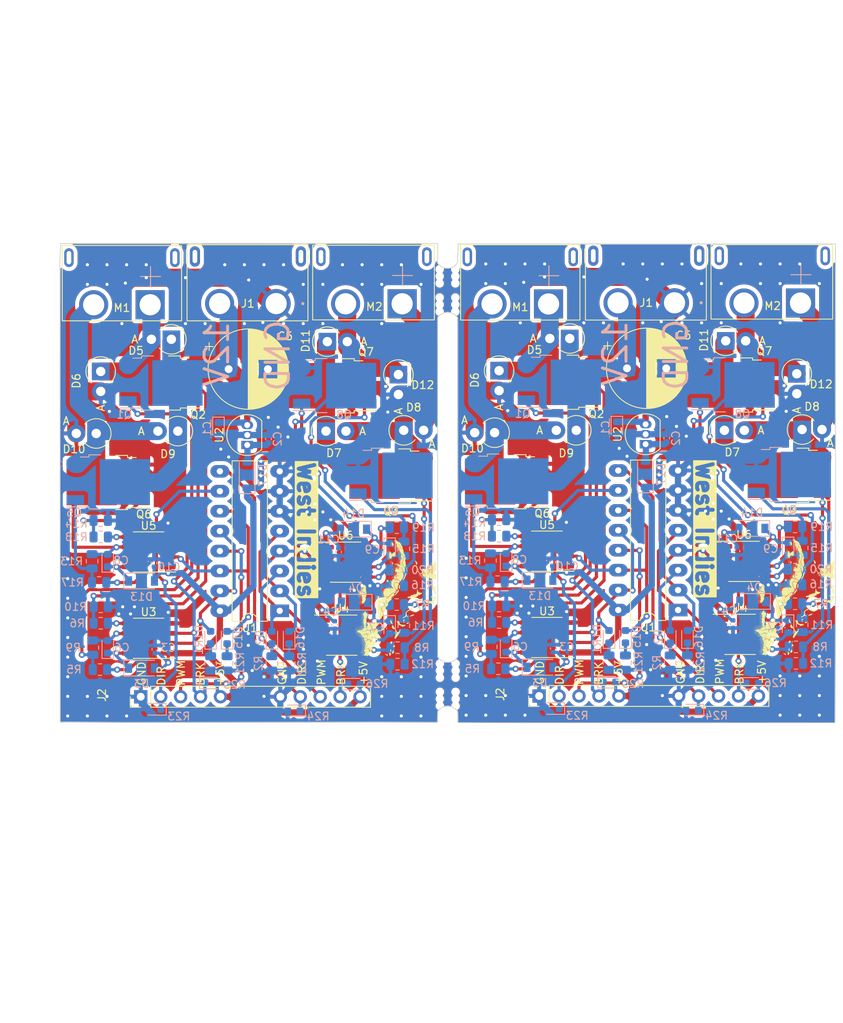
<source format=kicad_pcb>
(kicad_pcb (version 20241229) (generator "pcbnew") (generator_version "9.0")
  (layers (0 "F.Cu" signal) (2 "B.Cu" signal) (13 "F.Paste" user) (15 "B.Paste" user) (5 "F.SilkS" user "F.Silkscreen") (7 "B.SilkS" user "B.Silkscreen") (1 "F.Mask" user) (3 "B.Mask" user) (25 "Edge.Cuts" user))
  (net 0 "")
  (net 1 "+12V")
  (net 2 "GND")
  (net 3 "+5V")
  (net 4 "Net-(D5-A)")
  (net 5 "Net-(D3-K)")
  (net 6 "Net-(D7-A)")
  (net 7 "Net-(D4-K)")
  (net 8 "Net-(D13-K)")
  (net 9 "Net-(D10-K)")
  (net 10 "Net-(D11-A)")
  (net 11 "Net-(D14-K)")
  (net 12 "Net-(D1-K)")
  (net 13 "/X_0")
  (net 14 "Net-(D2-K)")
  (net 15 "/Y_0")
  (net 16 "Net-(D15-K)")
  (net 17 "/X_1")
  (net 18 "Net-(D16-K)")
  (net 19 "/Y_2")
  (net 20 "/DIR_A")
  (net 21 "/PWM_A")
  (net 22 "/BRK_A")
  (net 24 "/DIR_B")
  (net 25 "/PWM_B")
  (net 26 "/BRK_B")
  (net 28 "Net-(Q1-G)")
  (net 29 "Net-(Q2-G)")
  (net 30 "Net-(Q3-G)")
  (net 31 "Net-(Q4-G)")
  (net 32 "Net-(Q5-G)")
  (net 33 "Net-(Q6-G)")
  (net 34 "Net-(Q7-G)")
  (net 35 "Net-(Q8-G)")
  (net 36 "Net-(U3-HO)")
  (net 37 "Net-(U3-LO)")
  (net 38 "Net-(U4-HO)")
  (net 39 "Net-(U4-LO)")
  (net 40 "Net-(U5-HO)")
  (net 41 "Net-(U5-LO)")
  (net 42 "Net-(U6-HO)")
  (net 43 "Net-(U6-LO)")
  (net 44 "Net-(D17-A)")
  (footprint "snapEDA:AMASS_XT60PW-F" (layer "F.Cu") (at 55.45 42.45 180)
    (property "Reference" "J1")
    (property "Value" "XT60PW-F" (hide yes))
  )
  (footprint "Diode_THT:D_DO-15_P2.54mm_Vertical_AnodeUp" (layer "F.Cu") (at 36.13 59 180)
    (property "Reference" "D10")
    (property "Value" "PG2010")
  )
  (footprint "snapEDA:AMASS_XT60PW-M" (layer "F.Cu") (at 39.4 36.6)
    (property "Reference" "M1")
    (property "Value" "Motor_DC" (hide yes))
  )
  (footprint "Package_TO_SOT_SMD:TO-252-2" (layer "F.Cu") (at 117.275 52.825 180)
    (property "Reference" "Q7")
    (property "Value" "MTB7D0N6RJ3")
  )
  (footprint "Diode_THT:D_DO-15_P2.54mm_Vertical_AnodeUp" (layer "F.Cu") (at 96.45 46.9 180)
    (property "Reference" "D5")
    (property "Value" "PG2010")
  )
  (footprint "Diode_THT:D_DO-15_P2.54mm_Vertical_AnodeUp" (layer "F.Cu") (at 36.7 51.1 -90)
    (property "Reference" "D6")
    (property "Value" "PG2010")
  )
  (footprint "Capacitor_THT:CP_Radial_D10.0mm_P5.00mm" (layer "F.Cu") (at 52.996969 50.8)
    (property "Reference" "C5")
    (property "Value" "C_Polarized")
  )
  (footprint "Package_DIP:DIP-16_W7.62mm_LongPads" (layer "F.Cu") (at 59.5 81.6 180)
    (property "Reference" "U1")
    (property "Value" "4052")
  )
  (footprint "Package_TO_SOT_SMD:TO-252-2" (layer "F.Cu") (at 88.4 65.15 180)
    (property "Reference" "Q6")
    (property "Value" "MTB7D0N6RJ3")
  )
  (footprint "Package_SO:SOIC-8_3.9x4.9mm_P1.27mm" (layer "F.Cu") (at 118.65 75.3)
    (property "Reference" "U6")
    (property "Value" "IR2302")
  )
  (footprint "Package_TO_SOT_SMD:TO-252-2" (layer "F.Cu") (at 44.375 52.575 180)
    (property "Reference" "Q2")
    (property "Value" "MTB7D0N6RJ3")
  )
  (footprint "Package_TO_SOT_SMD:TO-252-2" (layer "F.Cu") (at 37.65 65.25 180)
    (property "Reference" "Q6")
    (property "Value" "MTB7D0N6RJ3")
  )
  (footprint "Package_TO_SOT_SMD:TO-252-2" (layer "F.Cu") (at 124.425 64.325 180)
    (property "Reference" "Q3")
    (property "Value" "MTB7D0N6RJ3")
  )
  (footprint "Package_SO:SOIC-8_3.9x4.9mm_P1.27mm" (layer "F.Cu") (at 118.15 84.6)
    (property "Reference" "U4")
    (property "Value" "IR2302")
  )
  (footprint "Package_SO:SOIC-8_3.9x4.9mm_P1.27mm" (layer "F.Cu") (at 93.55 85 180)
    (property "Reference" "U3")
    (property "Value" "IR2302")
  )
  (footprint "Package_TO_SOT_THT:TO-92_Inline" (layer "F.Cu") (at 55.364646 60.47 90)
    (property "Reference" "U2")
    (property "Value" "LM2950G-5.0")
  )
  (footprint "Diode_THT:D_DO-15_P2.54mm_Vertical_AnodeUp" (layer "F.Cu") (at 65.4 58.7)
    (property "Reference" "D7")
    (property "Value" "PG2010")
  )
  (footprint "Package_SO:SOIC-8_3.9x4.9mm_P1.27mm" (layer "F.Cu") (at 42.8 85.1 180)
    (property "Reference" "U3")
    (property "Value" "IR2302")
  )
  (footprint "test:newindia_foot" (layer "F.Cu") (at 55.7 92.5 90)
    (property "Reference" "J2")
    (property "Value" "Conn_01x10_Male" (hide yes))
  )
  (footprint "Diode_THT:D_DO-15_P2.54mm_Vertical_AnodeUp" (layer "F.Cu") (at 116.15 58.6)
    (property "Reference" "D7")
    (property "Value" "PG2010")
  )
  (footprint "Diode_THT:D_DO-15_P2.54mm_Vertical_AnodeUp" (layer "F.Cu") (at 46.53 58.7 180)
    (property "Reference" "D9")
    (property "Value" "PG2010")
  )
  (footprint "Package_SO:SOIC-8_3.9x4.9mm_P1.27mm" (layer "F.Cu") (at 67.4 84.7)
    (property "Reference" "U4")
    (property "Value" "IR2302")
  )
  (footprint "snapEDA:AMASS_XT60PW-M" (layer "F.Cu") (at 90.15 36.5)
    (property "Reference" "M1")
    (property "Value" "Motor_DC" (hide yes))
  )
  (footprint "Diode_THT:D_DO-15_P2.54mm_Vertical_AnodeUp" (layer "F.Cu") (at 97.28 58.6 180)
    (property "Reference" "D9")
    (property "Value" "PG2010")
  )
  (footprint "Package_DIP:DIP-16_W7.62mm_LongPads" (layer "F.Cu") (at 110.25 81.5 180)
    (property "Reference" "U1")
    (property "Value" "4052")
  )
  (footprint "Package_TO_SOT_SMD:TO-252-2" (layer "F.Cu") (at 73.675 64.425 180)
    (property "Reference" "Q3")
    (property "Value" "MTB7D0N6RJ3")
  )
  (footprint "test:mouthbite_panel" (layer "F.Cu") (at 79.678361 40.777634 90)
    (property "Reference" "REF**")
    (property "Value" "mouthbite_panel")
  )
  (footprint "Diode_THT:D_DO-15_P2.54mm_Vertical_AnodeUp" (layer "F.Cu") (at 86.88 58.9 180)
    (property "Reference" "D10")
    (property "Value" "PG2010")
  )
  (footprint "Package_SO:SOIC-8_3.9x4.9mm_P1.27mm" (layer "F.Cu") (at 67.9 75.4)
    (property "Reference" "U6")
    (property "Value" "IR2302")
  )
  (footprint "snapEDA:AMASS_XT60PW-F" (layer "F.Cu") (at 106.2 42.35 180)
    (property "Reference" "J1")
    (property "Value" "XT60PW-F" (hide yes))
  )
  (footprint "kicad_drawing:westIndies" (layer "F.Cu") (at 74.25 80.05 -90)
    (property "Reference" "G***" (hide yes))
    (property "Value" "LOGO" (hide yes))
  )
  (footprint "Package_SO:SOIC-8_3.9x4.9mm_P1.27mm" (layer "F.Cu") (at 42.8 74.1 180)
    (property "Reference" "U5")
    (property "Value" "IR2302")
  )
  (footprint "kicad_drawing:westIndies" (layer "F.Cu") (at 125 79.95 -90)
    (property "Reference" "G***" (hide yes))
    (property "Value" "LOGO" (hide yes))
  )
  (footprint "Diode_THT:D_DO-15_P2.54mm_Vertical_AnodeUp" (layer "F.Cu") (at 45.7 47 180)
    (property "Reference" "D5")
    (property "Value" "PG2010")
  )
  (footprint "Diode_THT:D_DO-15_P2.54mm_Vertical_AnodeUp" (layer "F.Cu") (at 65.57 47.3)
    (property "Reference" "D11")
    (property "Value" "PG2010")
  )
  (footprint "Package_SO:SOIC-8_3.9x4.9mm_P1.27mm" (layer "F.Cu") (at 93.55 74 180)
    (property "Reference" "U5")
    (property "Value" "IR2302")
  )
  (footprint "test:mouthbite_panel" (layer "F.Cu") (at 79.708361 91.027634 90)
    (property "Reference" "REF**")
    (property "Value" "mouthbite_panel" (hide yes))
  )
  (footprint "Package_TO_SOT_THT:TO-92_Inline" (layer "F.Cu") (at 106.114646 60.37 90)
    (property "Reference" "U2")
    (property "Value" "LM2950G-5.0")
  )
  (footprint "Diode_THT:D_DO-15_P2.54mm_Vertical_AnodeUp" (layer "F.Cu") (at 116.32 47.2)
    (property "Reference" "D11")
    (property "Value" "PG2010")
  )
  (footprint "Diode_THT:D_DO-15_P2.54mm_Vertical_AnodeUp" (layer "F.Cu") (at 125.375 51.395 -90)
    (property "Reference" "D12")
    (property "Value" "PG2010")
  )
  (footprint "Diode_THT:D_DO-15_P2.54mm_Vertical_AnodeUp" (layer "F.Cu") (at 74.625 51.495 -90)
    (property "Reference" "D12")
    (property "Value" "PG2010")
  )
  (footprint "snapEDA:AMASS_XT60PW-M" (layer "F.Cu") (at 122.25 36.4)
    (property "Reference" "M2")
    (property "Value" "Motor_DC" (hide yes))
  )
  (footprint "Package_TO_SOT_SMD:TO-252-2" (layer "F.Cu") (at 66.525 52.925 180)
    (property "Reference" "Q7")
    (property "Value" "MTB7D0N6RJ3")
  )
  (footprint "Diode_THT:D_DO-15_P2.54mm_Vertical_AnodeUp" (layer "F.Cu") (at 75.3 58.6)
    (property "Reference" "D8")
    (property "Value" "PG2010")
  )
  (footprint "Package_TO_SOT_SMD:TO-252-2" (layer "F.Cu") (at 95.125 52.475 180)
    (property "Reference" "Q2")
    (property "Value" "MTB7D0N6RJ3")
  )
  (footprint "test:newindia_foot" (layer "F.Cu") (at 106.45 92.4 90)
    (property "Reference" "J2")
    (property "Value" "Conn_01x10_Male" (hide yes))
  )
  (footprint "Diode_THT:D_DO-15_P2.54mm_Vertical_AnodeUp" (layer "F.Cu") (at 126.05 58.5)
    (property "Reference" "D8")
    (property "Value" "PG2010")
  )
  (footprint "Capacitor_THT:CP_Radial_D10.0mm_P5.00mm" (layer "F.Cu") (at 103.746969 50.7)
    (property "Reference" "C5")
    (property "Value" "C_Polarized")
  )
  (footprint "Diode_THT:D_DO-15_P2.54mm_Vertical_AnodeUp" (layer "F.Cu") (at 87.45 51 -90)
    (property "Reference" "D6")
    (property "Value" "PG2010")
  )
  (footprint "snapEDA:AMASS_XT60PW-M" (layer "F.Cu") (at 71.5 36.5)
    (property "Reference" "M2")
    (property "Value" "Motor_DC" (hide yes))
  )
  (footprint "Resistor_SMD:R_0805_2012Metric" (layer "B.Cu") (at 36.7 83.1875 180)
    (property "Reference" "R6")
    (property "Value" "10Ω")
  )
  (footprint "Capacitor_SMD:C_0402_1005Metric" (layer "B.Cu") (at 43.5 75.5 90)
    (property "Reference" "C10")
    (property "Value" "C104")
  )
  (footprint "LED_SMD:LED_0603_1608Metric" (layer "B.Cu") (at 88.35 86.0875 90)
    (property "Reference" "C6")
    (property "Value" "C106")
  )
  (footprint "Resistor_SMD:R_0805_2012Metric" (layer "B.Cu") (at 126.0625 73.6 -90)
    (property "Reference" "R15")
    (property "Value" "10kΩ")
  )
  (footprint "Resistor_SMD:R_0805_2012Metric" (layer "B.Cu") (at 74.5125 86.3)
    (property "Reference" "R8")
    (property "Value" "10Ω")
  )
  (footprint "Resistor_SMD:R_0805_2012Metric" (layer "B.Cu") (at 74.4125 71)
    (property "Reference" "R19")
    (property "Value" "10Ω")
  )
  (footprint "Resistor_SMD:R_0805_2012Metric" (layer "B.Cu") (at 36.7 70.0875)
    (property "Reference" "R14")
    (property "Value" "10kΩ")
  )
  (footprint "Resistor_SMD:R_0805_2012Metric" (layer "B.Cu") (at 86.45 86.1875 90)
    (property "Reference" "R9")
    (property "Value" "10kΩ")
  )
  (footprint "Resistor_SMD:R_0805_2012Metric" (layer "B.Cu") (at 111.45 88.2 90)
    (property "Reference" "R22")
    (property "Value" "10kΩ")
  )
  (footprint "Resistor_SMD:R_0805_2012Metric" (layer "B.Cu") (at 86.35 75.1875 90)
    (property "Reference" "R13")
    (property "Value" "10kΩ")
  )
  (footprint "Package_TO_SOT_SMD:TO-252-2" (layer "B.Cu") (at 73.675 64.325)
    (property "Reference" "Q4")
    (property "Value" "MTB7D0N6RJ3")
  )
  (footprint "LED_SMD:LED_0603_1608Metric" (layer "B.Cu") (at 51.7 58.4 -90)
    (property "Reference" "C1")
    (property "Value" "C224")
  )
  (footprint "Resistor_SMD:R_0805_2012Metric" (layer "B.Cu") (at 109.25 88.2 90)
    (property "Reference" "R2")
    (property "Value" "10kΩ")
  )
  (footprint "LED_SMD:LED_0603_1608Metric" (layer "B.Cu") (at 101.45 84.9 90)
    (property "Reference" "D1")
    (property "Value" "LED_R")
  )
  (footprint "Capacitor_SMD:C_0402_1005Metric" (layer "B.Cu") (at 94.25 75.4 90)
    (property "Reference" "C10")
    (property "Value" "C104")
  )
  (footprint "Resistor_SMD:R_0805_2012Metric" (layer "B.Cu") (at 58.5 88.3 90)
    (property "Reference" "R2")
    (property "Value" "10kΩ")
  )
  (footprint "Resistor_SMD:R_0805_2012Metric" (layer "B.Cu") (at 36.7 72.1875 180)
    (property "Reference" "R18")
    (property "Value" "10Ω")
  )
  (footprint "Capacitor_SMD:C_0402_1005Metric" (layer "B.Cu") (at 67 74.1 -90)
    (property "Reference" "C11")
    (property "Value" "C104")
  )
  (footprint "Resistor_SMD:R_0805_2012Metric" (layer "B.Cu") (at 125.2625 88.3 180)
    (property "Reference" "R12")
    (property "Value" "10kΩ")
  )
  (footprint "LED_SMD:LED_0603_1608Metric" (layer "B.Cu") (at 43.5625 94.15 180)
    (property "Reference" "R23")
    (property "Value" "300kΩ")
  )
  (footprint "LED_SMD:LED_0603_1608Metric" (layer "B.Cu") (at 58.5 85 90)
    (property "Reference" "D2")
    (property "Value" "LED_R")
  )
  (footprint "Resistor_SMD:R_0805_2012Metric" (layer "B.Cu") (at 35.7 86.2875 90)
    (property "Reference" "R9")
    (property "Value" "10kΩ")
  )
  (footprint "LED_SMD:LED_0603_1608Metric" (layer "B.Cu") (at 50.7 85 90)
    (property "Reference" "D1")
    (property "Value" "LED_R")
  )
  (footprint "LED_SMD:LED_0603_1608Metric" (layer "B.Cu") (at 112.05 94.25 180)
    (property "Reference" "R24")
    (property "Value" "300kΩ")
  )
  (footprint "LED_SMD:LED_0603_1608Metric" (layer "B.Cu") (at 109.25 84.9 90)
    (property "Reference" "D2")
    (property "Value" "LED_R")
  )
  (footprint "Resistor_SMD:R_0805_2012Metric" (layer "B.Cu") (at 125.2625 86.2)
    (property "Reference" "R8")
    (property "Value" "10Ω")
  )
  (footprint "Resistor_SMD:R_0805_2012Metric" (layer "B.Cu") (at 87.25 77.8875 180)
    (property "Reference" "R17")
    (property "Value" "10Ω")
  )
  (footprint "Diode_SMD:D_SOD-123" (layer "B.Cu") (at 69.0125 80.5 180)
    (property "Reference" "D4")
    (property "Value" "1N4148W")
  )
  (footprint "Resistor_SMD:R_0805_2012Metric" (layer "B.Cu") (at 125.1625 78.3 180)
    (property "Reference" "R16")
    (property "Value" "10kΩ")
  )
  (footprint "LED_SMD:LED_0603_1608Metric" (layer "B.Cu") (at 103.55 84.9 90)
    (property "Reference" "D15")
    (property "Value" "LED_W")
  )
  (footprint "Resistor_SMD:R_0805_2012Metric" (layer "B.Cu") (at 101.45 88.2 90)
    (property "Reference" "R1")
    (property "Value" "10kΩ")
  )
  (footprint "Diode_SMD:D_SOD-123" (layer "B.Cu") (at 41.9 77.8)
    (property "Reference" "D13")
    (property "Value" "1N4148W")
  )
  (footprint "LED_SMD:LED_0603_1608Metric" (layer "B.Cu") (at 73.5125 73.8 -90)
    (property "Reference" "C9")
    (property "Value" "C106")
  )
  (footprint "LED_SMD:LED_0603_1608Metric" (layer "B.Cu") (at 37.6 86.1875 90)
    (property "Reference" "C6")
    (property "Value" "C106")
  )
  (footprint "LED_SMD:LED_0603_1608Metric" (layer "B.Cu") (at 94.3125 94.05 180)
    (property "Reference" "R23")
    (property "Value" "300kΩ")
  )
  (footprint "LED_SMD:LED_0603_1608Metric" (layer "B.Cu") (at 119.7125 90.85)
    (property "Reference" "R26")
    (property "Value" "10Ω")
  )
  (footprint "Resistor_SMD:R_0805_2012Metric" (layer "B.Cu") (at 74.5125 88.4 180)
    (property "Reference" "R12")
    (property "Value" "10kΩ")
  )
  (footprint "LED_SMD:LED_0603_1608Metric" (layer "B.Cu") (at 73.5125 83.7 -90)
    (property "Reference" "C7")
    (property "Value" "C106")
  )
  (footprint "Diode_SMD:D_SOD-123" (layer "B.Cu") (at 92.65 77.7)
    (property "Reference" "D13")
    (property "Value" "1N4148W")
  )
  (footprint "Package_TO_SOT_SMD:TO-252-2" (layer "B.Cu") (at 124.425 64.225)
    (property "Reference" "Q4")
    (property "Value" "MTB7D0N6RJ3")
  )
  (footprint "Package_TO_SOT_SMD:TO-252-2" (layer "B.Cu") (at 88.425 65.075)
    (property "Reference" "Q5")
    (property "Value" "MTB7D0N6RJ3")
  )
  (footprint "Resistor_SMD:R_0805_2012Metric" (layer "B.Cu") (at 52.8 88.3 90)
    (property "Reference" "R21")
    (property "Value" "10kΩ")
  )
  (footprint "Diode_SMD:D_SOD-123" (layer "B.Cu") (at 119.7625 80.4 180)
    (property "Reference" "D4")
    (property "Value" "1N4148W")
  )
  (footprint "Resistor_SMD:R_0805_2012Metric" (layer "B.Cu") (at 87.45 80.9875)
    (property "Reference" "R10")
    (property "Value" "10kΩ")
  )
  (footprint "Resistor_SMD:R_0805_2012Metric" (layer "B.Cu") (at 125.1625 70.9)
    (property "Reference" "R19")
    (property "Value" "10Ω")
  )
  (footprint "LED_SMD:LED_0603_1608Metric" (layer "B.Cu") (at 60.7 85 90)
    (property "Reference" "D16")
    (property "Value" "LED_W")
  )
  (footprint "LED_SMD:LED_0603_1608Metric" (layer "B.Cu") (at 101.5125 90.7)
    (property "Reference" "R25")
    (property "Value" "10Ω")
  )
  (footprint "Capacitor_SMD:C_0402_1005Metric" (layer "B.Cu") (at 108.814646 59.6 90)
    (property "Reference" "C2")
    (property "Value" "C104")
  )
  (footprint "Resistor_SMD:R_0805_2012Metric" (layer "B.Cu") (at 87.45 69.9875)
    (property "Reference" "R14")
    (property "Value" "10kΩ")
  )
  (footprint "Diode_SMD:D_SOD-123" (layer "B.Cu") (at 68.9125 71.2 180)
    (property "Reference" "D14")
    (property "Value" "1N4148W")
  )
  (footprint "Resistor_SMD:R_0805_2012Metric" (layer "B.Cu") (at 87.35 88.9875 180)
    (property "Reference" "R5")
    (property "Value" "10Ω")
  )
  (footprint "Capacitor_SMD:C_0402_1005Metric" (layer "B.Cu") (at 94.35 86.4 90)
    (property "Reference" "C3")
    (property "Value" "C104")
  )
  (footprint "Package_TO_SOT_SMD:TO-252-2" (layer "B.Cu") (at 95.125 52.475)
    (property "Reference" "Q1")
    (property "Value" "MTB7D0N6RJ3")
  )
  (footprint "Capacitor_SMD:C_0402_1005Metric" (layer "B.Cu") (at 117.75 74 -90)
    (property "Reference" "C11")
    (property "Value" "C104")
  )
  (footprint "Resistor_SMD:R_0805_2012Metric" (layer "B.Cu") (at 125.1625 80.7)
    (property "Reference" "R7")
    (property "Value" "10Ω")
  )
  (footprint "Resistor_SMD:R_0805_2012Metric" (layer "B.Cu") (at 87.45 83.0875 180)
    (property "Reference" "R6")
    (property "Value" "10Ω")
  )
  (footprint "Diode_SMD:D_SOD-123" (layer "B.Cu") (at 119.6625 71.1 180)
    (property "Reference" "D14")
    (property "Value" "1N4148W")
  )
  (footprint "Capacitor_SMD:C_0402_1005Metric" (layer "B.Cu") (at 66.5 83.4 -90)
    (property "Reference" "C4")
    (property "Value" "C104")
  )
  (footprint "LED_SMD:LED_0603_1608Metric" (layer "B.Cu") (at 37.6 75.1875 90)
    (property "Reference" "C8")
    (property "Value" "C106")
  )
  (footprint "Resistor_SMD:R_0805_2012Metric" (layer "B.Cu") (at 75.3125 83.5 -90)
    (property "Reference" "R11")
    (property "Value" "10kΩ")
  )
  (footprint "LED_SMD:LED_0603_1608Metric" (layer "B.Cu") (at 124.2625 83.6 -90)
    (property "Reference" "C7")
    (property "Value" "C106")
  )
  (footprint "Package_TO_SOT_SMD:TO-252-2" (layer "B.Cu") (at 66.5 52.9)
    (property "Reference" "Q8")
    (property "Value" "MTB7D0N6RJ3")
  )
  (footprint "Capacitor_SMD:C_0402_1005Metric" (layer "B.Cu") (at 58.064646 59.7 90)
    (property "Reference" "C2")
    (property "Value" "C104")
  )
  (footprint "Diode_SMD:D_SOD-123" (layer "B.Cu") (at 55.35 64.3 90)
    (property "Reference" "D17")
    (property "Value" "B0520W")
  )
  (footprint "LED_SMD:LED_0603_1608Metric" (layer "B.Cu") (at 88.35 75.0875 90)
    (property "Reference" "C8")
    (property "Value" "C106")
  )
  (footprint "LED_SMD:LED_0603_1608Metric" (layer "B.Cu") (at 111.45 84.9 90)
    (property "Reference" "D16")
    (property "Value" "LED_W")
  )
  (footprint "Resistor_SMD:R_0805_2012Metric" (layer "B.Cu") (at 35.6 75.2875 90)
    (property "Reference" "R13")
    (property "Value" "10kΩ")
  )
  (footprint "Package_TO_SOT_SMD:TO-252-2" (layer "B.Cu") (at 37.675 65.175)
    (property "Reference" "Q5")
    (property "Value" "MTB7D0N6RJ3")
  )
  (footprint "LED_SMD:LED_0603_1608Metric" (layer "B.Cu") (at 52.8 85 90)
    (property "Reference" "D15")
    (property "Value" "LED_W")
  )
  (footprint "LED_SMD:LED_0603_1608Metric" (layer "B.Cu") (at 124.2625 73.7 -90)
    (property "Reference" "C9")
    (property "Value" "C106")
  )
  (footprint "Capacitor_SMD:C_0402_1005Metric" (layer "B.Cu") (at 43.6 86.5 90)
    (property "Reference" "C3")
    (property "Value" "C104")
  )
  (footprint "Package_TO_SOT_SMD:TO-252-2" (layer "B.Cu") (at 117.25 52.8)
    (property "Reference" "Q8")
    (property "Value" "MTB7D0N6RJ3")
  )
  (footprint "Resistor_SMD:R_0805_2012Metric" (layer "B.Cu") (at 74.4125 78.4 180)
    (property "Reference" "R16")
    (property "Value" "10kΩ")
  )
  (footprint "Diode_SMD:D_SOD-123" (layer "B.Cu") (at 106.1 64.2 90)
    (property "Reference" "D17")
    (property "Value" "B0520W")
  )
  (footprint "Capacitor_SMD:C_0402_1005Metric" (layer "B.Cu") (at 117.25 83.3 -90)
    (property "Reference" "C4")
    (property "Value" "C104")
  )
  (footprint "Resistor_SMD:R_0805_2012Metric" (layer "B.Cu") (at 75.3125 73.7 -90)
    (property "Reference" "R15")
    (property "Value" "10kΩ")
  )
  (footprint "Diode_SMD:D_SOD-123" (layer "B.Cu") (at 92.65 88.8)
    (property "Reference" "D3")
    (property "Value" "1N4148W")
  )
  (footprint "LED_SMD:LED_0603_1608Metric" (layer "B.Cu") (at 61.3 94.35 180)
    (property "Reference" "R24")
    (property "Value" "300kΩ")
  )
  (footprint "Resistor_SMD:R_0805_2012Metric" (layer "B.Cu") (at 50.7 88.3 90)
    (property "Reference" "R1")
    (property "Value" "10kΩ")
  )
  (footprint "Package_TO_SOT_SMD:TO-252-2" (layer "B.Cu") (at 44.375 52.575)
    (property "Reference" "Q1")
    (property "Value" "MTB7D0N6RJ3")
  )
  (footprint "LED_SMD:LED_0603_1608Metric" (layer "B.Cu") (at 102.45 58.3 -90)
    (property "Reference" "C1")
    (property "Value" "C224")
  )
  (footprint "Resistor_SMD:R_0805_2012Metric" (layer "B.Cu") (at 60.7 88.3 90)
    (property "Reference" "R22")
    (property "Value" "10kΩ")
  )
  (footprint "Resistor_SMD:R_0805_2012Metric" (layer "B.Cu") (at 74.4125 80.8)
    (property "Reference" "R7")
    (property "Value" "10Ω")
  )
  (footprint "Resistor_SMD:R_0805_2012Metric" (layer "B.Cu") (at 87.45 72.0875 180)
    (property "Reference" "R18")
    (property "Value" "10Ω")
  )
  (footprint "Diode_SMD:D_SOD-123" (layer "B.Cu") (at 41.9 88.9)
    (property "Reference" "D3")
    (property "Value" "1N4148W")
  )
  (footprint "Resistor_SMD:R_0805_2012Metric" (layer "B.Cu") (at 125.1625 76.3)
    (property "Reference" "R20")
    (property "Value" "10Ω")
  )
  (footprint "Resistor_SMD:R_0805_2012Metric" (layer "B.Cu") (at 36.7 81.0875)
    (property "Reference" "R10")
    (property "Value" "10kΩ")
  )
  (footprint "Resistor_SMD:R_0805_2012Metric" (layer "B.Cu") (at 103.55 88.2 90)
    (property "Reference" "R21")
    (property "Value" "10kΩ")
  )
  (footprint "Resistor_SMD:R_0805_2012Metric" (layer "B.Cu") (at 36.6 89.0875 180)
    (property "Reference" "R5")
    (property "Value" "10Ω")
  )
  (footprint "LED_SMD:LED_0603_1608Metric" (layer "B.Cu") (at 68.9625 90.95)
    (property "Reference" "R26")
    (property "Value" "10Ω")
  )
  (footprint "LED_SMD:LED_0603_1608Metric" (layer "B.Cu") (at 50.7625 90.8)
    (property "Reference" "R25")
    (property "Value" "10Ω")
  )
  (footprint "Resistor_SMD:R_0805_2012Metric" (layer "B.Cu") (at 36.5 77.9875 180)
    (property "Reference" "R17")
    (property "Value" "10Ω")
  )
  (footprint "Resistor_SMD:R_0805_2012Metric" (layer "B.Cu") (at 74.4125 76.4)
    (property "Reference" "R20")
    (property "Value" "10Ω")
  )
  (footprint "Resistor_SMD:R_0805_2012Metric" (layer "B.Cu") (at 126.0625 83.4 -90)
    (property "Reference" "R11")
    (property "Value" "10kΩ")
  )
  (gr_line (start 31.6 34.8) (end 31.495349 37.206006) (stroke (width 0.1)) (layer "Edge.Cuts"))
  (gr_line (start 31.525349 87.416005) (end 31.513361 44.217634) (stroke (width 0.1)) (layer "Edge.Cuts"))
  (gr_line (start 32.540878 95.786815) (end 39.612764 95.834475) (stroke (width 0.1)) (layer "Edge.Cuts"))
  (gr_line (start 130.299994 84.57) (end 130.3 34.847634) (stroke (width 0.1)) (layer "Edge.Cuts"))
  (gr_line (start 79.628014 94.443994) (end 79.6 95.82129) (stroke (width 0.1)) (layer "Edge.Cuts"))
  (gr_line (start 39.612764 95.834475) (end 71.940877 95.796815) (stroke (width 0.1)) (layer "Edge.Cuts"))
  (gr_line (start 90.266125 95.882109) (end 82.196722 95.847634) (stroke (width 0.1)) (layer "Edge.Cuts"))
  (gr_line (start 31.513361 44.217634) (end 31.495349 37.206006) (stroke (width 0.1)) (layer "Edge.Cuts"))
  (gr_line (start 130.3 34.847634) (end 82.253361 34.847634) (stroke (width 0.1)) (layer "Edge.Cuts"))
  (gr_line (start 71.940877 95.796815) (end 79.053596 95.82129) (stroke (width 0.1)) (layer "Edge.Cuts"))
  (gr_line (start 79.646639 34.8) (end 31.6 34.8) (stroke (width 0.1)) (layer "Edge.Cuts"))
  (gr_line (start 79.053596 95.82129) (end 79.6 95.82129) (stroke (width 0.1)) (layer "Edge.Cuts"))
  (gr_arc (start 82.14871 37.25364) (mid 80.873361 37.947634) (end 79.6 37.25) (stroke (width 0.1)) (layer "Edge.Cuts"))
  (gr_line (start 79.599992 37.25) (end 79.646639 34.8) (stroke (width 0.1)) (layer "Edge.Cuts"))
  (gr_line (start 130.299994 84.57) (end 130.253361 95.868924) (stroke (width 0.1)) (layer "Edge.Cuts"))
  (gr_line (start 82.17871 87.463639) (end 82.166722 44.265268) (stroke (width 0.1)) (layer "Edge.Cuts"))
  (gr_arc (start 82.17871 87.46364) (mid 80.903361 88.157634) (end 79.63 87.46) (stroke (width 0.1)) (layer "Edge.Cuts"))
  (gr_line (start 31.525349 87.416005) (end 31.543367 94.427634) (stroke (width 0.1)) (layer "Edge.Cuts"))
  (gr_arc (start 79.628012 94.443994) (mid 80.903361 93.75) (end 82.176722 94.447634) (stroke (width 0.1)) (layer "Edge.Cuts"))
  (gr_line (start 32.540878 95.786815) (end 31.543361 95.8) (stroke (width 0.1)) (layer "Edge.Cuts"))
  (gr_line (start 82.176726 94.447634) (end 82.196722 95.847634) (stroke (width 0.1)) (layer "Edge.Cuts"))
  (gr_line (start 79.63 87.460075) (end 79.618012 44.261628) (stroke (width 0.1)) (layer "Edge.Cuts"))
  (gr_line (start 82.253361 34.847634) (end 82.14871 37.25364) (stroke (width 0.1)) (layer "Edge.Cuts"))
  (gr_arc (start 79.618012 44.261628) (mid 80.893361 43.567634) (end 82.166722 44.265268) (stroke (width 0.1)) (layer "Edge.Cuts"))
  (gr_line (start 90.266125 95.882109) (end 129.706957 95.868924) (stroke (width 0.1)) (layer "Edge.Cuts"))
  (gr_line (start 129.706957 95.868924) (end 130.253361 95.868924) (stroke (width 0.1)) (layer "Edge.Cuts"))
  (gr_line (start 31.543367 94.427634) (end 31.543361 95.8) (stroke (width 0.1)) (layer "Edge.Cuts"))
  (gr_text "+5V" (at 52.5 91.25 90) (layer "F.SilkS") (effects (font (size 1 1)) (justify left bottom)))
  (gr_text "GND" (at 93.25 91.12 90) (layer "F.SilkS") (effects (font (size 1 1)) (justify left bottom)))
  (gr_text "BRK" (at 118.650346 91.061862 90) (layer "F.SilkS") (effects (font (size 1 1)) (justify left bottom)))
  (gr_text "GND" (at 111.150346 91.031862 90) (layer "F.SilkS") (effects (font (size 1 1)) (justify left bottom)))
  (gr_text "PWM" (at 116.150346 91.061862 90) (layer "F.SilkS") (effects (font (size 1 1)) (justify left bottom)))
  (gr_text "PWM" (at 98.25 91.15 90) (layer "F.SilkS") (effects (font (size 1 1)) (justify left bottom)))
  (gr_text "DIR" (at 113.650346 91.031862 90) (layer "F.SilkS") (effects (font (size 1 1)) (justify left bottom)))
  (gr_text "PWM" (at 65.400346 91.161862 90) (layer "F.SilkS") (effects (font (size 1 1)) (justify left bottom)))
  (gr_text "BRK" (at 100.75 91.15 90) (layer "F.SilkS") (effects (font (size 1 1)) (justify left bottom)))
  (gr_text "DIR" (at 95.75 91.12 90) (layer "F.SilkS") (effects (font (size 1 1)) (justify left bottom)))
  (gr_text "+5V" (at 103.25 91.15 90) (layer "F.SilkS") (effects (font (size 1 1)) (justify left bottom)))
  (gr_text "GND" (at 42.5 91.22 90) (layer "F.SilkS") (effects (font (size 1 1)) (justify left bottom)))
  (gr_text "PWM" (at 47.5 91.25 90) (layer "F.SilkS") (effects (font (size 1 1)) (justify left bottom)))
  (gr_text "+5V" (at 121.5 91.061862 90) (layer "F.SilkS") (effects (font (size 1 1)) (justify left bottom)))
  (gr_text "+5V" (at 70.75 91.161862 90) (layer "F.SilkS") (effects (font (size 1 1)) (justify left bottom)))
  (gr_text "BRK" (at 67.900346 91.161862 90) (layer "F.SilkS") (effects (font (size 1 1)) (justify left bottom)))
  (gr_text "GND" (at 60.400346 91.131862 90) (layer "F.SilkS") (effects (font (size 1 1)) (justify left bottom)))
  (gr_text "BRK" (at 50 91.25 90) (layer "F.SilkS") (effects (font (size 1 1)) (justify left bottom)))
  (gr_text "West Indies" (at 112.4 62.3 270) (layer "F.SilkS" knockout) (effects (font (size 2 2) (thickness 0.5) (bold yes)) (justify left bottom)))
  (gr_text "DIR" (at 45 91.22 90) (layer "F.SilkS") (effects (font (size 1 1)) (justify left bottom)))
  (gr_text "West Indies" (at 61.65 62.4 270) (layer "F.SilkS" knockout) (effects (font (size 2 2) (thickness 0.5) (bold yes)) (justify left bottom)))
  (gr_text "DIR" (at 62.900346 91.131862 90) (layer "F.SilkS") (effects (font (size 1 1)) (justify left bottom)))
  (gr_text "12V" (at 53.25 44.5 90) (layer "B.SilkS") (effects (font (size 3 3) (thickness 0.375)) (justify left bottom mirror)))
  (gr_text "GND" (at 61 44.25 90) (layer "B.SilkS") (effects (font (size 3 3) (thickness 0.375)) (justify left bottom mirror)))
  (gr_text "12V" (at 104 44.4 90) (layer "B.SilkS") (effects (font (size 3 3) (thickness 0.375)) (justify left bottom mirror)))
  (gr_text "GND" (at 111.75 44.15 90) (layer "B.SilkS") (effects (font (size 3 3) (thickness 0.375)) (justify left bottom mirror)))
  (segment (start 55.498485 53.301515) (end 52.996969 50.8) (width 2.3) (layer "F.Cu") (net 1))
  (segment (start 107.571969 54.525) (end 106.248485 53.201515) (width 2.3) (layer "F.Cu") (net 1))
  (segment (start 116.15 47.47) (end 116.32 47.3) (width 2.3) (layer "F.Cu") (net 1))
  (segment (start 65.4 58.7) (end 65.4 61.2) (width 2.3) (layer "F.Cu") (net 1))
  (segment (start 116.15 61.1) (end 119.375 64.325) (width 2.3) (layer "F.Cu") (net 1))
  (segment (start 115.175 52.825) (end 113.475 54.525) (width 2.3) (layer "F.Cu") (net 1))
  (segment (start 116.15 58.6) (end 116.15 61.1) (width 2.3) (layer "F.Cu") (net 1))
  (segment (start 113.475 54.525) (end 107.571969 54.525) (width 2.3) (layer "F.Cu") (net 1))
  (segment (start 65.7 53.9) (end 64.725 52.925) (width 2.3) (layer "F.Cu") (net 1))
  (segment (start 55.364646 53.435354) (end 55.498485 53.301515) (width 0.8) (layer "F.Cu") (net 1))
  (segment (start 55.364646 57.93) (end 55.364646 53.435354) (width 0.8) (layer "F.Cu") (net 1))
  (segment (start 68.625 64.425) (end 71.575 64.425) (width 2.3) (layer "F.Cu") (net 1))
  (segment (start 116.45 53.8) (end 115.475 52.825) (width 2.3) (layer "F.Cu") (net 1))
  (segment (start 119.375 64.325) (end 122.325 64.325) (width 2.3) (layer "F.Cu") (net 1))
  (segment (start 64.425 52.925) (end 62.725 54.625) (width 2.3) (layer "F.Cu") (net 1))
  (segment (start 106.114646 53.335354) (end 106.248485 53.201515) (width 0.8) (layer "F.Cu") (net 1))
  (segment (start 106.114646 57.83) (end 106.114646 53.335354) (width 0.8) (layer "F.Cu") (net 1))
  (segment (start 116.15 58.6) (end 116.15 47.47) (width 2.3) (layer "F.Cu") (net 1))
  (segment (start 116.32 51.98) (end 115.475 52.825) (width 2.3) (layer "F.Cu") (net 1))
  (segment (start 65.57 52.08) (end 64.725 52.925) (width 2.3) (layer "F.Cu") (net 1))
  (segment (start 106.248485 53.201515) (end 103.746969 50.7) (width 2.3) (layer "F.Cu") (net 1))
  (segment (start 62.725 54.625) (end 56.821969 54.625) (width 2.3) (layer "F.Cu") (net 1))
  (segment (start 65.4 47.57) (end 65.57 47.4) (width 2.3) (layer "F.Cu") (net 1))
  (segment (start 65.4 61.2) (end 68.625 64.425) (width 2.3) (layer "F.Cu") (net 1))
  (segment (start 65.4 58.7) (end 65.4 47.57) (width 2.3) (layer "F.Cu") (net 1))
  (segment (start 56.821969 54.625) (end 55.498485 53.301515) (width 2.3) (layer "F.Cu") (net 1))
  (segment (start 90.575 65.125) (end 90.525 65.075) (width 2.3) (layer "B.Cu") (net 1))
  (segment (start 52.996969 43.596969) (end 51.85 42.45) (width 2.3) (layer "B.Cu") (net 1))
  (segment (start 55.047146 57.6125) (end 55.364646 57.93) (width 0.8) (layer "B.Cu") (net 1))
  (segment (start 45.7 51.8) (end 46.475 52.575) (width 2.3) (layer "B.Cu") (net 1))
  (segment (start 103.746969 50.7) (end 103.746969 43.496969) (width 2.3) (layer "B.Cu") (net 1))
  (segment (start 97.225 52.475) (end 97.3 52.55) (width 2.3) (layer "B.Cu") (net 1))
  (segment (start 52.996969 50.8) (end 52.996969 43.596969) (width 2.3) (layer "B.Cu") (net 1))
  (segment (start 46.55 62.95) (end 44.275 65.225) (width 2.3) (layer "B.Cu") (net 1))
  (segment (start 46.55 52.65) (end 46.55 62.95) (width 2.3) (layer "B.Cu") (net 1))
  (segment (start 103.746969 50.7) (end 99 50.7) (width 2.3) (layer "B.Cu") (net 1))
  (segment (start 44.275 65.225) (end 39.825 65.225) (width 2.3) (layer "B.Cu") (net 1))
  (segment (start 39.825 65.225) (end 39.775 65.175) (width 2.3) (layer "B.Cu") (net 1))
  (segment (start 45.7 47.2) (end 45.7 51.8) (width 2.3) (layer "B.Cu") (net 1))
  (segment (start 97.3 52.55) (end 97.3 62.85) (width 2.3) (layer "B.Cu") (net 1))
  (segment (start 103.746969 43.496969) (end 102.6 42.35) (width 2.3) (layer "B.Cu") (net 1))
  (segment (start 97.3 62.85) (end 95.025 65.125) (width 2.3) (layer "B.Cu") (net 1))
  (segment (start 95.025 65.125) (end 90.575 65.125) (width 2.3) (layer "B.Cu") (net 1))
  (segment (start 102.45 57.5125) (end 105.797146 57.5125) (width 0.8) (layer "B.Cu") (net 1))
  (segment (start 52.996969 50.8) (end 48.25 50.8) (width 2.3) (layer "B.Cu") (net 1))
  (segment (start 48.25 50.8) (end 46.475 52.575) (width 2.3) (layer "B.Cu") (net 1))
  (segment (start 99 50.7) (end 97.225 52.475) (width 2.3) (layer "B.Cu") (net 1))
  (segment (start 105.797146 57.5125) (end 106.114646 57.83) (width 0.8) (layer "B.Cu") (net 1))
  (segment (start 51.7 57.6125) (end 55.047146 57.6125) (width 0.8) (layer "B.Cu") (net 1))
  (segment (start 46.475 52.575) (end 46.55 52.65) (width 2.3) (layer "B.Cu") (net 1))
  (segment (start 96.45 47.1) (end 96.45 51.7) (width 2.3) (layer "B.Cu") (net 1))
  (segment (start 96.45 51.7) (end 97.225 52.475) (width 2.3) (layer "B.Cu") (net 1))
  (segment (start 39.4 40.284) (end 39.842 39.842) (width 2.3) (layer "F.Cu") (net 2))
  (segment (start 55.2625 39.15) (end 55.55625 39.44375) (width 2.3) (layer "F.Cu") (net 2))
  (segment (start 45.275 70.425) (end 45.275 66.395) (width 0.8) (layer "F.Cu") (net 2))
  (segment (start 55.55625 39.44375) (end 59.1625 43.05) (width 2.3) (layer "F.Cu") (net 2))
  (segment (start 45.275 83.195) (end 45.275 81.825) (width 0.4) (layer "F.Cu") (net 2))
  (segment (start 37.4 47.4) (end 39.4 45.4) (width 2.3) (layer "F.Cu") (net 2))
  (segment (start 64.6 78.8) (end 64.6 78.13) (width 0.8) (layer "F.Cu") (net 2))
  (segment (start 128.59 58.5) (end 128.59 57.06) (width 0.8) (layer "F.Cu") (net 2))
  (segment (start 92.6 62.87) (end 92.6 60.129999) (width 2.3) (layer "F.Cu") (net 2))
  (segment (start 78 57) (end 79 57) (width 0.8) (layer "F.Cu") (net 2))
  (segment (start 115.05 87.9) (end 115.05 87.13) (width 0.8) (layer "F.Cu") (net 2))
  (segment (start 84.25 48.5) (end 85.45 47.3) (width 2.3) (layer "F.Cu") (net 2))
  (segment (start 41.85 60.229999) (end 37.81 56.19) (width 2.3) (layer "F.Cu") (net 2))
  (segment (start 78.72 57.72) (end 77.84 58.6) (width 0.8) (layer "F.Cu") (net 2))
  (segment (start 115.35 78.7) (end 115.35 78.03) (width 0.8) (layer "F.Cu") (net 2))
  (segment (start 91.284 39.05) (end 93.25 39.05) (width 2.3) (layer "F.Cu") (net 2))
  (segment (start 33.82 53.88) (end 33.5 53.88) (width 2.3) (layer "F.Cu") (net 2))
  (segment (start 96.025 81.725) (end 96.05 81.7) (width 0.4) (layer "F.Cu") (net 2))
  (segment (start 109.9125 42.95) (end 108.10625 44.75625) (width 2.3) (layer "F.Cu") (net 2))
  (segment (start 102.42 47.1) (end 99.325 50.195) (width 2.3) (layer "F.Cu") (net 2))
  (segment (start 84.25 53.78) (end 84.25 48.5) (width 2.3) (layer "F.Cu") (net 2))
  (segment (start 115.05 87.13) (end 115.675 86.505) (width 0.8) (layer "F.Cu") (net 2))
  (segment (start 64.3 87.23) (end 64.925 86.605) (width 0.8) (layer "F.Cu") (net 2))
  (segment (start 96.025 66.295) (end 92.6 62.87) (width 0.8) (layer "F.Cu") (net 2))
  (segment (start 92.6 60.129999) (end 88.56 56.09) (width 2.3) (layer "F.Cu") (net 2))
  (segment (start 34.7 47.4) (end 37.4 47.4) (width 2.3) (layer "F.Cu") (net 2))
  (segment (start 55.0125 47.2) (end 51.67 47.2) (width 2.3) (layer "F.Cu") (net 2))
  (segment (start 39.4 45) (end 39.4 40.284) (width 2.3) (layer "F.Cu") (net 2))
  (segment (start 93.25 39.05) (end 98.25 39.05) (width 2.3) (layer "F.Cu") (net 2))
  (segment (start 87.45 53.54) (end 84.81 53.54) (width 2.3) (layer "F.Cu") (net 2))
  (segment (start 90.15 40.184) (end 90.592 39.742) (width 2.3) (layer "F.Cu") (net 2))
  (segment (start 57.35625 44.85625) (end 55.0125 47.2) (width 2.3) (layer "F.Cu") (net 2))
  (segment (start 98.25 39.05) (end 106.0125 39.05) (width 2.3) (layer "F.Cu") (net 2))
  (segment (start 96.025 70.325) (end 96.025 66.295) (width 0.8) (layer "F.Cu") (net 2))
  (segment (start 105.7625 47.1) (end 102.42 47.1) (width 2.3) (layer "F.Cu") (net 2))
  (segment (start 36.7 53.64) (end 34.06 53.64) (width 2.3) (layer "F.Cu") (net 2))
  (segment (start 33.5 53.88) (end 33.5 48.6) (width 2.3) (layer "F.Cu") (net 2))
  (segment (start 39.842 39.842) (end 40.534 39.15) (width 2.3) (layer "F.Cu") (net 2))
  (segment (start 106.0125 39.05) (end 106.30625 39.34375) (width 2.3) (layer "F.Cu") (net 2))
  (segment (start 96.025 72.095) (end 96.025 70.325) (width 0.8) (layer "F.Cu") (net 2))
  (segment (start 88.15 47.3) (end 90.15 45.3) (width 2.3) (layer "F.Cu") (net 2))
  (segment (start 59.1625 43.05) (end 57.35625 44.85625) (width 2.3) (layer "F.Cu") (net 2))
  (segment (start 33.59 54.26) (end 33.515 54.185) (width 2.3) (layer "F.Cu") (net 2))
  (segment (start 34.06 53.64) (end 33.82 53.88) (width 2.3) (layer "F.Cu") (net 2))
  (segment (start 45.275 66.395) (end 41.85 62.97) (width 0.8) (layer "F.Cu") (net 2))
  (segment (start 41.85 62.97) (end 41.85 60.229999) (width 2.3) (layer "F.Cu") (net 2))
  (segment (start 34.06 53.64) (end 33.515 54.185) (width 2.3) (layer "F.Cu") (net 2))
  (segment (start 59.5 68.9) (end 59.5 63.82) (width 0.8) (layer "F.Cu") (net 2))
  (segment (start 47.5 39.15) (end 55.2625 39.15) (width 2.3) (layer "F.Cu") (net 2))
  (segment (start 84.34 58.9) (end 84.34 54.16) (width 2.3) (layer "F.Cu") (net 2))
  (segment (start 40.534 39.15) (end 42.5 39.15) (width 2.3) (layer "F.Cu") (net 2))
  (segment (start 84.81 53.54) (end 84.57 53.78) (width 2.3) (layer "F.Cu") (net 2))
  (segment (start 129.47 57.62) (end 128.59 58.5) (width 0.8) (layer "F.Cu") (net 2))
  (segment (start 108.10625 44.75625) (end 105.7625 47.1) (width 2.3) (layer "F.Cu") (net 2))
  (segment (start 42.5 39.15) (end 47.5 39.15) (width 2.3) (layer "F.Cu") (net 2))
  (segment (start 45.275 81.825) (end 45.3 81.8) (width 0.4) (layer "F.Cu") (net 2))
  (segment (start 128.59 57.06) (end 128.75 56.9) (width 0.8) (layer "F.Cu") (net 2))
  (segment (start 110.25 68.8) (end 110.25 63.72) (width 0.8) (layer "F.Cu") (net 2))
  (segment (start 77.84 57.16) (end 78 57) (width 0.8) (layer "F.Cu") (net 2))
  (segment (start 84.57 53.78) (end 84.25 53.78) (width 2.3) (layer "F.Cu") (net 2))
  (segment (start 90.15 44.9) (end 90.15 40.184) (width 2.3) (layer "F.Cu") (net 2))
  (segment (start 106.30625 39.34375) (end 109.9125 42.95) (width 2.3) (layer "F.Cu") (net 2))
  (segment (start 84.81 53.54) (end 84.265 54.085) (width 2.3) (layer "F.Cu") (net 2))
  (segment (start 90.592 39.742) (end 91.284 39.05) (width 2.3) (layer "F.Cu") (net 2))
  (segment (start 115.35 78.03) (end 116.175 77.205) (width 0.8) (layer "F.Cu") (net 2))
  (segment (start 79 57) (end 78.72 57.28) (width 0.8) (layer "F.Cu") (net 2))
  (segment (start 84.34 54.16) (end 84.265 54.085) (width 2.3) (layer "F.Cu") (net 2))
  (segment (start 39.4 45.4) (end 39.4 45) (width 2.3) (layer "F.Cu") (net 2))
  (segment (start 96.025 83.095) (end 96.025 81.725) (width 0.4) (layer "F.Cu") (net 2))
  (segment (start 78.72 57.28) (end 78.72 57.72) (width 0.8) (layer "F.Cu") (net 2))
  (segment (start 33.5 48.6) (end 34.7 47.4) (width 2.3) (layer "F.Cu") (net 2))
  (segment (start 64.6 78.13) (end 65.425 77.305) (width 0.8) (layer "F.Cu") (net 2))
  (segment (start 129.47 57.18) (end 129.47 57.62) (width 0.8) (layer "F.Cu") (net 2))
  (segment (start 64.3 88) (end 64.3 87.23) (width 0.8) (layer "F.Cu") (net 2))
  (segment (start 90.15 45.3) (end 90.15 44.9) (width 2.3) (layer "F.Cu") (net 2))
  (segment (start 33.59 59) (end 33.59 54.26) (width 2.3) (layer "F.Cu") (net 2))
  (segment (start 128.75 56.9) (end 129.75 56.9) (width 0.8) (layer "F.Cu") (net 2))
  (segment (start 129.75 56.9) (end 129.47 57.18) (width 0.8) (layer "F.Cu") (net 2))
  (segment (start 45.275 72.195) (end 45.275 70.425) (width 0.8) (layer "F.Cu") (net 2))
  (segment (start 85.45 47.3) (end 88.15 47.3) (width 2.3) (layer "F.Cu") (net 2))
  (segment (start 77.84 58.6) (end 77.84 57.16) (width 0.8) (layer "F.Cu") (net 2))
  (segment (start 51.67 47.2) (end 48.575 50.295) (width 2.3) (layer "F.Cu") (net 2))
  (via (at 37.81 56.19) (size 0.8) (drill 0.4) (layers "F.Cu" "B.Cu") (net 2))
  (via (at 83.25 89.9) (size 0.8) (drill 0.4) (layers "F.Cu" "B.Cu") (net 2))
  (via (at 90.592 39.742) (size 0.8) (drill 0.4) (layers "F.Cu" "B.Cu") (net 2))
  (via (at 88.25 94.9) (size 0.8) (drill 0.4) (layers "F.Cu" "B.Cu") (net 2))
  (via (at 106.75 89.1125) (size 0.8) (drill 0.4) (layers "F.Cu" "B.Cu") (net 2))
  (via (at 115.05 87.9) (size 0.8) (drill 0.4) (layers "F.Cu" "B.Cu") (net 2))
  (via (at 114.75 67.9) (size 0.8) (drill 0.4) (layers "F.Cu" "B.Cu") (net 2))
  (via (at 98.25 44.9) (size 0.8) (drill 0.4) (layers "F.Cu" "B.Cu") (net 2))
  (via (at 32.5 82.5) (size 0.8) (drill 0.4) (layers "F.Cu" "B.Cu") (net 2))
  (via (at 37.5 40) (size 0.8) (drill 0.4) (layers "F.Cu" "B.Cu") (net 2))
  (via (at 85.75 39.9) (size 0.8) (drill 0.4) (layers "F.Cu" "B.Cu") (net 2))
  (via (at 73 53) (size 0.8) (drill 0.4) (layers "F.Cu" "B.Cu") (net 2))
  (via (at 77.5 87.5) (size 0.8) (drill 0.4) (layers "F.Cu" "B.Cu") (net 2))
  (via (at 40.5 82) (size 0.8) (drill 0.4) (layers "F.Cu" "B.Cu") (net 2))
  (via (at 105.75 37.4) (size 0.8) (drill 0.4) (layers "F.Cu" "B.Cu") (net 2))
  (via (at 37.5 92.5) (size 0.8) (drill 0.4) (layers "F.Cu" "B.Cu") (net 2))
  (via (at 103.75 61.9) (size 0.8) (drill 0.4) (layers "F.Cu" "B.Cu") (net 2))
  (via (at 57.5 90) (size 0.8) (drill 0.4) (layers "F.Cu" "B.Cu") (net 2))
  (via (at 120.75 39.9) (size 0.8) (drill 0.4) (layers "F.Cu" "B.Cu") (net 2))
  (via (at 113.28 84.9) (size 0.8) (drill 0.4) (layers "F.Cu" "B.Cu") (net 2))
  (via (at 39.4 45) (size 0.8) (drill 0.4) (layers "F.Cu" "B.Cu") (net 2))
  (via (at 88.56 56.09) (size 0.8) (drill 0.4) (layers "F.Cu" "B.Cu") (net 2))
  (via (at 91.75 80.9875) (size 0.8) (drill 0.4) (layers "F.Cu" "B.Cu") (net 2))
  (via (at 83.25 79.9) (size 0.8) (drill 0.4) (layers "F.Cu" "B.Cu") (net 2))
  (via (at 125.75 37.4) (size 0.8) (drill 0.4) (layers "F.Cu" "B.Cu") (net 2))
  (via (at 45.3 81.8) (size 0.8) (drill 0.4) (layers "F.Cu" "B.Cu") (net 2))
  (via (at 77.5 95) (size 0.8) (drill 0.4) (layers "F.Cu" "B.Cu") (net 2))
  (via (at 93.25 37.4) (size 0.8) (drill 0.4) (layers "F.Cu" "B.Cu") (net 2))
  (via (at 66 70) (size 0.8) (drill 0.4) (layers "F.Cu" "B.Cu") (net 2))
  (via (at 96.025 70.325) (size 0.8) (drill 0.4) (layers "F.Cu" "B.Cu") (net 2))
  (via (at 32.5 90) (size 0.8) (drill 0.4) (layers "F.Cu" "B.Cu") (net 2))
  (via (at 90.75 94.9) (size 0.8) (drill 0.4) (layers "F.Cu" "B.Cu") (net 2))
  (via (at 77.5 92.5) (size 0.8) (drill 0.4) (layers "F.Cu" "B.Cu") (net 2))
  (via (at 42.5 37.5) (size 0.8) (drill 0.4) (layers "F.Cu" "B.Cu") (net 2))
  (via (at 106.25 85.9) (size 0.8) (drill 0.4) (layers "F.Cu" "B.Cu") (net 2))
  (via (at 52.5 37.5) (size 0.8) (drill 0.4) (layers "F.Cu" "B.Cu") (net 2))
  (via (at 88.25 37.4) (size 0.8) (drill 0.4) (layers "F.Cu" "B.Cu") (net 2))
  (via (at 83.25 77.4) (size 0.8) (drill 0.4) (layers "F.Cu" "B.Cu") (net 2))
  (via (at 62.5 40) (size 0.8) (drill 0.4) (layers "F.Cu" "B.Cu") (net 2))
  (via (at 70 37.5) (size 0.8) (drill 0.4) (layers "F.Cu" "B.Cu") (net 2))
  (via (at 59.3 58.2) (size 0.8) (drill 0.4) (layers "F.Cu" "B.Cu") (net 2))
  (via (at 96.05 81.7) (size 0.8) (drill 0.4) (layers "F.Cu" "B.Cu") (net 2))
  (via (at 90.15 44.9) (size 0.8) (drill 0.4) (layers "F.Cu" "B.Cu") (net 2))
  (via (at 128.25 87.4) (size 0.8) (drill 0.4) (layers "F.Cu" "B.Cu") (net 2))
  (via (at 113.28 86.4) (size 0.8) (drill 0.4) (layers "F.Cu" "B.Cu") (net 2))
  (via (at 111.3 59.35) (size 0.8) (drill 0.4) (layers "F.Cu" "B.Cu") (net 2))
  (via (at 83.25 94.9) (size 0.8) (drill 0.4) (layers "F.Cu" "B.Cu") (net 2))
  (via (at 108.8 56.85) (size 0.8) (drill 0.4) (layers "F.Cu" "B.Cu") (net 2))
  (via (at 105.75 44.9) (size 0.8) (drill 0.4) (layers "F.Cu" "B.Cu") (net 2))
  (via (at 88.25 39.9) (size 0.8) (drill 0.4) (layers "F.Cu" "B.Cu") (net 2))
  (via (at 62.53 86.5) (size 0.8) (drill 0.4) (layers "F.Cu" "B.Cu") (net 2))
  (via (at 70 40) (size 0.8) (drill 0.4) (layers "F.Cu" "B.Cu") (net 2))
  (via (at 55.5 84.5) (size 0.8) (drill 0.4) (layers "F.Cu" "B.Cu") (net 2))
  (via (at 72.5 90) (size 0.8) (drill 0.4) (layers "F.Cu" "B.Cu") (net 2))
  (via (at 113.25 44.9) (size 0.8) (drill 0.4) (layers "F.Cu" "B.Cu") (net 2))
  (via (at 83.25 87.4) (size 0.8) (drill 0.4) (layers "F.Cu" "B.Cu") (net 2))
  (via (at 85.75 94.9) (size 0.8) (drill 0.4) (layers "F.Cu" "B.Cu") (net 2))
  (via (at 55 37.5) (size 0.8) (drill 0.4) (layers "F.Cu" "B.Cu") (net 2))
  (via (at 65 40) (size 0.8) (drill 0.4) (layers "F.Cu" "B.Cu") (net 2))
  (via (at 90.25 80.9875) (size 0.8) (drill 0.4) (layers "F.Cu" "B.Cu") (net 2))
  (via (at 89.75 81.9) (size 0.8) (drill 0.4) (layers "F.Cu" "B.Cu") (net 2))
  (via (at 77.5 40) (size 0.8) (drill 0.4) (layers "F.Cu" "B.Cu") (net 2))
  (via (at 32.5 75) (size 0.8) (drill 0.4) (layers "F.Cu" "B.Cu") (net 2))
  (via (at 72 78.4) (size 0.8) (drill 0.4) (layers "F.Cu" "B.Cu") (net 2))
  (via (at 93.25 39.05) (size 0.8) (drill 0.4) (layers "F.Cu" "B.Cu") (net 2))
  (via (at 98.25 39.05) (size 0.8) (drill 0.4) (layers "F.Cu" "B.Cu") (net 2))
  (via (at 106.30625 39.34375) (size 0.8) (drill 0.4) (layers "F.Cu" "B.Cu") (net 2))
  (via (at 37.5 95) (size 0.8) (drill 0.4) (layers "F.Cu" "B.Cu") (net 2))
  (via (at 128.25 92.4) (size 0.8) (drill 0.4) (layers "F.Cu" "B.Cu") (net 2))
  (via (at 115.35 78.7) (size 0.8) (drill 0.4) (layers "F.Cu" "B.Cu") (net 2))
  (via (at 55 45) (size 0.8) (drill 0.4) (layers "F.Cu" "B.Cu") (net 2))
  (via (at 88.25 92.4) (size 0.8) (drill 0.4) (layers "F.Cu" "B.Cu") (net 2))
  (via (at 85.75 92.4) (size 0.8) (drill 0.4) (layers "F.Cu" "B.Cu") (net 2))
  (via (at 32.5 95) (size 0.8) (drill 0.4) (layers "F.Cu" "B.Cu") (net 2))
  (via (at 125.75 89.9) (size 0.8) (drill 0.4) (layers "F.Cu" "B.Cu") (net 2))
  (via (at 70 78.4) (size 0.8) (drill 0.4) (layers "F.Cu" "B.Cu") (net 2))
  (via (at 39.842 39.842) (size 0.8) (drill 0.4) (layers "F.Cu" "B.Cu") (net 2))
  (via (at 121.75 78.3) (size 0.8) (drill 0.4) (layers "F.Cu" "B.Cu") (net 2))
  (via (at 119.75 78.9) (size 0.8) (drill 0.4) (layers "F.Cu" "B.Cu") (net 2))
  (via (at 57.5 92.5) (size 0.8) (drill 0.4) (layers "F.Cu" "B.Cu") (net 2))
  (via (at 103.25 37.4) (size 0.8) (drill 0.4) (layers "F.Cu" "B.Cu") (net 2))
  (via (at 47.5 39.15) (size 0.8) (drill 0.4) (layers "F.Cu" "B.Cu") (net 2))
  (via (at 37.5 37.5) (size 0.8) (drill 0.4) (layers "F.Cu" "B.Cu") (net 2))
  (via (at 32.5 92.5) (size 0.8) (drill 0.4) (layers "F.Cu" "B.Cu") (net 2))
  (via (at 83.25 74.9) (size 0.8) (drill 0.4) (layers "F.Cu" "B.Cu") (net 2))
  (via (at 108.25 92.4) (size 0.8) (drill 0.4) (layers "F.Cu" "B.Cu") (net 2))
  (via (at 52 61) (size 0.8) (drill 0.4) (layers "F.Cu" "B.Cu") (net 2))
  (via (at 55.5 86) (size 0.8) (drill 0.4) (layers "F.Cu" "B.Cu") (net 2))
  (via (at 113.28 87.9) (size 0.8) (drill 0.4) (layers "F.Cu" "B.Cu") (net 2))
  (via (at 35 95) (size 0.8) (drill 0.4) (layers "F.Cu" "B.Cu") (net 2))
  (via (at 50 45) (size 0.8) (drill 0.4) (layers "F.Cu" "B.Cu") (net 2))
  (via (at 56 89.2125) (size 0.8) (drill 0.4) (layers "F.Cu" "B.Cu") (net 2))
  (via (at 83.25 92.4) (size 0.8) (drill 0.4) (layers "F.Cu" "B.Cu") (net 2))
  (via (at 60.55 59.45) (size 0.8) (drill 0.4) (layers "F.Cu" "B.Cu") (net 2))
  (via (at 123.25 89.9) (size 0.8) (drill 0.4) (layers "F.Cu" "B.Cu") (net 2))
  (via (at 102.75 60.9) (size 0.8) (drill 0.4) (layers "F.Cu" "B.Cu") (net 2))
  (via (at 110.75 44.9) (size 0.8) (drill 0.4) (layers "F.Cu" "B.Cu") (net 2))
  (via (at 35 37.5) (size 0.8) (drill 0.4) (layers "F.Cu" "B.Cu") (net 2))
  (via (at 57.35625 44.85625) (size 0.8) (drill 0.4) (layers "F.Cu" "B.Cu") (net 2))
  (via (at 120.75 37.4) (size 0.8) (drill 0.4) (layers "F.Cu" "B.Cu") (net 2))
  (via (at 32.5 87.5) (size 0.8) (drill 0.4) (layers "F.Cu" "B.Cu") (net 2))
  (via (at 73.275 56.275) (size 0.8) (drill 0.4) (layers "F.Cu" "B.Cu") (net 2))
  (via (at 35 40) (size 0.8) (drill 0.4) (layers "F.Cu" "B.Cu") (net 2))
  (via (at 116.75 69.9) (size 0.8) (drill 0.4) (layers "F.Cu" "B.Cu") (net 2))
  (via (at 60 37.5) (size 0.8) (drill 0.4) (layers "F.Cu" "B.Cu") (net 2))
  (via (at 32.5 85) (size 0.8) (drill 0.4) (layers "F.Cu" "B.Cu") (net 2))
  (via (at 69 79) (size 0.8) (drill 0.4) (layers "F.Cu" "B.Cu") (net 2))
  (via (at 67.5 37.5) (size 0.8) (drill 0.4) (layers "F.Cu" "B.Cu") (net 2))
  (via (at 106.25 84.4) (size 0.8) (drill 0.4) (layers "F.Cu" "B.Cu") (net 2))
  (via (at 63 69) (size 0.8) (drill 0.4) (layers "F.Cu" "B.Cu") (net 2))
  (via (at 123.25 94.9) (size 0.8) (drill 0.4) (layers "F.Cu" "B.Cu") (net 2))
  (via (at 100.75 44.9) (size 0.8) (drill 0.4) (layers "F.Cu" "B.Cu") (net 2))
  (via (at 108.25 37.4) (size 0.8) (drill 0.4) (layers "F.Cu" "B.Cu") (net 2))
  (via (at 71 78.4) (size 0.8) (drill 0.4) (layers "F.Cu" "B.Cu") (net 2))
  (via (at 125.75 92.4) (size 0.8) (drill 0.4) (layers "F.Cu" "B.Cu") (net 2))
  (via (at 72.5 45) (size 0.8) (drill 0.4) (layers "F.Cu" "B.Cu") (net 2))
  (via (at 45.275 70.425) (size 0.8) (drill 0.4) (layers "F.Cu" "B.Cu") (net 2))
  (via (at 39.5 81.0875) (size 0.8) (drill 0.4) (layers "F.Cu" "B.Cu") (net 2))
  (via (at 115.75 44.9) (size 0.8) (drill 0.4) (layers "F.Cu" "B.Cu") (net 2))
  (via (at 47.5 45) (size 0.8) (drill 0.4) (layers "F.Cu" "B.Cu") (net 2))
  (via (at 64 68) (size 0.8) (drill 0.4) (layers "F.Cu" "B.Cu") (net 2))
  (via (at 72.5 95) (size 0.8) (drill 0.4) (layers "F.Cu" "B.Cu") (net 2))
  (via (at 123.25 39.9) (size 0.8) (drill 0.4) (layers "F.Cu" "B.Cu") (net 2))
  (via (at 120.75 78.3) (size 0.8) (drill 0.4) (layers "F.Cu" "B.Cu") (net 2))
  (via (at 75 92.5) (size 0.8) (drill 0.4) (layers "F.Cu" "B.Cu") (net 2))
  (via (at 62.5 45) (size 0.8) (drill 0.4) (layers "F.Cu" "B.Cu") (net 2))
  (via (at 123.25 92.4) (size 0.8) (drill 0.4) (layers "F.Cu" "B.Cu") (net 2))
  (via (at 85.75 37.4) (size 0.8) (drill 0.4) (layers "F.Cu" "B.Cu") (net 2))
  (via (at 83.25 82.4) (size 0.8) (drill 0.4) (layers "F.Cu" "B.Cu") (net 2))
  (via (at 41 81.0875) (size 0.8) (drill 0.4) (layers "F.Cu" "B.Cu") (net 2))
  (via (at 124.025 56.175) (size 0.8) (drill 0.4) (layers "F.Cu" "B.Cu") (net 2))
  (via (at 113.75 68.9) (size 0.8) (drill 0.4) (layers "F.Cu" "B.Cu") (net 2))
  (via (at 65 45) (size 0.8) (drill 0.4) (layers "F.Cu" "B.Cu") (net 2))
  (via (at 114.75 69.9) (size 0.8) (drill 0.4) (layers "F.Cu" "B.Cu") (net 2))
  (via (at 128.25 89.9) (size 0.8) (drill 0.4) (layers "F.Cu" "B.Cu") (net 2))
  (via (at 90.75 37.4) (size 0.8) (drill 0.4) (layers "F.Cu" "B.Cu") (net 2))
  (via (at 75 37.5) (size 0.8) (drill 0.4) (layers "F.Cu" "B.Cu") (net 2))
  (via (at 75 90) (size 0.8) (drill 0.4) (layers "F.Cu" "B.Cu") (net 2))
  (via (at 128.25 39.9) (size 0.8) (drill 0.4) (layers "F.Cu" "B.Cu") (net 2))
  (via (at 53 62) (size 0.8) (drill 0.4) (layers "F.Cu" "B.Cu") (net 2))
  (via (at 128.25 94.9) (size 0.8) (drill 0.4) (layers "F.Cu" "B.Cu") (net 2))
  (via (at 115.75 68.9) (size 0.8) (drill 0.4) (layers "F.Cu" "B.Cu") (net 2))
  (via (at 75 95) (size 0.8) (drill 0.4) (layers "F.Cu" "B.Cu") (net 2))
  (via (at 64 70) (size 0.8) (drill 0.4) (layers "F.Cu" "B.Cu") (net 2))
  (via (at 108.10625 44.75625) (size 0.8) (drill 0.4) (layers "F.Cu" "B.Cu") (net 2))
  (via (at 118.25 37.4) (size 0.8) (drill 0.4) (layers "F.Cu" "B.Cu") (net 2))
  (via (at 60 45) (size 0.8) (drill 0.4) (layers "F.Cu" "B.Cu") (net 2))
  (via (at 83.25 84.9) (size 0.8) (drill 0.4) (layers "F.Cu" "B.Cu") (net 2))
  (via (at 110.05 58.1) (size 0.8) (drill 0.4) (layers "F.Cu" "B.Cu") (net 2))
  (via (at 110.75 37.4) (size 0.8) (drill 0.4) (layers "F.Cu" "B.Cu") (net 2))
  (via (at 40 95) (size 0.8) (drill 0.4) (layers "F.Cu" "B.Cu") (net 2))
  (via (at 39 82) (size 0.8) (drill 0.4) (layers "F.Cu" "B.Cu") (net 2))
  (via (at 55.55625 39.44375) (size 0.8) (drill 0.4) (layers "F.Cu" "B.Cu") (net 2))
  (via (at 62.53 85) (size 0.8) (drill 0.4) (layers "F.Cu" "B.Cu") (net 2))
  (via (at 123.25 44.9) (size 0.8) (drill 0.4) (layers "F.Cu" "B.Cu") (net 2))
  (via (at 64.6 78.8) (size 0.8) (drill 0.4) (layers "F.Cu" "B.Cu") (net 2))
  (via (at 123.25 37.4) (size 0.8) (drill 0.4) (layers "F.Cu" "B.Cu") (net 2))
  (via (at 72.5 92.5) (size 0.8) (drill 0.4) (layers "F.Cu" "B.Cu") (net 2))
  (via (at 32.5 80) (size 0.8) (drill 0.4) (layers "F.Cu" "B.Cu") (net 2))
  (via (at 72.5 37.5) (size 0.8) (drill 0.4) (layers "F.Cu" "B.Cu") (net 2))
  (via (at 123.75 52.9) (size 0.8) (drill 0.4) (layers "F.Cu" "B.Cu") (net 2))
  (via (at 40 37.5) (size 0.8) (drill 0.4) (layers "F.Cu" "B.Cu") (net 2))
  (via (at 125.75 94.9) (size 0.8) (drill 0.4) (layers "F.Cu" "B.Cu") (net 2))
  (via (at 108.25 89.9) (size 0.8) (drill 0.4) (layers "F.Cu" "B.Cu") (net 2))
  (via (at 115.75 39.9) (size 0.8) (drill 0.4) (layers "F.Cu" "B.Cu") (net 2))
  (via (at 122.75 78.3) (size 0.8) (drill 0.4) (layers "F.Cu" "B.Cu") (net 2))
  (via (at 57.5 37.5) (size 0.8) (drill 0.4) (layers "F.Cu" "B.Cu") (net 2))
  (via (at 32.5 77.5) (size 0.8) (drill 0.4) (layers "F.Cu" "B.Cu") (net 2))
  (via (at 72.5 40) (size 0.8) (drill 0.4) (layers "F.Cu" "B.Cu") (net 2))
  (via (at 91.25 81.9) (size 0.8) (drill 0.4) (layers "F.Cu" "B.Cu") (net 2))
  (via (at 58.05 56.95) (size 0.8) (drill 0.4) (layers "F.Cu" "B.Cu") (net 2))
  (via (at 113.25 39.9) (size 0.8) (drill 0.4) (layers "F.Cu" "B.Cu") (net 2))
  (via (at 65 69) (size 0.8) (drill 0.4) (layers "F.Cu" "B.Cu") (net 2))
  (via (at 64.3 88) (size 0.8) (drill 0.4) (layers "F.Cu" "B.Cu") (net 2))
  (via (at 42.5 39.15) (size 0.8) (drill 0.4) (layers "F.Cu" "B.Cu") (net 2))
  (via (at 35 92.5) (size 0.8) (drill 0.4) (layers "F.Cu" "B.Cu") (net 2))
  (via (at 77.5 90) (size 0.8) (drill 0.4) (layers "F.Cu" "B.Cu") (net 2))
  (via (at 62.53 88) (size 0.8) (drill 0.4) (layers "F.Cu" "B.Cu") (net 2))
  (segment (start 122.95 59.22) (end 122.95 57.25) (width 2.3) (layer "B.Cu") (net 2))
  (segment (start 94.25 72.1) (end 94.25 70.7) (width 0.4) (layer "B.Cu") (net 2))
  (segment (start 113.28 86.4) (end 113.28 87.83) (width 0.8) (layer "B.Cu") (net 2))
  (segment (start 43.5 70.8) (end 42.7875 70.0875) (width 0.4) (layer "B.Cu") (net 2))
  (segment (start 69.72 61.8) (end 72.2 59.32) (width 2.3) (layer "B.Cu") (net 2))
  (segment (start 113.28 87.83) (end 113.35 87.9) (width 0.8) (layer "B.Cu") (net 2))
  (segment (start 122.95 57.25) (end 124.025 56.175) (width 2.3) (layer "B.Cu") (net 2))
  (segment (start 93.5375 69.9875) (end 88.3625 69.9875) (width 0.4) (layer "B.Cu") (net 2))
  (segment (start 92.1375 80.9875) (end 94.35 83.2) (width 0.4) (layer "B.Cu") (net 2))
  (segment (start 60.7 89.2125) (end 62.3475 89.2125) (width 0.4) (layer "B.Cu") (net 2))
  (segment (start 38 55) (end 38 56) (width 0.8) (layer "B.Cu") (net 2))
  (segment (start 62.53 89.03) (end 62.53 88) (width 0.8) (layer "B.Cu") (net 2))
  (segment (start 45.3 81.8) (end 45.2 81.8) (width 0.4) (layer "B.Cu") (net 2))
  (segment (start 59.5 64) (end 62.2 61.3) (width 0.8) (layer "B.Cu") (net 2))
  (segment (start 110.25 63.9) (end 112.95 61.2) (width 0.8) (layer "B.Cu") (net 2))
  (segment (start 42.7875 70.0875) (end 37.6125 70.0875) (width 0.4) (layer "B.Cu") (net 2))
  (segment (start 106.75 89.1125) (end 101.45 89.1125) (width 0.4) (layer "B.Cu") (net 2))
  (segment (start 40 53) (end 38 53) (width 0.8) (layer "B.Cu") (net 2))
  (segment (start 121.75 78.3) (end 120.75 78.3) (width 0.4) (layer "B.Cu") (net 2))
  (segment (start 111.45 89.1125) (end 113.0975 89.1125) (width 0.4) (layer "B.Cu") (net 2))
  (segment (start 62.53 85) (end 62.53 86.5) (width 0.8) (layer "B.Cu") (net 2))
  (segment (start 56 89.2125) (end 50.7 89.2125) (width 0.4) (layer "B.Cu") (net 2))
  (segment (start 117.75 76.2) (end 117.75 74.48) (width 0.4) (layer "B.Cu") (net 2))
  (segment (start 62.53 88) (end 62.53 87.93) (width 0.8) (layer "B.Cu") (net 2))
  (segment (start 62.53 87.93) (end 62.6 88) (width 0.8) (layer "B.Cu") (net 2))
  (segment (start 41.8 93.175) (end 43.3115 94.6865) (width 0.8) (layer "B.Cu") (net 2))
  (segment (start 113.28 88.93) (end 113.28 87.9) (width 0.8) (layer "B.Cu") (net 2))
  (segment (start 108.746969 56.796969) (end 108.746969 50.7) (width 2.3) (layer "B.Cu") (net 2))
  (segment (start 111.45 89.1125) (end 106.75 89.1125) (width 0.4) (layer "B.Cu") (net 2))
  (segment (start 113.05 50.52) (end 108.926969 50.52) (width 2.3) (layer "B.Cu") (net 2))
  (segment (start 77.84 56.2) (end 75.675 54.035) (width 2.3) (layer "B.Cu") (net 2))
  (segment (start 62.6 88) (end 64.3 88) (width 0.8) (layer "B.Cu") (net 2))
  (segment (start 58.176969 50.62) (end 57.996969 50.8) (width 2.3) (layer "B.Cu") (net 2))
  (segment (start 94.25 74.92) (end 94.25 72.1) (width 0.4) (layer "B.Cu") (net 2))
  (segment (start 62.2 61.2) (end 62.2 61.3) (width 2.3) (layer "B.Cu") (net 2))
  (segment (start 113.0975 89.1125) (end 113.28 88.93) (width 0.4) (layer "B.Cu") (net 2))
  (segment (start 62.53 80.87) (end 62.53 85) (width 0.8) (layer "B.Cu") (net 2))
  (segment (start 102.45 59.0875) (end 106.102146 59.0875) (width 0.8) (layer "B.Cu") (net 2))
  (segment (start 92.1375 76.918825) (end 94.136325 74.92) (width 0.4) (layer "B.Cu") (net 2))
  (segment (start 91.75 80.9875) (end 92.1375 80.9875) (width 0.4) (layer "B.Cu") (net 2))
  (segment (start 120.47 61.7) (end 122.95 59.22) (width 2.3) (layer "B.Cu") (net 2))
  (segment (start 62.53 89.6) (end 62.53 89.03) (width 0.8) (layer "B.Cu") (net 2))
  (segment (start 62.53 86.5) (end 62.53 87.93) (width 0.8) (layer "B.Cu") (net 2))
  (segment (start 60.7 89.2125) (end 56 89.2125) (width 0.4) (layer "B.Cu") (net 2))
  (segment (start 55.364646 59.2) (end 59.5 59.2) (width 0.8) (layer "B.Cu") (net 2))
  (segment (start 90.75 52.9) (end 88.75 52.9) (width 0.8) (layer "B.Cu") (net 2))
  (segment (start 62.05 60.95) (end 60.55 59.45) (width 2.3) (layer "B.Cu") (net 2))
  (segment (start 94.136325 74.92) (end 94.25 74.92) (width 0.4) (layer "B.Cu") (net 2))
  (segment (start 111.2625 94.25) (end 110.38 94.25) (width 0.4) (layer "B.Cu") (net 2))
  (segment (start 88.75 52.9) (end 88.09 52.9) (width 0.8) (layer "B.Cu") (net 2))
  (segment (start 59.05 42.45) (end 59.1625 42.5625) (width 2.3) (layer "B.Cu") (net 2))
  (segment (start 45.2 81.8) (end 43.7 83.3) (width 0.4) (layer "B.Cu") (net 2))
  (segment (start 59.58 94.4) (end 59.58 92.55) (width 0.8) (layer "B.Cu") (net 2))
  (segment (start 69.1 78.4) (end 67 76.3) (width 0.4) (layer "B.Cu") (net 2))
  (segment (start 37.34 53) (end 36.7 53.64) (width 0.8) (layer "B.Cu") (net 2))
  (segment (start 113.28 80.77) (end 113.28 84.9) (width 0.8) (layer "B.Cu") (net 2))
  (segment (start 36.7 53.64) (end 37 53.94) (width 0.8) (layer "B.Cu") (net 2))
  (segment (start 94.35 85.92) (end 94.35 83.2) (width 0.4) (layer "B.Cu") (net 2))
  (segment (start 113.35 87.9) (end 115.05 87.9) (width 0.8) (layer "B.Cu") (net 2))
  (segment (start 57.996969 43.503031) (end 59.05 42.45) (width 2.3) (layer "B.Cu") (net 2))
  (segment (start 39.5 81.0875) (end 41 81.0875) (width 0.4) (layer "B.Cu") (net 2))
  (segment (start 112.8 60.85) (end 111.3 59.35) (width 2.3) (layer "B.Cu") (net 2))
  (segment (start 72.2 59.32) (end 72.2 57.35) (width 2.3) (layer "B.Cu") (net 2))
  (segment (start 94.0615 94.5865) (end 94.0615 94.651864) (width 0.8) (layer "B.Cu") (net 2))
  (segment (start 72.2 57.35) (end 73.275 56.275) (width 2.3) (layer "B.Cu") (net 2))
  (segment (start 96.05 81.7) (end 95.95 81.7) (width 0.4) (layer "B.Cu") (net 2))
  (segment (start 110.05 58.1) (end 108.8 56.85) (width 2.3) (layer "B.Cu") (net 2))
  (segment (start 124.025 56.175) (end 125.375 54.825) (width 2.3) (layer "B.Cu") (net 2))
  (segment (start 87.75 53.84) (end 87.75 53.9) (width 0.8) (layer "B.Cu") (net 2))
  (segment (start 110.38 94.25) (end 110.33 94.3) (width 0.4) (layer "B.Cu") (net 2))
  (segment (start 59.58 92.55) (end 62.53 89.6) (width 0.8) (layer "B.Cu") (net 2))
  (segment (start 110.33 94.3) (end 110.33 92.45) (width 0.8) (layer "B.Cu") (net 2))
  (segment (start 41.3875 81.0875) (end 43.6 83.3) (width 0.4) (layer "B.Cu") (net 2))
  (segment (start 109.8 42.35) (end 109.9125 42.4625) (width 2.3) (layer "B.Cu") (net 2))
  (segment (start 122.75 78.3) (end 121.75 78.3) (width 0.4) (layer "B.Cu") (net 2))
  (segment (start 62.3475 89.2125) (end 62.53 89.03) (width 0.4) (layer "B.Cu") (net 2))
  (segment (start 94.0615 94.651864) (end 94.535636 95.126) (width 0.8) (layer "B.Cu") (net 2))
  (segment (start 67 76.4) (end 64.6 78.8) (width 0.4) (layer "B.Cu") (net 2))
  (segment (start 88.75 54.9) (end 88.75 55.9) (width 0.8) (layer "B.Cu") (net 2))
  (segment (start 66.5 85.5) (end 66.5 83.88) (width 0.4) (layer "B.Cu") (net 2))
  (segment (start 110.25 68.8) (end 110.25 63.9) (width 0.8) (layer "B.Cu") (net 2))
  (segment (start 62.3 50.62) (end 58.176969 50.62) (width 2.3) (layer "B.Cu") (net 2))
  (segment (start 51.7 59.1875) (end 55.352146 59.1875) (width 0.8) (layer "B.Cu") (net 2))
  (segment (start 73.6 88.4) (end 69.4 88.4) (width 0.4) (layer "B.Cu") (net 2))
  (segment (start 38 56) (end 38 53) (width 0.8) (layer "B.Cu") (net 2))
  (segment (start 115.35 78.7) (end 115.35 73.9) (width 0.8) (layer "B.Cu") (net 2))
  (segment (start 88.75 55.9) (end 88.75 52.9) (width 0.8) (layer "B.Cu") (net 2))
  (segment (start 73.275 56.275) (end 74.625 54.925) (width 2.3) (layer "B.Cu") (net 2))
  (segment (start 41.8 92.55) (end 41.8 93.175) (width 0.8) (layer "B.Cu") (net 2))
  (segment (start 125.375 54.825) (end 125.375 53.935) (width 2.3) (layer "B.Cu") (net 2))
  (segment (start 118.25 61.7) (end 113.45 61.7) (width 2.3) (layer "B.Cu") (net 2))
  (segment (start 43.3115 94.751864) (end 43.785636 95.226) (width 0.8) (layer "B.Cu") (net 2))
  (segment (start 62.7 61.8) (end 62.2 61.3) (width 2.3) (layer "B.Cu") (net 2))
  (segment (start 41.3875 81.0875) (end 41.3875 77.018825) (width 0.4) (layer "B.Cu") (net 2))
  (segment (start 43.5 75.02) (end 43.5 72.2) (width 0.4) (layer "B.Cu") (net 2))
  (segment (start 94.535636 95.126) (end 109.574 95.126) (width 0.8) (layer "B.Cu") (net 2))
  (segment (start 62.53 80.87) (end 64.6 78.8) (width 0.8) (layer "B.Cu") (net 2))
  (segment (start 90.25 80.9875) (end 91.75 80.9875) (width 0.4) (layer "B.Cu") (net 2))
  (segment (start 67.9 61.8) (end 69.72 61.8) (width 2.3) (layer "B.Cu") (net 2))
  (segment (start 124.35 88.3) (end 120.15 88.3) (width 0.4) (layer "B.Cu") (net 2))
  (segment (start 117.75 74.48) (end 117.75 76.3) (width 0.4) (layer "B.Cu") (net 2))
  (segment (start 70 78.4) (end 69.1 78.4) (width 0.4) (layer "B.Cu") (net 2))
  (segment (start 57.996969 56.896969) (end 57.996969 50.8) (width 2.3) (layer "B.Cu") (net 2))
  (segment (start 95.95 81.7) (end 94.45 83.2) (width 0.4) (layer "B.Cu") (net 2))
  (segment (start 87.45 53.54) (end 87.75 53.84) (width 0.8) (layer "B.Cu") (net 2))
  (segment (start 71 78.4) (end 70 78.4) (width 0.4) (layer "B.Cu") (net 2))
  (segment (start 37.6125 81.0875) (end 39.5 81.0875) (width 0.4) (layer "B.Cu") (net 2))
  (segment (start 119.85 78.3) (end 117.75 76.2) (width 0.4) (layer "B.Cu") (net 2))
  (segment (start 117.75 76.3) (end 115.35 78.7) (width 0.4) (layer "B.Cu") (net 2))
  (segment (start 62.735 89.6) (end 62.3475 89.2125) (width 0.4) (layer "B.Cu") (net 2))
  (segment (start 106.114646 59.1) (end 110.25 59.1) (width 0.8) (layer "B.Cu") (net 2))
  (segment (start 67.5 61.8) (end 62.7 61.8) (width 2.3) (layer "B.Cu") (net 2))
  (segment (start 126.425 53.935) (end 125.375 53.935) (width 2.3) (layer "B.Cu") (net 2))
  (segment (start 74.625 54.925) (end 74.625 54.035) (width 2.3) (layer "B.Cu") (net 2))
  (segment (start 64.6 78.8) (end 64.6 74) (width 0.8) (layer "B.Cu") (net 2))
  (segment (start 128.59 56.1) (end 126.425 53.935) (width 2.3) (layer "B.Cu") (net 2))
  (segment (start 88.56 56.09) (end 88.75 55.9) (width 0.8) (layer "B.Cu") (net 2))
  (segment (start 117.25 85.4) (end 117.25 83.78) (width 0.4) (layer "B.Cu") (net 2))
  (segment (start 109.574 95.126) (end 110.33 94.37) (width 0.8) (layer "B.Cu") (net 2))
  (segment (start 92.55 93.075) (end 94.0615 94.5865) (width 0.8) (layer "B.Cu") (net 2))
  (segment (start 108.926969 50.52) (end 108.746969 50.7) (width 2.3) (layer "B.Cu") (net 2))
  (segment (start 75.675 54.035) (end 74.625 54.035) (width 2.3) (layer "B.Cu") (net 2))
  (segment (start 73.5 78.4) (end 72 78.4) (width 0.4) (layer "B.Cu") (net 2))
  (segment (start 43.3115 94.6865) (end 43.3115 94.751864) (width 0.8) (layer "B.Cu") (net 2))
  (segment (start 113.45 61.7) (end 112.95 61.2) (width 2.3) (layer "B.Cu") (net 2))
  (segment (start 110.33 92.45) (end 113.28 89.5) (width 0.8) (layer "B.Cu") (net 2))
  (segment (start 59.1625 42.5625) (end 59.1625 43.05) (width 2.3) (layer "B.Cu") (net 2))
  (segment (start 108.746969 50.7) (end 108.746969 43.403031) (width 2.3) (layer "B.Cu") (net 2))
  (segment (start 60.55 59.45) (end 59.3 58.2) (width 2.3) (layer "B.Cu") (net 2))
  (segment (start 88.3625 80.9875) (end 90.25 80.9875) (width 0.4) (layer "B.Cu") (net 2))
  (segment (start 88.09 52.9) (end 87.45 53.54) (width 0.8) (layer "B.Cu") (net 2))
  (segment (start 59.5 68.9) (end 59.5 64) (width 0.8) (layer "B.Cu") (net 2))
  (segment (start 37 53.94) (end 37 54) (width 0.8) (layer "B.Cu") (net 2))
  (segment (start 77.84 58.6) (end 77.84 56.2) (width 2.3) (layer "B.Cu") (net 2))
  (segment (start 43.6 86.02) (end 43.6 83.3) (width 0.4) (layer "B.Cu") (net 2))
  (segment (start 92.1375 80.9875) (end 92.1375 76.918825) (width 0.4) (layer "B.Cu") (net 2))
  (segment (start 113.28 89.5) (end 113.28 88.93) (width 0.8) (layer "B.Cu") (net 2))
  (segment (start 69.4 88.4) (end 66.5 85.5) (width 0.4) (layer "B.Cu") (net 2))
  (segment (start 67 76.3) (end 67 74.58) (width 0.4) (layer "B.Cu") (net 2))
  (segment (start 92.55 92.45) (end 92.55 93.075) (width 0.8) (layer "B.Cu") (net 2))
  (segment (start 41 81.0875) (end 41.3875 81.0875) (width 0.4) (layer "B.Cu") (net 2))
  (segment (start 67 74.58) (end 67 76.4) (width 0.4) (layer "B.Cu") (net 2))
  (segment (start 58.824 95.226) (end 59.58 94.47) (width 0.8) (layer "B.Cu") (net 2))
  (segment (start 94.25 70.7) (end 93.5375 69.9875) (width 0.4) (layer "B.Cu") (net 2))
  (segment (start 108.8 56.85) (end 108.746969 56.796969) (width 2.3) (layer "B.Cu") (net 2))
  (segment (start 128.59 58.5) (end 128.59 56.1) (width 2.3) (layer "B.Cu") (net 2))
  (segment (start 58.05 56.95) (end 57.996969 56.896969) (width 2.3) (layer "B.Cu") (net 2))
  (segment (start 115.35 73.9) (end 110.25 68.8) (width 0.8) (layer "B.Cu") (net 2))
  (segment (start 43.386325 75.02) (end 43.5 75.02) (width 0.4) (layer "B.Cu") (net 2))
  (segment (start 108.746969 43.403031) (end 109.8 42.35) (width 2.3) (layer "B.Cu") (net 2))
  (segment (start 106.102146 59.0875) (end 106.114646 59.1) (width 0.8) (layer "B.Cu") (net 2))
  (segment (start 112.95 61.1) (end 112.95 61.2) (width 2.3) (layer "B.Cu") (net 2))
  (segment (start 64.3 88) (end 66.6 85.7) (width 0.4) (layer "B.Cu") (net 2))
  (segment (start 59.58 94.47) (end 59.58 94.4) (width 0.8) (layer "B.Cu") (net 2))
  (segment (start 37 54) (end 38 55) (width 0.8) (layer "B.Cu") (net 2))
  (segment (start 113.485 89.5) (end 113.0975 89.1125) (width 0.4) (layer "B.Cu") (net 2))
  (segment (start 120.15 88.3) (end 117.25 85.4) (width 0.4) (layer "B.Cu") (net 2))
  (segment (start 113.28 87.9) (end 113.28 87.83) (width 0.8) (layer "B.Cu") (net 2))
  (segment (start 94.25 72.1) (end 96.025 70.325) (width 0.4) (layer "B.Cu") (net 2))
  (segment (start 118.65 61.7) (end 120.47 61.7) (width 2.3) (layer "B.Cu") (net 2))
  (segment (start 43.5 72.2) (end 45.275 70.425) (width 0.4) (layer "B.Cu") (net 2))
  (segment (start 111.3 59.35) (end 110.05 58.1) (width 2.3) (layer "B.Cu") (net 2))
  (segment (start 41.3875 77.018825) (end 43.386325 75.02) (width 0.4) (layer "B.Cu") (net 2))
  (segment (start 38 53) (end 37.34 53) (width 0.8) (layer "B.Cu") (net 2))
  (segment (start 87.75 53.9) (end 88.75 54.9) (width 0.8) (layer "B.Cu") (net 2))
  (segment (start 43.5 72.2) (end 43.5 70.8) (width 0.4) (layer "B.Cu") (net 2))
  (segment (start 57.996969 50.8) (end 57.996969 43.503031) (width 2.3) (layer "B.Cu") (net 2))
  (segment (start 109.9125 42.4625) (end 109.9125 42.95) (width 2.3) (layer "B.Cu") (net 2))
  (segment (start 113.28 84.9) (end 113.28 86.4) (width 0.8) (layer "B.Cu") (net 2))
  (segment (start 120.75 78.3) (end 119.85 78.3) (width 0.4) (layer "B.Cu") (net 2))
  (segment (start 43.785636 95.226) (end 58.824 95.226) (width 0.8) (layer "B.Cu") (net 2))
  (segment (start 59.63 94.35) (end 59.58 94.4) (width 0.4) (layer "B.Cu") (net 2))
  (segment (start 72 78.4) (end 71 78.4) (width 0.4) (layer "B.Cu") (net 2))
  (segment (start 55.352146 59.1875) (end 55.364646 59.2) (width 0.8) (layer "B.Cu") (net 2))
  (segment (start 115.05 87.9) (end 117.35 85.6) (width 0.4) (layer "B.Cu") (net 2))
  (segment (start 64.6 74) (end 59.5 68.9) (width 0.8) (layer "B.Cu") (net 2))
  (segment (start 113.28 80.77) (end 115.35 78.7) (width 0.8) (layer "B.Cu") (net 2))
  (segment (start 37.81 56.19) (end 38 56) (width 0.8) (layer "B.Cu") (net 2))
  (segment (start 124.25 78.3) (end 122.75 78.3) (width 0.4) (layer "B.Cu") (net 2))
  (segment (start 110.33 94.37) (end 110.33 94.3) (width 0.8) (layer "B.Cu") (net 2))
  (segment (start 60.5125 94.35) (end 59.63 94.35) (width 0.4) (layer "B.Cu") (net 2))
  (segment (start 59.3 58.2) (end 58.05 56.95) (width 2.3) (layer "B.Cu") (net 2))
  (segment (start 45.3 88.2) (end 45.3 87.03) (width 0.4) (layer "F.Cu") (net 3))
  (segment (start 53.651 90.485372) (end 53.651 92.061081) (width 0.8) (layer "F.Cu") (net 3))
  (segment (start 53.162081 92.55) (end 55.162081 94.55) (width 0.8) (layer "F.Cu") (net 3))
  (segment (start 96.05 75.93) (end 96.025 75.905) (width 0.8) (layer "F.Cu") (net 3))
  (segment (start 45.3 76.8) (end 45.3 76.03) (width 0.8) (layer "F.Cu") (net 3))
  (segment (start 61.7 78.3) (end 64.9 81.5) (width 0.8) (layer "F.Cu") (net 3))
  (segment (start 111.467215 62.1) (end 108.2 62.1) (width 0.8) (layer "F.Cu") (net 3))
  (segment (start 61.7 69.77) (end 61.7 63.182786) (width 0.8) (layer "F.Cu") (net 3))
  (segment (start 53.162081 92.55) (end 51.96 92.55) (width 0.8) (layer "F.Cu") (net 3))
  (segment (start 51.88 84.72) (end 49.595 87.005) (width 0.8) (layer "F.Cu") (net 3))
  (segment (start 115.675 81.425) (end 115.65 81.4) (width 0.8) (layer "F.Cu") (net 3))
  (segment (start 61.7 63.182786) (end 60.717215 62.2) (width 0.8) (layer "F.Cu") (net 3))
  (segment (start 50.170628 87.005) (end 53.651 90.485372) (width 0.8) (layer "F.Cu") (net 3))
  (segment (start 112.45 69.67) (end 112.45 63.082786) (width 0.8) (layer "F.Cu") (net 3))
  (segment (start 103.912081 92.45) (end 105.912081 94.45) (width 0.8) (layer "F.Cu") (net 3))
  (segment (start 102.63 81.5) (end 102.63 84.62) (width 0.8) (layer "F.Cu") (net 3))
  (segment (start 53.651 92.061081) (end 53.162081 92.55) (width 0.8) (layer "F.Cu") (net 3))
  (segment (start 104.401 91.961081) (end 103.912081 92.45) (width 0.8) (layer "F.Cu") (net 3))
  (segment (start 100.345 86.905) (end 100.920628 86.905) (width 0.8) (layer "F.Cu") (net 3))
  (segment (start 57.1 65.3) (end 57.1 62.55) (width 0.8) (layer "F.Cu") (net 3))
  (segment (start 51.88 81.6) (end 51.88 84.72) (width 0.8) (layer "F.Cu") (net 3))
  (segment (start 104.401 90.385372) (end 104.401 91.961081) (width 0.8) (layer "F.Cu") (net 3))
  (segment (start 49.595 87.005) (end 45.275 87.005) (width 0.8) (layer "F.Cu") (net 3))
  (segment (start 65.4 73.47) (end 65.425 73.495) (width 0.8) (layer "F.Cu") (net 3))
  (segment (start 107.85 65.2) (end 107.85 62.45) (width 0.8) (layer "F.Cu") (net 3))
  (segment (start 100.920628 86.905) (end 104.401 90.385372) (width 0.8) (layer "F.Cu") (net 3))
  (segment (start 60.717215 62.2) (end 57.45 62.2) (width 0.8) (layer "F.Cu") (net 3))
  (segment (start 64.925 82.795) (end 64.925 81.525) (width 0.8) (layer "F.Cu") (net 3))
  (segment (start 96.05 86.93) (end 96.025 86.905) (width 0.4) (layer "F.Cu") (net 3))
  (segment (start 65.425 73.495) (end 61.7 69.77) (width 0.8) (layer "F.Cu") (net 3))
  (segment (start 116.15 73.37) (end 116.175 73.395) (width 0.8) (layer "F.Cu") (net 3))
  (segment (start 112.45 63.082786) (end 111.467215 62.1) (width 0.8) (layer "F.Cu") (net 3))
  (segment (start 105.912081 94.45) (end 118.49 94.45) (width 0.8) (layer "F.Cu") (net 3))
  (segment (start 108.2 62.1) (end 107.85 62.45) (width 0.8) (layer "F.Cu") (net 3))
  (segment (start 65.4 71.7) (end 65.4 73.47) (width 0.8) (layer "F.Cu") (net 3))
  (segment (start 96.05 88.1) (end 96.05 86.93) (width 0.4) (layer "F.Cu") (net 3))
  (segment (start 55.162081 94.55) (end 67.74 94.55) (width 0.8) (layer "F.Cu") (net 3))
  (segment (start 116.15 71.6) (end 116.15 73.37) (width 0.8) (layer "F.Cu") (net 3))
  (segment (start 102.63 84.62) (end 100.345 86.905) (width 0.8) (layer "F.Cu") (net 3))
  (segment (start 61.7 69) (end 61.7 78.3) (width 0.8) (layer "F.Cu") (net 3))
  (segment (start 67.74 94.55) (end 69.74 92.55) (width 0.8) (layer "F.Cu") (net 3))
  (segment (start 45.3 76.03) (end 45.275 76.005) (width 0.8) (layer "F.Cu") (net 3))
  (segment (start 118.49 94.45) (end 120.49 92.45) (width 0.8) (layer "F.Cu") (net 3))
  (segment (start 45.3 87.03) (end 45.275 87.005) (width 0.4) (layer "F.Cu") (net 3))
  (segment (start 96.05 76.7) (end 96.05 75.93) (width 0.8) (layer "F.Cu") (net 3))
  (segment (start 116.175 73.395) (end 112.45 69.67) (width 0.8) (layer "F.Cu") (net 3))
  (segment (start 64.925 81.525) (end 64.9 81.5) (width 0.8) (layer "F.Cu") (net 3))
  (segment (start 112.45 68.9) (end 112.45 78.2) (width 0.8) (layer "F.Cu") (net 3))
  (segment (start 100.345 86.905) (end 96.025 86.905) (width 0.8) (layer "F.Cu") (net 3))
  (segment (start 49.595 87.005) (end 50.170628 87.005) (width 0.8) (layer "F.Cu") (net 3))
  (segment (start 57.45 62.2) (end 57.1 62.55) (width 0.8) (layer "F.Cu") (net 3))
  (segment (start 112.45 78.2) (end 115.65 81.4) (width 0.8) (layer "F.Cu") (net 3))
  (segment (start 103.912081 92.45) (end 102.71 92.45) (width 0.8) (layer "F.Cu") (net 3))
  (segment (start 115.675 82.695) (end 115.675 81.425) (width 0.8) (layer "F.Cu") (net 3))
  (via (at 57.1 62.55) (size 0.8) (drill 0.4) (layers "F.Cu" "B.Cu") (net 3))
  (via (at 45.3 88.2) (size 0.8) (drill 0.4) (layers "F.Cu" "B.Cu") (net 3))
  (via (at 107.85 65.2) (size 0.8) (drill 0.4) (layers "F.Cu" "B.Cu") (net 3))
  (via (at 96.05 88.1) (size 0.8) (drill 0.4) (layers "F.Cu" "B.Cu") (net 3))
  (via (at 96.05 76.7) (size 0.8) (drill 0.4) (layers "F.Cu" "B.Cu") (net 3))
  (via (at 57.1 65.3) (size 0.8) (drill 0.4) (layers "F.Cu" "B.Cu") (net 3))
  (via (at 107.85 64.3) (size 0.8) (drill 0.4) (layers "F.Cu" "B.Cu") (net 3))
  (via (at 45.3 76.8) (size 0.8) (drill 0.4) (layers "F.Cu" "B.Cu") (net 3))
  (via (at 107.85 63.35) (size 0.8) (drill 0.4) (layers "F.Cu" "B.Cu") (net 3))
  (via (at 64.9 81.5) (size 0.8) (drill 0.4) (layers "F.Cu" "B.Cu") (net 3))
  (via (at 115.65 81.4) (size 0.8) (drill 0.4) (layers "F.Cu" "B.Cu") (net 3))
  (via (at 116.15 71.6) (size 0.8) (drill 0.4) (layers "F.Cu" "B.Cu") (net 3))
  (via (at 57.1 64.4) (size 0.8) (drill 0.4) (layers "F.Cu" "B.Cu") (net 3))
  (via (at 107.85 62.45) (size 0.8) (drill 0.4) (layers "F.Cu" "B.Cu") (net 3))
  (via (at 65.4 71.7) (size 0.8) (drill 0.4) (layers "F.Cu" "B.Cu") (net 3))
  (via (at 57.1 63.45) (size 0.8) (drill 0.4) (layers "F.Cu" "B.Cu") (net 3))
  (segment (start 55.35 65.95) (end 56.7 65.95) (width 0.8) (layer "B.Cu") (net 3))
  (segment (start 117.5125 71.6) (end 118.0125 71.1) (width 0.4) (layer "B.Cu") (net 3))
  (segment (start 106.9 67.85) (end 106.9 78.35) (width 0.8) (layer "B.Cu") (net 3))
  (segment (start 94.3 88.8) (end 95.35 88.8) (width 0.4) (layer "B.Cu") (net 3))
  (segment (start 45.3 76.8) (end 47.1 76.8) (width 0.8) (layer "B.Cu") (net 3))
  (segment (start 107.85 63.35) (end 107.85 62.45) (width 0.8) (layer "B.Cu") (net 3))
  (segment (start 43.6 86.98) (end 44.08 86.98) (width 0.4) (layer "B.Cu") (net 3))
  (segment (start 120.49 90.86) (end 120.5 90.85) (width 0.4) (layer "B.Cu") (net 3))
  (segment (start 66.32 82.92) (end 64.9 81.5) (width 0.4) (layer "B.Cu") (net 3))
  (segment (start 96.05 76.7) (end 97.85 76.7) (width 0.8) (layer "B.Cu") (net 3))
  (segment (start 103.75 81.5) (end 102.63 81.5) (width 0.8) (layer "B.Cu") (net 3))
  (segment (start 44.08 86.98) (end 45.3 88.2) (width 0.4) (layer "B.Cu") (net 3))
  (segment (start 44.6 88.9) (end 45.3 88.2) (width 0.4) (layer "B.Cu") (net 3))
  (segment (start 115.65 81.4) (end 117.1125 81.4) (width 0.4) (layer "B.Cu") (net 3))
  (segment (start 102.3 90.7) (end 102.3 92.04) (width 0.4) (layer "B.Cu") (net 3))
  (segment (start 51.55 92.14) (end 51.96 92.55) (width 0.4) (layer "B.Cu") (net 3))
  (segment (start 94.35 86.88) (end 94.83 86.88) (width 0.4) (layer "B.Cu") (net 3))
  (segment (start 51.55 90.8) (end 51.55 92.14) (width 0.4) (layer "B.Cu") (net 3))
  (segment (start 106.1 65.85) (end 106.1 67.05) (width 0.8) (layer "B.Cu") (net 3))
  (segment (start 120.49 92.45) (end 120.49 90.86) (width 0.4) (layer "B.Cu") (net 3))
  (segment (start 117.07 82.82) (end 115.65 81.4) (width 0.4) (layer "B.Cu") (net 3))
  (segment (start 107.85 65.2) (end 107.85 64.3) (width 0.8) (layer "B.Cu") (net 3))
  (segment (start 69.74 90.96) (end 69.75 90.95) (width 0.4) (layer "B.Cu") (net 3))
  (segment (start 95.05 76.7) (end 94.3 77.45) (width 0.4) (layer "B.Cu") (net 3))
  (segment (start 117.25 82.82) (end 117.07 82.82) (width 0.4) (layer "B.Cu") (net 3))
  (segment (start 96.05 76.7) (end 95.05 76.7) (width 0.4) (layer "B.Cu") (net 3))
  (segment (start 53 81.6) (end 51.88 81.6) (width 0.8) (layer "B.Cu") (net 3))
  (segment (start 51.88 81.58) (end 51.88 81.6) (width 0.8) (layer "B.Cu") (net 3))
  (segment (start 117.75 73.52) (end 117.75 73.2) (width 0.4) (layer "B.Cu") (net 3))
  (segment (start 57.1 64.4) (end 57.1 63.45) (width 0.8) (layer "B.Cu") (net 3))
  (segment (start 106.1 67.05) (end 106.9 67.85) (width 0.8) (layer "B.Cu") (net 3))
  (segment (start 57.1 65.55) (end 57.1 65.3) (width 0.8) (layer "B.Cu") (net 3))
  (segment (start 94.3 77.45) (end 94.3 77.7) (width 0.4) (layer "B.Cu") (net 3))
  (segment (start 107.45 65.85) (end 107.85 65.45) (width 0.8) (layer "B.Cu") (net 3))
  (segment (start 56.15 67.95) (end 56.15 78.45) (width 0.8) (layer "B.Cu") (net 3))
  (segment (start 97.85 76.7) (end 102.63 81.48) (width 0.8) (layer "B.Cu") (net 3))
  (segment (start 56.7 65.95) (end 57.1 65.55) (width 0.8) (layer "B.Cu") (net 3))
  (segment (start 102.63 81.48) (end 102.63 81.5) (width 0.8) (layer "B.Cu") (net 3))
  (segment (start 57.1 63.45) (end 57.1 62.55) (width 0.8) (layer "B.Cu") (net 3))
  (segment (start 117.1125 81.4) (end 118.1125 80.4) (width 0.4) (layer "B.Cu") (net 3))
  (segment (start 45.3 76.8) (end 44.3 76.8) (width 0.4) (layer "B.Cu") (net 3))
  (segment (start 65.4 71.7) (end 66.7625 71.7) (width 0.4) (layer "B.Cu") (net 3))
  (segment (start 107.85 65.45) (end 107.85 65.2) (width 0.8) (layer "B.Cu") (net 3))
  (segment (start 56.15 78.45) (end 53 81.6) (width 0.8) (layer "B.Cu") (net 3))
  (segment (start 106.1 65.85) (end 107.45 65.85) (width 0.8) (layer "B.Cu") (net 3))
  (segment (start 64.9 81.5) (end 66.3625 81.5) (width 0.4) (layer "B.Cu") (net 3))
  (segment (start 47.1 76.8) (end 51.88 81.58) (width 0.8) (layer "B.Cu") (net 3))
  (segment (start 55.35 65.95) (end 55.35 67.15) (width 0.8) (layer "B.Cu") (net 3))
  (segment (start 94.25 77.65) (end 94.3 77.7) (width 0.4) (layer "B.Cu") (net 3))
  (segment (start 57.1 65.3) (end 57.1 64.4) (width 0.8) (layer "B.Cu") (net 3))
  (segment (start 55.35 67.15) (end 56.15 67.95) (width 0.8) (layer "B.Cu") (net 3))
  (segment (start 106.9 78.35) (end 103.75 81.5) (width 0.8) (layer "B.Cu") (net 3))
  (segment (start 117.75 73.2) (end 116.15 71.6) (width 0.4) (layer "B.Cu") (net 3))
  (segment (start 43.5 77.75) (end 43.55 77.8) (width 0.4) (layer "B.Cu") (net 3))
  (segment (start 43.55 77.55) (end 43.55 77.8) (width 0.4) (layer "B.Cu") (net 3))
  (segment (start 44.3 76.8) (end 43.55 77.55) (width 0.4) (layer "B.Cu") (net 3))
  (segment (start 66.5 82.92) (end 66.32 82.92) (width 0.4) (layer "B.Cu") (net 3))
  (segment (start 69.74 92.55) (end 69.74 90.96) (width 0.4) (layer "B.Cu") (net 3))
  (segment (start 107.85 64.3) (end 107.85 63.35) (width 0.8) (layer "B.Cu") (net 3))
  (segment (start 66.7625 71.7) (end 67.2625 71.2) (width 0.4) (layer "B.Cu") (net 3))
  (segment (start 102.3 92.04) (end 102.71 92.45) (width 0.4) (layer "B.Cu") (net 3))
  (segment (start 43.55 88.9) (end 44.6 88.9) (width 0.4) (layer "B.Cu") (net 3))
  (segment (start 67 73.62) (end 67 73.3) (width 0.4) (layer "B.Cu") (net 3))
  (segment (start 94.25 75.88) (end 94.25 77.65) (width 0.4) (layer "B.Cu") (net 3))
  (segment (start 95.35 88.8) (end 96.05 88.1) (width 0.4) (layer "B.Cu") (net 3))
  (segment (start 94.83 86.88) (end 96.05 88.1) (width 0.4) (layer "B.Cu") (net 3))
  (segment (start 43.5 75.98) (end 43.5 77.75) (width 0.4) (layer "B.Cu") (net 3))
  (segment (start 67 73.3) (end 65.4 71.7) (width 0.4) (layer "B.Cu") (net 3))
  (segment (start 116.15 71.6) (end 117.5125 71.6) (width 0.4) (layer "B.Cu") (net 3))
  (segment (start 66.3625 81.5) (end 67.3625 80.5) (width 0.4) (layer "B.Cu") (net 3))
  (segment (start 93.91 47.1) (end 93.91 51.59) (width 2.3) (layer "F.Cu") (net 4))
  (segment (start 94.35 80.6) (end 97.95 80.6) (width 0.4) (layer "F.Cu") (net 4))
  (segment (start 42.035 84.465) (end 42.6 83.9) (width 0.4) (layer "F.Cu") (net 4))
  (segment (start 43.16 51.69) (end 42.275 52.575) (width 2.3) (layer "F.Cu") (net 4))
  (segment (start 42.6 83.9) (end 42.6 81.7) (width 0.4) (layer "F.Cu") (net 4))
  (segment (start 50.075 53.975) (end 48.675 52.575) (width 0.4) (layer "F.Cu") (net 4))
  (segment (start 93.35 83.8) (end 93.35 81.6) (width 0.4) (layer "F.Cu") (net 4))
  (segment (start 42.6 81.7) (end 43.6 80.7) (width 0.4) (layer "F.Cu") (net 4))
  (segment (start 47.2 80.7) (end 50.075 77.825) (width 0.4) (layer "F.Cu") (net 4))
  (segment (start 87.45 51) (end 91.55 51) (width 2.3) (layer "F.Cu") (net 4))
  (segment (start 36.7 51.1) (end 40.8 51.1) (width 2.3) (layer "F.Cu") (net 4))
  (segment (start 93.91 51.59) (end 93.025 52.475) (width 2.3) (layer "F.Cu") (net 4))
  (segment (start 100.825 77.725) (end 100.825 53.875) (width 0.4) (layer "F.Cu") (net 4))
  (segment (start 97.95 80.6) (end 100.825 77.725) (width 0.4) (layer "F.Cu") (net 4))
  (segment (start 92.785 84.365) (end 93.35 83.8) (width 0.4) (layer "F.Cu") (net 4))
  (segment (start 40.8 51.1) (end 42.275 52.575) (width 2.3) (layer "F.Cu") (net 4))
  (segment (start 40.29 84.5) (end 40.325 84.465) (width 0.4) (layer "F.Cu") (net 4))
  (segment (start 93.35 81.6) (end 94.35 80.6) (width 0.4) (layer "F.Cu") (net 4))
  (segment (start 99.425 52.475) (end 93.025 52.475) (width 0.4) (layer "F.Cu") (net 4))
  (segment (start 50.075 77.825) (end 50.075 53.975) (width 0.4) (layer "F.Cu") (net 4))
  (segment (start 43.6 80.7) (end 47.2 80.7) (width 0.4) (layer "F.Cu") (net 4))
  (segment (start 89.45 84.4) (end 91.04 84.4) (width 0.4) (layer "F.Cu") (net 4))
  (segment (start 43.16 47.2) (end 43.16 51.69) (width 2.3) (layer "F.Cu") (net 4))
  (segment (start 40.325 84.465) (end 42.035 84.465) (width 0.4) (layer "F.Cu") (net 4))
  (segment (start 91.04 84.4) (end 91.075 84.365) (width 0.4) (layer "F.Cu") (net 4))
  (segment (start 38.7 84.5) (end 40.29 84.5) (width 0.4) (layer "F.Cu") (net 4))
  (segment (start 91.55 51) (end 93.025 52.475) (width 2.3) (layer "F.Cu") (net 4))
  (segment (start 48.675 52.575) (end 42.275 52.575) (width 0.4) (layer "F.Cu") (net 4))
  (segment (start 91.075 84.365) (end 92.785 84.365) (width 0.4) (layer "F.Cu") (net 4))
  (segment (start 100.825 53.875) (end 99.425 52.475) (width 0.4) (layer "F.Cu") (net 4))
  (via (at 89.45 84.4) (size 0.8) (drill 0.4) (layers "F.Cu" "B.Cu") (net 4))
  (via (at 38.7 84.5) (size 0.8) (drill 0.4) (layers "F.Cu" "B.Cu") (net 4))
  (segment (start 43.16 47.2) (end 43.16 43.26) (width 2.3) (layer "B.Cu") (net 4))
  (segment (start 93.91 47.1) (end 93.91 43.16) (width 2.3) (layer "B.Cu") (net 4))
  (segment (start 37.575 85.375) (end 37.6 85.4) (width 0.4) (layer "B.Cu") (net 4))
  (segment (start 86.45 85.275) (end 88.325 85.275) (width 0.4) (layer "B.Cu") (net 4))
  (segment (start 93.92 43.17) (end 93.75 43) (width 2.3) (layer "B.Cu") (net 4))
  (segment (start 88.325 85.275) (end 88.35 85.3) (width 0.4) (layer "B.Cu") (net 4))
  (segment (start 90.925 50.085) (end 93.91 47.1) (width 2.3) (layer "B.Cu") (net 4))
  (segment (start 90.925 50.195) (end 90.925 50.085) (width 2.3) (layer "B.Cu") (net 4))
  (segment (start 43.16 43.26) (end 43 43.1) (width 2.3) (layer "B.Cu") (net 4))
  (segment (start 89.45 84.4) (end 88.55 85.3) (width 0.4) (layer "B.Cu") (net 4))
  (segment (start 43.17 43.27) (end 43 43.1) (width 2.3) (layer "B.Cu") (net 4))
  (segment (start 40.175 50.185) (end 43.16 47.2) (width 2.3) (layer "B.Cu") (net 4))
  (segment (start 93.91 43.16) (end 93.75 43) (width 2.3) (layer "B.Cu") (net 4))
  (segment (start 35.7 85.375) (end 37.575 85.375) (width 0.4) (layer "B.Cu") (net 4))
  (segment (start 38.7 84.5) (end 37.8 85.4) (width 0.4) (layer "B.Cu") (net 4))
  (segment (start 37.8 85.4) (end 37.6 85.4) (width 0.4) (layer "B.Cu") (net 4))
  (segment (start 88.55 85.3) (end 88.35 85.3) (width 0.4) (layer "B.Cu") (net 4))
  (segment (start 40.175 50.295) (end 40.175 50.185) (width 2.3) (layer "B.Cu") (net 4))
  (segment (start 91.07 86.9) (end 91.075 86.905) (width 0.4) (layer "F.Cu") (net 5))
  (segment (start 89.45 86.9) (end 91.07 86.9) (width 0.4) (layer "F.Cu") (net 5))
  (segment (start 40.32 87) (end 40.325 87.005) (width 0.4) (layer "F.Cu") (net 5))
  (segment (start 38.7 87) (end 40.32 87) (width 0.4) (layer "F.Cu") (net 5))
  (via (at 89.45 86.9) (size 0.8) (drill 0.4) (layers "F.Cu" "B.Cu") (net 5))
  (via (at 38.7 87) (size 0.8) (drill 0.4) (layers "F.Cu" "B.Cu") (net 5))
  (segment (start 88.35 86.875) (end 89.425 86.875) (width 0.4) (layer "B.Cu") (net 5))
  (segment (start 89.45 86.9) (end 89.45 87.25) (width 0.4) (layer "B.Cu") (net 5))
  (segment (start 37.6 86.975) (end 38.675 86.975) (width 0.4) (layer "B.Cu") (net 5))
  (segment (start 89.45 87.25) (end 91 88.8) (width 0.4) (layer "B.Cu") (net 5))
  (segment (start 38.7 87.35) (end 40.25 88.9) (width 0.4) (layer "B.Cu") (net 5))
  (segment (start 38.7 87) (end 38.7 87.35) (width 0.4) (layer "B.Cu") (net 5))
  (segment (start 89.425 86.875) (end 89.45 86.9) (width 0.4) (layer "B.Cu") (net 5))
  (segment (start 38.675 86.975) (end 38.7 87) (width 0.4) (layer "B.Cu") (net 5))
  (segment (start 120.625 85.235) (end 122.215 85.235) (width 0.4) (layer "F.Cu") (net 6))
  (segment (start 75.3 58.6) (end 75.3 56.853108) (width 2.3) (layer "F.Cu") (net 6))
  (segment (start 77.367125 45.132875) (end 75.1 42.86575) (width 2.3) (layer "F.Cu") (net 6))
  (segment (start 125.95 58.6) (end 126.05 58.5) (width 2.3) (layer "F.Cu") (net 6))
  (segment (start 69.875 85.335) (end 71.465 85.335) (width 0.4) (layer "F.Cu") (net 6))
  (segment (start 125.85 42.76575) (end 125.85 42.4) (width 2.3) (layer "F.Cu") (net 6))
  (segment (start 128.117125 45.032875) (end 125.85 42.76575) (width 2.3) (layer "F.Cu") (net 6))
  (segment (start 126.05 58.5) (end 126.05 59.47) (width 2.3) (layer "F.Cu") (net 6))
  (segment (start 77.9 69.9) (end 77.9 67.904502) (width 0.4) (layer "F.Cu") (net 6))
  (segment (start 122.215 85.235) (end 122.25 85.2) (width 0.4) (layer "F.Cu") (net 6))
  (segment (start 128.45 54.353108) (end 128.45 45.36575) (width 2.3) (layer "F.Cu") (net 6))
  (segment (start 75.3 58.6) (end 75.3 59.57) (width 2.3) (layer "F.Cu") (net 6))
  (segment (start 77.7 45.46575) (end 77.367125 45.132875) (width 2.3) (layer "F.Cu") (net 6))
  (segment (start 126.05 58.5) (end 126.05 56.753108) (width 2.3) (layer "F.Cu") (net 6))
  (segment (start 75.3 56.853108) (end 77.7 54.453108) (width 2.3) (layer "F.Cu") (net 6))
  (segment (start 75.3 59.57) (end 77.875 62.145) (width 2.3) (layer "F.Cu") (net 6))
  (segment (start 126.05 56.753108) (end 128.45 54.353108) (width 2.3) (layer "F.Cu") (net 6))
  (segment (start 71.465 85.335) (end 71.5 85.3) (width 0.4) (layer "F.Cu") (net 6))
  (segment (start 75.1 42.86575) (end 75.1 42.5) (width 2.3) (layer "F.Cu") (net 6))
  (segment (start 77.7 54.453108) (end 77.7 45.46575) (width 2.3) (layer "F.Cu") (net 6))
  (segment (start 118.69 58.6) (end 125.65 58.6) (width 2.3) (layer "F.Cu") (net 6))
  (segment (start 67.94 58.7) (end 74.9 58.7) (width 2.3) (layer "F.Cu") (net 6))
  (segment (start 126.05 59.47) (end 128.625 62.045) (width 2.3) (layer "F.Cu") (net 6))
  (segment (start 128.45 45.36575) (end 128.117125 45.032875) (width 2.3) (layer "F.Cu") (net 6))
  (segment (start 128.65 69.8) (end 128.65 67.804502) (width 0.4) (layer "F.Cu") (net 6))
  (segment (start 75.2 58.7) (end 75.3 58.6) (width 2.3) (layer "F.Cu") (net 6))
  (via (at 71.5 85.3) (size 0.8) (drill 0.4) (layers "F.Cu" "B.Cu") (net 6))
  (via (at 77.9 69.9) (size 0.8) (drill 0.4) (layers "F.Cu" "B.Cu") (net 6))
  (via (at 128.65 67.804502) (size 0.8) (drill 0.4) (layers "F.Cu" "B.Cu") (net 6))
  (via (at 77.9 67.904502) (size 0.8) (drill 0.4) (layers "F.Cu" "B.Cu") (net 6))
  (via (at 122.25 85.2) (size 0.8) (drill 0.4) (layers "F.Cu" "B.Cu") (net 6))
  (via (at 128.65 69.8) (size 0.8) (drill 0.4) (layers "F.Cu" "B.Cu") (net 6))
  (segment (start 128.65 82.8) (end 127.1375 84.3125) (width 0.4) (layer "B.Cu") (net 6))
  (segment (start 124.2625 84.3875) (end 125.9875 84.3875) (width 0.4) (layer "B.Cu") (net 6))
  (segment (start 126.05 63.75) (end 126.05 58.5) (width 2.3) (layer "B.Cu") (net 6))
  (segment (start 72.7 85.3) (end 73.5125 84.4875) (width 0.4) (layer "B.Cu") (net 6))
  (segment (start 128.65 67.804502) (end 128.65 66.35) (width 0.4) (layer "B.Cu") (net 6))
  (segment (start 123.45 85.2) (end 124.2625 84.3875) (width 0.4) (layer "B.Cu") (net 6))
  (segment (start 128.65 69.8) (end 128.65 82.8) (width 0.4) (layer "B.Cu") (net 6))
  (segment (start 77.9 66.45) (end 75.775 64.325) (width 0.4) (layer "B.Cu") (net 6))
  (segment (start 77.9 82.9) (end 76.3875 84.4125) (width 0.4) (layer "B.Cu") (net 6))
  (segment (start 75.775 64.325) (end 75.3 63.85) (width 2.3) (layer "B.Cu") (net 6))
  (segment (start 126.525 64.225) (end 126.05 63.75) (width 2.3) (layer "B.Cu") (net 6))
  (segment (start 75.3 63.85) (end 75.3 58.6) (width 2.3) (layer "B.Cu") (net 6))
  (segment (start 127.1375 84.3125) (end 126.0625 84.3125) (width 0.4) (layer "B.Cu") (net 6))
  (segment (start 125.9875 84.3875) (end 126.0625 84.3125) (width 0.4) (layer "B.Cu") (net 6))
  (segment (start 128.65 66.35) (end 126.525 64.225) (width 0.4) (layer "B.Cu") (net 6))
  (segment (start 122.25 85.2) (end 123.45 85.2) (width 0.4) (layer "B.Cu") (net 6))
  (segment (start 71.5 85.3) (end 72.7 85.3) (width 0.4) (layer "B.Cu") (net 6))
  (segment (start 73.5125 84.4875) (end 75.2375 84.4875) (width 0.4) (layer "B.Cu") (net 6))
  (segment (start 75.2375 84.4875) (end 75.3125 84.4125) (width 0.4) (layer "B.Cu") (net 6))
  (segment (start 77.9 67.904502) (end 77.9 66.45) (width 0.4) (layer "B.Cu") (net 6))
  (segment (start 76.3875 84.4125) (end 75.3125 84.4125) (width 0.4) (layer "B.Cu") (net 6))
  (segment (start 77.9 69.9) (end 77.9 82.9) (width 0.4) (layer "B.Cu") (net 6))
  (segment (start 120.73 82.8) (end 120.625 82.695) (width 0.4) (layer "F.Cu") (net 7))
  (segment (start 122.25 82.8) (end 120.73 82.8) (width 0.4) (layer "F.Cu") (net 7))
  (segment (start 69.98 82.9) (end 69.875 82.795) (width 0.4) (layer "F.Cu") (net 7))
  (segment (start 71.5 82.9) (end 69.98 82.9) (width 0.4) (layer "F.Cu") (net 7))
  (via (at 122.25 82.8) (size 0.8) (drill 0.4) (layers "F.Cu" "B.Cu") (net 7))
  (via (at 71.5 82.9) (size 0.8) (drill 0.4) (layers "F.Cu" "B.Cu") (net 7))
  (segment (start 71.5 81.3375) (end 70.6625 80.5) (width 0.4) (layer "B.Cu") (net 7))
  (segment (start 124.2625 82.8125) (end 122.2625 82.8125) (width 0.4) (layer "B.Cu") (net 7))
  (segment (start 122.2625 82.8125) (end 122.25 82.8) (width 0.4) (layer "B.Cu") (net 7))
  (segment (start 122.25 81.2375) (end 121.4125 80.4) (width 0.4) (layer "B.Cu") (net 7))
  (segment (start 73.5125 82.9125) (end 71.5125 82.9125) (width 0.4) (layer "B.Cu") (net 7))
  (segment (start 71.5 82.9) (end 71.5 81.3375) (width 0.4) (layer "B.Cu") (net 7))
  (segment (start 122.25 82.8) (end 122.25 81.2375) (width 0.4) (layer "B.Cu") (net 7))
  (segment (start 71.5125 82.9125) (end 71.5 82.9) (width 0.4) (layer "B.Cu") (net 7))
  (segment (start 38.7 76) (end 40.32 76) (width 0.4) (layer "F.Cu") (net 8))
  (segment (start 91.07 75.9) (end 91.075 75.905) (width 0.4) (layer "F.Cu") (net 8))
  (segment (start 40.32 76) (end 40.325 76.005) (width 0.4) (layer "F.Cu") (net 8))
  (segment (start 89.45 75.9) (end 91.07 75.9) (width 0.4) (layer "F.Cu") (net 8))
  (via (at 89.45 75.9) (size 0.8) (drill 0.4) (layers "F.Cu" "B.Cu") (net 8))
  (via (at 38.7 76) (size 0.8) (drill 0.4) (layers "F.Cu" "B.Cu") (net 8))
  (segment (start 38.675 75.975) (end 38.7 76) (width 0.4) (layer "B.Cu") (net 8))
  (segment (start 88.35 75.875) (end 89.425 75.875) (width 0.4) (layer "B.Cu") (net 8))
  (segment (start 91 77.7) (end 91 77.45) (width 0.4) (layer "B.Cu") (net 8))
  (segment (start 37.6 75.975) (end 38.675 75.975) (width 0.4) (layer "B.Cu") (net 8))
  (segment (start 89.425 75.875) (end 89.45 75.9) (width 0.4) (layer "B.Cu") (net 8))
  (segment (start 40.25 77.8) (end 40.25 77.55) (width 0.4) (layer "B.Cu") (net 8))
  (segment (start 91 77.45) (end 89.45 75.9) (width 0.4) (layer "B.Cu") (net 8))
  (segment (start 40.25 77.55) (end 38.7 76) (width 0.4) (layer "B.Cu") (net 8))
  (segment (start 91.075 73.365) (end 89.485 73.365) (width 0.4) (layer "F.Cu") (net 9))
  (segment (start 36.13 59) (end 36.13 64.67) (width 2.3) (layer "F.Cu") (net 9))
  (segment (start 33.2 73.5) (end 33.2 67.6) (width 0.4) (layer "F.Cu") (net 9))
  (segment (start 83.95 67.5) (end 86.3 65.15) (width 0.4) (layer "F.Cu") (net 9))
  (segment (start 89.485 73.365) (end 89.45 73.4) (width 0.4) (layer "F.Cu") (net 9))
  (segment (start 38.735 73.465) (end 38.7 73.5) (width 0.4) (layer "F.Cu") (net 9))
  (segment (start 33.2 67.6) (end 35.55 65.25) (width 0.4) (layer "F.Cu") (net 9))
  (segment (start 38.7 73.5) (end 33.2 73.5) (width 0.4) (layer "F.Cu") (net 9))
  (segment (start 83.95 73.4) (end 83.95 67.5) (width 0.4) (layer "F.Cu") (net 9))
  (segment (start 89.45 73.4) (end 83.95 73.4) (width 0.4) (layer "F.Cu") (net 9))
  (segment (start 86.88 64.57) (end 86.3 65.15) (width 2.3) (layer "F.Cu") (net 9))
  (segment (start 86.88 58.9) (end 86.88 64.57) (width 2.3) (layer "F.Cu") (net 9))
  (segment (start 36.13 64.67) (end 35.55 65.25) (width 2.3) (layer "F.Cu") (net 9))
  (segment (start 40.325 73.465) (end 38.735 73.465) (width 0.4) (layer "F.Cu") (net 9))
  (via (at 38.7 73.5) (size 0.8) (drill 0.4) (layers "F.Cu" "B.Cu") (net 9))
  (via (at 89.45 73.4) (size 0.8) (drill 0.4) (layers "F.Cu" "B.Cu") (net 9))
  (segment (start 88.35 74.3) (end 86.375 74.3) (width 0.4) (layer "B.Cu") (net 9))
  (segment (start 37.6 74.4) (end 35.625 74.4) (width 0.4) (layer "B.Cu") (net 9))
  (segment (start 86.375 74.3) (end 86.35 74.275) (width 0.4) (layer "B.Cu") (net 9))
  (segment (start 86.88 58.9) (end 86.88 60.395) (width 2.3) (layer "B.Cu") (net 9))
  (segment (start 36.13 59) (end 36.13 60.495) (width 2.3) (layer "B.Cu") (net 9))
  (segment (start 86.88 57.13) (end 84.65 54.9) (width 2.3) (layer "B.Cu") (net 9))
  (segment (start 35.625 74.4) (end 35.6 74.375) (width 0.4) (layer "B.Cu") (net 9))
  (segment (start 86.88 58.9) (end 86.88 57.13) (width 2.3) (layer "B.Cu") (net 9))
  (segment (start 84.65 54.9) (end 84.65 44.9) (width 2.3) (layer "B.Cu") (net 9))
  (segment (start 89.25 73.4) (end 88.35 74.3) (width 0.4) (layer "B.Cu") (net 9))
  (segment (start 84.48 62.795) (end 84.225 62.795) (width 2.3) (layer "B.Cu") (net 9))
  (segment (start 36.43 58.7) (end 36.13 59) (width 2.3) (layer "B.Cu") (net 9))
  (segment (start 33.73 62.895) (end 33.475 62.895) (width 2.3) (layer "B.Cu") (net 9))
  (segment (start 36.13 60.495) (end 33.73 62.895) (width 2.3) (layer "B.Cu") (net 9))
  (segment (start 87.18 58.6) (end 86.88 58.9) (width 2.3) (layer "B.Cu") (net 9))
  (segment (start 89.45 73.4) (end 89.25 73.4) (width 0.4) (layer "B.Cu") (net 9))
  (segment (start 33.9 55) (end 33.9 45) (width 2.3) (layer "B.Cu") (net 9))
  (segment (start 84.65 44.9) (end 84.65 44.4) (width 2.3) (layer "B.Cu") (net 9))
  (segment (start 86.88 60.395) (end 84.48 62.795) (width 2.3) (layer "B.Cu") (net 9))
  (segment (start 94.74 58.6) (end 87.18 58.6) (width 2.3) (layer "B.Cu") (net 9))
  (segment (start 38.5 73.5) (end 37.6 74.4) (width 0.4) (layer "B.Cu") (net 9))
  (segment (start 36.13 59) (end 36.13 57.23) (width 2.3) (layer "B.Cu") (net 9))
  (segment (start 84.65 44.4) (end 86.55 42.5) (width 2.3) (layer "B.Cu") (net 9))
  (segment (start 36.13 57.23) (end 33.9 55) (width 2.3) (layer "B.Cu") (net 9))
  (segment (start 33.9 45) (end 33.9 44.5) (width 2.3) (layer "B.Cu") (net 9))
  (segment (start 33.9 44.5) (end 35.8 42.6) (width 2.3) (layer "B.Cu") (net 9))
  (segment (start 36.13 59) (end 36.23 59.1) (width 2.3) (layer "B.Cu") (net 9))
  (segment (start 38.7 73.5) (end 38.5 73.5) (width 0.4) (layer "B.Cu") (net 9))
  (segment (start 86.88 58.9) (end 86.98 59) (width 2.3) (layer "B.Cu") (net 9))
  (segment (start 43.99 58.7) (end 36.43 58.7) (width 2.3) (layer "B.Cu") (net 9))
  (segment (start 119.25 71.1) (end 119.25 75.2) (width 0.4) (layer "F.Cu") (net 10))
  (segment (start 119.985 75.935) (end 121.125 75.935) (width 0.4) (layer "F.Cu") (net 10))
  (segment (start 69.235 76.035) (end 70.375 76.035) (width 0.4) (layer "F.Cu") (net 10))
  (segment (start 122.85 75.9) (end 121.16 75.9) (width 0.4) (layer "F.Cu") (net 10))
  (segment (start 118.85 44.9) (end 118.85 47.19) (width 2.3) (layer "F.Cu") (net 10))
  (segment (start 114.05 65.9) (end 119.25 71.1) (width 0.4) (layer "F.Cu") (net 10))
  (segment (start 61.5 57.5005) (end 61.5 61.85) (width 0.4) (layer "F.Cu") (net 10))
  (segment (start 121.475 50.545) (end 124.525 50.545) (width 2.3) (layer "F.Cu") (net 10))
  (segment (start 70.725 50.645) (end 73.775 50.645) (width 2.3) (layer "F.Cu") (net 10))
  (segment (start 72.1 76) (end 70.41 76) (width 0.4) (layer "F.Cu") (net 10))
  (segment (start 68.1 42.7) (end 68.1 45) (width 2.3) (layer "F.Cu") (net 10))
  (segment (start 114.05 63.55) (end 114.05 65.9) (width 0.4) (layer "F.Cu") (net 10))
  (segment (start 68.5 75.3) (end 69.235 76.035) (width 0.4) (layer "F.Cu") (net 10))
  (segment (start 73.775 50.645) (end 74.625 51.495) (width 2.3) (layer "F.Cu") (net 10))
  (segment (start 118.86 47.93) (end 121.475 50.545) (width 2.3) (layer "F.Cu") (net 10))
  (segment (start 118.65 42.4) (end 118.85 42.6) (width 2.3) (layer "F.Cu") (net 10))
  (segment (start 68.5 71.2) (end 68.5 75.3) (width 0.4) (layer "F.Cu") (net 10))
  (segment (start 68.11 48.03) (end 70.725 50.645) (width 2.3) (layer "F.Cu") (net 10))
  (segment (start 68.1 47.29) (end 68.11 47.3) (width 2.3) (layer "F.Cu") (net 10))
  (segment (start 124.525 50.545) (end 125.375 51.395) (width 2.3) (layer "F.Cu") (net 10))
  (segment (start 68.1 45) (end 68.1 47.29) (width 2.3) (layer "F.Cu") (net 10))
  (segment (start 112.25 61.75) (end 114.05 63.55) (width 0.4) (layer "F.Cu") (net 10))
  (segment (start 63.3 66) (end 68.5 71.2) (width 0.4) (layer "F.Cu") (net 10))
  (segment (start 61.5 61.85) (end 63.3 63.65) (width 0.4) (layer "F.Cu") (net 10))
  (segment (start 118.85 42.6) (end 118.85 44.9) (width 2.3) (layer "F.Cu") (net 10))
  (segment (start 63.3 63.65) (end 63.3 66) (width 0.4) (layer "F.Cu") (net 10))
  (segment (start 121.16 75.9) (end 121.125 75.935) (width 0.4) (layer "F.Cu") (net 10))
  (segment (start 118.85 47.19) (end 118.86 47.2) (width 2.3) (layer "F.Cu") (net 10))
  (segment (start 119.25 75.2) (end 119.985 75.935) (width 0.4) (layer "F.Cu") (net 10))
  (segment (start 70.41 76) (end 70.375 76.035) (width 0.4) (layer "F.Cu") (net 10))
  (segment (start 112.2505 57.4) (end 112.25 57.4005) (width 0.4) (layer "F.Cu") (net 10))
  (segment (start 112.25 57.4005) (end 112.25 61.75) (width 0.4) (layer "F.Cu") (net 10))
  (segment (start 67.9 42.5) (end 68.1 42.7) (width 2.3) (layer "F.Cu") (net 10))
  (segment (start 61.5005 57.5) (end 61.5 57.5005) (width 0.4) (layer "F.Cu") (net 10))
  (via (at 122.85 75.9) (size 0.8) (drill 0.4) (layers "F.Cu" "B.Cu") (net 10))
  (via (at 112.2505 57.4) (size 0.8) (drill 0.4) (layers "F.Cu" "B.Cu") (net 10))
  (via (at 72.1 76) (size 0.8) (drill 0.4) (layers "F.Cu" "B.Cu") (net 10))
  (via (at 61.5005 57.5) (size 0.8) (drill 0.4) (layers "F.Cu" "B.Cu") (net 10))
  (segment (start 119.35 52.8) (end 119.35 47.79) (width 2.3) (layer "B.Cu") (net 10))
  (segment (start 112.2505 57.4) (end 113.461472 57.4) (width 0.4) (layer "B.Cu") (net 10))
  (segment (start 73.5125 74.5875) (end 72.1 76) (width 0.4) (layer "B.Cu") (net 10))
  (segment (start 119.35 47.79) (end 118.86 47.3) (width 2.3) (layer "B.Cu") (net 10))
  (segment (start 61.5005 57.5) (end 62.711472 57.5) (width 0.4) (layer "B.Cu") (net 10))
  (segment (start 124.2625 74.4875) (end 122.85 75.9) (width 0.4) (layer "B.Cu") (net 10))
  (segment (start 126.0375 74.4875) (end 126.0625 74.5125) (width 0.4) (layer "B.Cu") (net 10))
  (segment (start 124.2625 74.4875) (end 126.0375 74.4875) (width 0.4) (layer "B.Cu") (net 10))
  (segment (start 68.6 47.89) (end 68.11 47.4) (width 2.3) (layer "B.Cu") (net 10))
  (segment (start 73.5125 74.5875) (end 75.2875 74.5875) (width 0.4) (layer "B.Cu") (net 10))
  (segment (start 68.6 52.9) (end 68.6 47.89) (width 2.3) (layer "B.Cu") (net 10))
  (segment (start 113.461472 57.4) (end 118.061472 52.8) (width 0.4) (layer "B.Cu") (net 10))
  (segment (start 67.311472 52.9) (end 68.6 52.9) (width 0.4) (layer "B.Cu") (net 10))
  (segment (start 62.711472 57.5) (end 67.311472 52.9) (width 0.4) (layer "B.Cu") (net 10))
  (segment (start 75.2875 74.5875) (end 75.3125 74.6125) (width 0.4) (layer "B.Cu") (net 10))
  (segment (start 118.061472 52.8) (end 119.35 52.8) (width 0.4) (layer "B.Cu") (net 10))
  (segment (start 122.35 72.2) (end 122.32 72.2) (width 0.4) (layer "F.Cu") (net 11))
  (segment (start 71.57 72.3) (end 70.375 73.495) (width 0.4) (layer "F.Cu") (net 11))
  (segment (start 71.6 72.3) (end 71.57 72.3) (width 0.4) (layer "F.Cu") (net 11))
  (segment (start 122.32 72.2) (end 121.125 73.395) (width 0.4) (layer "F.Cu") (net 11))
  (via (at 122.35 72.2) (size 0.8) (drill 0.4) (layers "F.Cu" "B.Cu") (net 11))
  (via (at 71.6 72.3) (size 0.8) (drill 0.4) (layers "F.Cu" "B.Cu") (net 11))
  (segment (start 121.3125 71.1625) (end 121.3125 71.1) (width 0.4) (layer "B.Cu") (net 11))
  (segment (start 70.5625 71.2625) (end 70.5625 71.2) (width 0.4) (layer "B.Cu") (net 11))
  (segment (start 123.0625 72.9125) (end 124.2625 72.9125) (width 0.4) (layer "B.Cu") (net 11))
  (segment (start 122.35 72.2) (end 121.3125 71.1625) (width 0.4) (layer "B.Cu") (net 11))
  (segment (start 71.6 72.3) (end 70.5625 71.2625) (width 0.4) (layer "B.Cu") (net 11))
  (segment (start 122.35 72.2) (end 123.0625 72.9125) (width 0.4) (layer "B.Cu") (net 11))
  (segment (start 72.3125 73.0125) (end 73.5125 73.0125) (width 0.4) (layer "B.Cu") (net 11))
  (segment (start 71.6 72.3) (end 72.3125 73.0125) (width 0.4) (layer "B.Cu") (net 11))
  (segment (start 101.45 85.6875) (end 101.45 87.2875) (width 0.4) (layer "B.Cu") (net 12))
  (segment (start 50.7 85.7875) (end 50.7 87.3875) (width 0.4) (layer "B.Cu") (net 12))
  (segment (start 48.396371 85.735) (end 45.275 85.735) (width 0.4) (layer "F.Cu") (net 13))
  (segment (start 53.66 79.06) (end 51.88 79.06) (width 0.4) (layer "F.Cu") (net 13))
  (segment (start 51.88 79.42) (end 51.88 79.06) (width 0.4) (layer "F.Cu") (net 13))
  (segment (start 49.4 82.9) (end 49.4 84.731371) (width 0.4) (layer "F.Cu") (net 13))
  (segment (start 49.4 84.731371) (end 48.396371 85.735) (width 0.4) (layer "F.Cu") (net 13))
  (segment (start 100.15 82.8) (end 100.15 84.631371) (width 0.4) (layer "F.Cu") (net 13))
  (segment (start 102.63 79.32) (end 102.63 78.96) (width 0.4) (layer "F.Cu") (net 13))
  (segment (start 100.15 84.631371) (end 99.146371 85.635) (width 0.4) (layer "F.Cu") (net 13))
  (segment (start 49.4 82.9) (end 49.4 81.9) (width 0.4) (layer "F.Cu") (net 13))
  (segment (start 100.15 81.8) (end 102.63 79.32) (width 0.4) (layer "F.Cu") (net 13))
  (segment (start 53.7 79.1) (end 53.66 79.06) (width 0.4) (layer "F.Cu") (net 13))
  (segment (start 100.15 82.8) (end 100.15 81.8) (width 0.4) (layer "F.Cu") (net 13))
  (segment (start 104.41 78.96) (end 102.63 78.96) (width 0.4) (layer "F.Cu") (net 13))
  (segment (start 99.146371 85.635) (end 96.025 85.635) (width 0.4) (layer "F.Cu") (net 13))
  (segment (start 104.45 79) (end 104.41 78.96) (width 0.4) (layer "F.Cu") (net 13))
  (segment (start 49.4 81.9) (end 51.88 79.42) (width 0.4) (layer "F.Cu") (net 13))
  (via (at 53.7 79.1) (size 0.8) (drill 0.4) (layers "F.Cu" "B.Cu") (net 13))
  (via (at 100.15 82.8) (size 0.8) (drill 0.4) (layers "F.Cu" "B.Cu") (net 13))
  (via (at 49.4 82.9) (size 0.8) (drill 0.4) (layers "F.Cu" "B.Cu") (net 13))
  (via (at 104.45 79) (size 0.8) (drill 0.4) (layers "F.Cu" "B.Cu") (net 13))
  (segment (start 53.7 73.26) (end 51.88 71.44) (width 0.4) (layer "B.Cu") (net 13))
  (segment (start 100.15 82.8125) (end 101.45 84.1125) (width 0.4) (layer "B.Cu") (net 13))
  (segment (start 49.4 82.9) (end 49.4 82.9125) (width 0.4) (layer "B.Cu") (net 13))
  (segment (start 53.7 79.1) (end 53.7 73.26) (width 0.4) (layer "B.Cu") (net 13))
  (segment (start 104.45 73.16) (end 102.63 71.34) (width 0.4) (layer "B.Cu") (net 13))
  (segment (start 104.45 79) (end 104.45 73.16) (width 0.4) (layer "B.Cu") (net 13))
  (segment (start 100.15 82.8) (end 100.15 82.8125) (width 0.4) (layer "B.Cu") (net 13))
  (segment (start 49.4 82.9125) (end 50.7 84.2125) (width 0.4) (layer "B.Cu") (net 13))
  (segment (start 109.25 85.6875) (end 109.25 87.2875) (width 0.4) (layer "B.Cu") (net 14))
  (segment (start 58.5 85.7875) (end 58.5 87.3875) (width 0.4) (layer "B.Cu") (net 14))
  (segment (start 57 74.1) (end 59.5 71.6) (width 0.4) (layer "F.Cu") (net 15))
  (segment (start 110.25 81.5) (end 107.75 79) (width 0.4) (layer "F.Cu") (net 15))
  (segment (start 107.75 74) (end 110.25 71.5) (width 0.4) (layer "F.Cu") (net 15))
  (segment (start 63.165 84.065) (end 64.925 84.065) (width 0.4) (layer "F.Cu") (net 15))
  (segment (start 110.25 71.5) (end 110.25 71.34) (width 0.4) (layer "F.Cu") (net 15))
  (segment (start 107.75 79) (end 107.75 74) (width 0.4) (layer "F.Cu") (net 15))
  (segment (start 113.915 83.965) (end 115.675 83.965) (width 0.4) (layer "F.Cu") (net 15))
  (segment (start 60.7 81.6) (end 63.165 84.065) (width 0.4) (layer "F.Cu") (net 15))
  (segment (start 110.25 81.5) (end 111.45 81.5) (width 0.4) (layer "F.Cu") (net 15))
  (segment (start 59.5 71.6) (end 59.5 71.44) (width 0.4) (layer "F.Cu") (net 15))
  (segment (start 111.45 81.5) (end 113.915 83.965) (width 0.4) (layer "F.Cu") (net 15))
  (segment (start 59.5 81.6) (end 57 79.1) (width 0.4) (layer "F.Cu") (net 15))
  (segment (start 57 79.1) (end 57 74.1) (width 0.4) (layer "F.Cu") (net 15))
  (segment (start 59.5 81.6) (end 60.7 81.6) (width 0.4) (layer "F.Cu") (net 15))
  (segment (start 58.5 82.6) (end 59.5 81.6) (width 0.4) (layer "B.Cu") (net 15))
  (segment (start 58.5 84.2125) (end 58.5 82.6) (width 0.4) (layer "B.Cu") (net 15))
  (segment (start 109.25 84.1125) (end 109.25 82.5) (width 0.4) (layer "B.Cu") (net 15))
  (segment (start 109.25 82.5) (end 110.25 81.5) (width 0.4) (layer "B.Cu") (net 15))
  (segment (start 103.55 85.6875) (end 103.55 87.2875) (width 0.4) (layer "B.Cu") (net 16))
  (segment (start 52.8 85.7875) (end 52.8 87.3875) (width 0.4) (layer "B.Cu") (net 16))
  (segment (start 55.5 76.8) (end 55.5 82.4) (width 0.4) (layer "F.Cu") (net 17))
  (segment (start 106.25 70.9) (end 104.15 68.8) (width 0.4) (layer "F.Cu") (net 17))
  (segment (start 45.275 74.735) (end 46.635 74.735) (width 0.4) (layer "F.Cu") (net 17))
  (segment (start 55.5 76.8) (end 55.5 71) (width 0.4) (layer "F.Cu") (net 17))
  (segment (start 55.5 71) (end 53.4 68.9) (width 0.4) (layer "F.Cu") (net 17))
  (segment (start 106.07 76.42) (end 106.25 76.6) (width 0.4) (layer "F.Cu") (net 17))
  (segment (start 97.385 74.635) (end 97.65 74.9) (width 0.4) (layer "F.Cu") (net 17))
  (segment (start 96.025 74.635) (end 97.385 74.635) (width 0.4) (layer "F.Cu") (net 17))
  (segment (start 51.88 76.52) (end 55.32 76.52) (width 0.4) (layer "F.Cu") (net 17))
  (segment (start 106.25 76.7) (end 106.25 82.3) (width 0.4) (layer "F.Cu") (net 17))
  (segment (start 55.32 76.52) (end 55.5 76.7) (width 0.4) (layer "F.Cu") (net 17))
  (segment (start 53.4 68.9) (end 51.88 68.9) (width 0.4) (layer "F.Cu") (net 17))
  (segment (start 46.635 74.735) (end 46.9 75) (width 0.4) (layer "F.Cu") (net 17))
  (segment (start 102.63 76.42) (end 106.07 76.42) (width 0.4) (layer "F.Cu") (net 17))
  (segment (start 104.15 68.8) (end 102.63 68.8) (width 0.4) (layer "F.Cu") (net 17))
  (segment (start 106.25 76.7) (end 106.25 70.9) (width 0.4) (layer "F.Cu") (net 17))
  (via (at 106.25 82.3) (size 0.8) (drill 0.4) (layers "F.Cu" "B.Cu") (net 17))
  (via (at 46.9 75) (size 0.8) (drill 0.4) (layers "F.Cu" "B.Cu") (net 17))
  (via (at 55.5 82.4) (size 0.8) (drill 0.4) (layers "F.Cu" "B.Cu") (net 17))
  (via (at 97.65 74.9) (size 0.8) (drill 0.4) (layers "F.Cu" "B.Cu") (net 17))
  (segment (start 48.42 76.52) (end 51.88 76.52) (width 0.4) (layer "B.Cu") (net 17))
  (segment (start 55.5 82.4) (end 53.6875 84.2125) (width 0.4) (layer "B.Cu") (net 17))
  (segment (start 46.9 75) (end 48.42 76.52) (width 0.4) (layer "B.Cu") (net 17))
  (segment (start 104.4375 84.1125) (end 103.55 84.1125) (width 0.4) (layer "B.Cu") (net 17))
  (segment (start 106.25 82.3) (end 104.4375 84.1125) (width 0.4) (layer "B.Cu") (net 17))
  (segment (start 53.6875 84.2125) (end 52.8 84.2125) (width 0.4) (layer "B.Cu") (net 17))
  (segment (start 97.65 74.9) (end 99.17 76.42) (width 0.4) (layer "B.Cu") (net 17))
  (segment (start 99.17 76.42) (end 102.63 76.42) (width 0.4) (layer "B.Cu") (net 17))
  (segment (start 111.45 85.6875) (end 111.45 87.2875) (width 0.4) (layer "B.Cu") (net 18))
  (segment (start 60.7 85.7875) (end 60.7 87.3875) (width 0.4) (layer "B.Cu") (net 18))
  (segment (start 113.45 73.9) (end 114.215 74.665) (width 0.4) (layer "F.Cu") (net 19))
  (segment (start 62.7 74) (end 63.465 74.765) (width 0.4) (layer "F.Cu") (net 19))
  (segment (start 108.45 75.68) (end 110.25 73.88) (width 0.4) (layer "F.Cu") (net 19))
  (segment (start 57.7 77.26) (end 57.7 75.78) (width 0.4) (layer "F.Cu") (net 19))
  (segment (start 63.465 74.765) (end 65.425 74.765) (width 0.4) (layer "F.Cu") (net 19))
  (segment (start 108.45 77.16) (end 108.45 75.68) (width 0.4) (layer "F.Cu") (net 19))
  (segment (start 57.7 75.78) (end 59.5 73.98) (width 0.4) (layer "F.Cu") (net 19))
  (segment (start 110.25 78.96) (end 108.45 77.16) (width 0.4) (layer "F.Cu") (net 19))
  (segment (start 114.215 74.665) (end 116.175 74.665) (width 0.4) (layer "F.Cu") (net 19))
  (segment (start 59.5 79.06) (end 57.7 77.26) (width 0.4) (layer "F.Cu") (net 19))
  (via (at 62.7 74) (size 0.8) (drill 0.4) (layers "F.Cu" "B.Cu") (net 19))
  (via (at 113.45 73.9) (size 0.8) (drill 0.4) (layers "F.Cu" "B.Cu") (net 19))
  (segment (start 113.45 73.9) (end 110.27 73.9) (width 0.4) (layer "B.Cu") (net 19))
  (segment (start 112.25 80.7) (end 110.51 78.96) (width 0.4) (layer "B.Cu") (net 19))
  (segment (start 59.76 79.06) (end 59.5 79.06) (width 0.4) (layer "B.Cu") (net 19))
  (segment (start 112.25 83.7) (end 112.25 80.7) (width 0.4) (layer "B.Cu") (net 19))
  (segment (start 110.27 73.9) (end 110.25 73.88) (width 0.4) (layer "B.Cu") (net 19))
  (segment (start 59.52 74) (end 59.5 73.98) (width 0.4) (layer "B.Cu") (net 19))
  (segment (start 61.5 80.8) (end 59.76 79.06) (width 0.4) (layer "B.Cu") (net 19))
  (segment (start 60.7 84.2125) (end 61.0875 84.2125) (width 0.4) (layer "B.Cu") (net 19))
  (segment (start 61.0875 84.2125) (end 61.5 83.8) (width 0.4) (layer "B.Cu") (net 19))
  (segment (start 111.8375 84.1125) (end 112.25 83.7) (width 0.4) (layer "B.Cu") (net 19))
  (segment (start 61.5 83.8) (end 61.5 80.8) (width 0.4) (layer "B.Cu") (net 19))
  (segment (start 111.45 84.1125) (end 111.8375 84.1125) (width 0.4) (layer "B.Cu") (net 19))
  (segment (start 62.7 74) (end 59.52 74) (width 0.4) (layer "B.Cu") (net 19))
  (segment (start 110.51 78.96) (end 110.25 78.96) (width 0.4) (layer "B.Cu") (net 19))
  (segment (start 43.8 76.9) (end 43.8 69.3) (width 0.4) (layer "F.Cu") (net 20))
  (segment (start 94.55 76.8) (end 94.55 69.2) (width 0.4) (layer "F.Cu") (net 20))
  (segment (start 44.9 78) (end 43.8 76.9) (width 0.4) (layer "F.Cu") (net 20))
  (segment (start 95.65 77.9) (end 94.55 76.8) (width 0.4) (layer "F.Cu") (net 20))
  (via (at 95.65 77.9) (size 0.8) (drill 0.4) (layers "F.Cu" "B.Cu") (net 20))
  (via (at 44.9 78) (size 0.8) (drill 0.4) (layers "F.Cu" "B.Cu") (net 20))
  (via (at 43.8 69.3) (size 0.8) (drill 0.4) (layers "F.Cu" "B.Cu") (net 20))
  (via (at 94.55 69.2) (size 0.8) (drill 0.4) (layers "F.Cu" "B.Cu") (net 20))
  (segment (start 95.65 79.3) (end 95.65 77.9) (width 0.4) (layer "B.Cu") (net 20))
  (segment (start 44.35 94.15) (end 44.35 92.56) (width 0.4) (layer "B.Cu") (net 20))
  (segment (start 44.34 92.55) (end 44.34 91.26) (width 0.4) (layer "B.Cu") (net 20))
  (segment (start 46.74 66.36) (end 43.8 69.3) (width 0.4) (layer "B.Cu") (net 20))
  (segment (start 44.34 91.26) (end 46.3 89.3) (width 0.4) (layer "B.Cu") (net 20))
  (segment (start 97.05 89.2) (end 97.05 80.7) (width 0.4) (layer "B.Cu") (net 20))
  (segment (start 46.3 89.3) (end 46.3 80.8) (width 0.4) (layer "B.Cu") (net 20))
  (segment (start 95.09 92.45) (end 95.09 91.16) (width 0.4) (layer "B.Cu") (net 20))
  (segment (start 95.09 91.16) (end 97.05 89.2) (width 0.4) (layer "B.Cu") (net 20))
  (segment (start 97.49 66.26) (end 94.55 69.2) (width 0.4) (layer "B.Cu") (net 20))
  (segment (start 44.35 92.56) (end 44.34 92.55) (width 0.4) (layer "B.Cu") (net 20))
  (segment (start 95.1 92.46) (end 95.09 92.45) (width 0.4) (layer "B.Cu") (net 20))
  (segment (start 46.3 80.8) (end 44.9 79.4) (width 0.4) (layer "B.Cu") (net 20))
  (segment (start 51.88 66.36) (end 46.74 66.36) (width 0.4) (layer "B.Cu") (net 20))
  (segment (start 102.63 66.26) (end 97.49 66.26) (width 0.4) (layer "B.Cu") (net 20))
  (segment (start 95.1 94.05) (end 95.1 92.46) (width 0.4) (layer "B.Cu") (net 20))
  (segment (start 97.05 80.7) (end 95.65 79.3) (width 0.4) (layer "B.Cu") (net 20))
  (segment (start 44.9 79.4) (end 44.9 78) (width 0.4) (layer "B.Cu") (net 20))
  (segment (start 54.6 90.0125) (end 54.6 77.3195) (width 0.4) (layer "F.Cu") (net 21))
  (segment (start 105.35 73.9) (end 102.65 73.9) (width 0.4) (layer "F.Cu") (net 21))
  (segment (start 52.65 90.9) (end 47.25 90.9) (width 0.4) (layer "F.Cu") (net 21))
  (segment (start 47.25 90.9) (end 46.88 91.27) (width 0.4) (layer "F.Cu") (net 21))
  (segment (start 46.88 91.27) (end 46.88 92.55) (width 0.4) (layer "F.Cu") (net 21))
  (segment (start 105.35 89.9125) (end 105.35 77.2195) (width 0.4) (layer "F.Cu") (net 21))
  (segment (start 103.4 90.8) (end 98 90.8) (width 0.4) (layer "F.Cu") (net 21))
  (segment (start 97.63 91.17) (end 97.63 92.45) (width 0.4) (layer "F.Cu") (net 21))
  (segment (start 98 90.8) (end 97.63 91.17) (width 0.4) (layer "F.Cu") (net 21))
  (segment (start 51.9 74) (end 51.88 73.98) (width 0.4) (layer "F.Cu") (net 21))
  (segment (start 54.6 74) (end 51.9 74) (width 0.4) (layer "F.Cu") (net 21))
  (segment (start 102.65 73.9) (end 102.63 73.88) (width 0.4) (layer "F.Cu") (net 21))
  (via (at 105.35 77.2195) (size 0.8) (drill 0.4) (layers "F.Cu" "B.Cu") (net 21))
  (via (at 54.6 90.0125) (size 0.8) (drill 0.4) (layers "F.Cu" "B.Cu") (net 21))
  (via (at 105.35 73.9) (size 0.8) (drill 0.4) (layers "F.Cu" "B.Cu") (net 21))
  (via (at 54.6 77.3195) (size 0.8) (drill 0.4) (layers "F.Cu" "B.Cu") (net 21))
  (via (at 54.6 74) (size 0.8) (drill 0.4) (layers "F.Cu" "B.Cu") (net 21))
  (via (at 105.35 89.9125) (size 0.8) (drill 0.4) (layers "F.Cu" "B.Cu") (net 21))
  (via (at 103.4 90.8) (size 0.8) (drill 0.4) (layers "F.Cu" "B.Cu") (net 21))
  (via (at 52.65 90.9) (size 0.8) (drill 0.4) (layers "F.Cu" "B.Cu") (net 21))
  (segment (start 53.7125 90.9) (end 54.6 90.0125) (width 0.4) (layer "B.Cu") (net 21))
  (segment (start 52.65 90.9) (end 53.7125 90.9) (width 0.4) (layer "B.Cu") (net 21))
  (segment (start 54.6 77.3195) (end 54.6 74) (width 0.4) (layer "B.Cu") (net 21))
  (segment (start 104.4625 90.8) (end 105.35 89.9125) (width 0.4) (layer "B.Cu") (net 21))
  (segment (start 105.35 77.2195) (end 105.35 73.9) (width 0.4) (layer "B.Cu") (net 21))
  (segment (start 103.4 90.8) (end 104.4625 90.8) (width 0.4) (layer "B.Cu") (net 21))
  (segment (start 47.7 74.2) (end 46.965 73.465) (width 0.4) (layer "F.Cu") (net 22))
  (segment (start 99.35 84.3) (end 99.285 84.365) (width 0.4) (layer "F.Cu") (net 22))
  (segment (start 98.45 74.1) (end 97.715 73.365) (width 0.4) (layer "F.Cu") (net 22))
  (segment (start 47.7 76.169336) (end 47.7 74.2) (width 0.4) (layer "F.Cu") (net 22))
  (segment (start 98.45 76.069336) (end 98.45 74.1) (width 0.4) (layer "F.Cu") (net 22))
  (segment (start 46.034668 77.834668) (end 47.7 76.169336) (width 0.4) (layer "F.Cu") (net 22))
  (segment (start 48.535 84.465) (end 45.275 84.465) (width 0.4) (layer "F.Cu") (net 22))
  (segment (start 48.6 84.4) (end 48.535 84.465) (width 0.4) (layer "F.Cu") (net 22))
  (segment (start 46.965 73.465) (end 45.275 73.465) (width 0.4) (layer "F.Cu") (net 22))
  (segment (start 97.715 73.365) (end 96.025 73.365) (width 0.4) (layer "F.Cu") (net 22))
  (segment (start 99.285 84.365) (end 96.025 84.365) (width 0.4) (layer "F.Cu") (net 22))
  (segment (start 96.784668 77.734668) (end 98.45 76.069336) (width 0.4) (layer "F.Cu") (net 22))
  (via (at 96.784668 77.734668) (size 0.8) (drill 0.4) (layers "F.Cu" "B.Cu") (net 22))
  (via (at 48.6 84.4) (size 0.8) (drill 0.4) (layers "F.Cu" "B.Cu") (net 22))
  (via (at 46.034668 77.834668) (size 0.8) (drill 0.4) (layers "F.Cu" "B.Cu") (net 22))
  (via (at 99.35 84.3) (size 0.8) (drill 0.4) (layers "F.Cu" "B.Cu") (net 22))
  (segment (start 48.6 91.73) (end 48.6 84.4) (width 0.4) (layer "B.Cu") (net 22))
  (segment (start 46.034668 77.834668) (end 48.6 80.4) (width 0.4) (layer "B.Cu") (net 22))
  (segment (start 100.725 91.895) (end 100.17 92.45) (width 0.4) (layer "B.Cu") (net 22))
  (segment (start 96.784668 77.734668) (end 99.35 80.3) (width 0.4) (layer "B.Cu") (net 22))
  (segment (start 99.35 80.3) (end 99.35 84.3) (width 0.4) (layer "B.Cu") (net 22))
  (segment (start 49.975 91.995) (end 49.42 92.55) (width 0.4) (layer "B.Cu") (net 22))
  (segment (start 49.975 90.8) (end 49.975 91.995) (width 0.4) (layer "B.Cu") (net 22))
  (segment (start 49.42 92.55) (end 48.6 91.73) (width 0.4) (layer "B.Cu") (net 22))
  (segment (start 100.725 90.7) (end 100.725 91.895) (width 0.4) (layer "B.Cu") (net 22))
  (segment (start 100.17 92.45) (end 99.35 91.63) (width 0.4) (layer "B.Cu") (net 22))
  (segment (start 48.6 80.4) (end 48.6 84.4) (width 0.4) (layer "B.Cu") (net 22))
  (segment (start 99.35 91.63) (end 99.35 84.3) (width 0.4) (layer "B.Cu") (net 22))
  (segment (start 52.92 63.82) (end 51.88 63.82) (width 0.4) (layer "F.Cu") (net 24))
  (segment (start 56.3 67.2) (end 52.92 63.82) (width 0.4) (layer "F.Cu") (net 24))
  (segment (start 103.67 63.72) (end 102.63 63.72) (width 0.4) (layer "F.Cu") (net 24))
  (segment (start 107.05 86.63) (end 107.05 67.1) (width 0.4) (layer "F.Cu") (net 24))
  (segment (start 112.87 92.45) (end 107.05 86.63) (width 0.4) (layer "F.Cu") (net 24))
  (segment (start 62.12 92.55) (end 56.3 86.73) (width 0.4) (layer "F.Cu") (net 24))
  (segment (start 107.05 67.1) (end 103.67 63.72) (width 0.4) (layer "F.Cu") (net 24))
  (segment (start 56.3 86.73) (end 56.3 67.2) (width 0.4) (layer "F.Cu") (net 24))
  (segment (start 62.0875 92.5825) (end 62.12 92.55) (width 0.4) (layer "B.Cu") (net 24))
  (segment (start 112.8375 94.25) (end 112.8375 92.4825) (width 0.4) (layer "B.Cu") (net 24))
  (segment (start 62.0875 94.35) (end 62.0875 92.5825) (width 0.4) (layer "B.Cu") (net 24))
  (segment (start 112.8375 92.4825) (end 112.87 92.45) (width 0.4) (layer "B.Cu") (net 24))
  (segment (start 57.21 85.1) (end 57.2 85.1) (width 0.4) (layer "F.Cu") (net 25))
  (segment (start 64.66 92.55) (end 57.21 85.1) (width 0.4) (layer "F.Cu") (net 25))
  (segment (start 115.41 92.45) (end 107.96 85) (width 0.4) (layer "F.Cu") (net 25))
  (segment (start 107.96 85) (end 107.95 85) (width 0.4) (layer "F.Cu") (net 25))
  (via (at 107.95 85) (size 0.8) (drill 0.4) (layers "F.Cu" "B.Cu") (net 25))
  (via (at 57.2 85.1) (size 0.8) (drill 0.4) (layers "F.Cu" "B.Cu") (net 25))
  (segment (start 57.2 78.82) (end 59.5 76.52) (width 0.4) (layer "B.Cu") (net 25))
  (segment (start 57.2 85.1) (end 57.2 78.82) (width 0.4) (layer "B.Cu") (net 25))
  (segment (start 107.95 78.72) (end 110.25 76.42) (width 0.4) (layer "B.Cu") (net 25))
  (segment (start 107.95 85) (end 107.95 78.72) (width 0.4) (layer "B.Cu") (net 25))
  (segment (start 115.675 85.235) (end 117.885 85.235) (width 0.4) (layer "F.Cu") (net 26))
  (segment (start 117.95 86.1) (end 117.95 76.8) (width 0.4) (layer "F.Cu") (net 26))
  (segment (start 64.925 85.335) (end 67.135 85.335) (width 0.4) (layer "F.Cu") (net 26))
  (segment (start 67.135 85.335) (end 67.2 85.4) (width 0.4) (layer "F.Cu") (net 26))
  (segment (start 67.2 76.9) (end 66.335 76.035) (width 0.4) (layer "F.Cu") (net 26))
  (segment (start 117.085 75.935) (end 116.175 75.935) (width 0.4) (layer "F.Cu") (net 26))
  (segment (start 117.95 76.8) (end 117.085 75.935) (width 0.4) (layer "F.Cu") (net 26))
  (segment (start 117.885 85.235) (end 117.95 85.3) (width 0.4) (layer "F.Cu") (net 26))
  (segment (start 117.95 85.3) (end 117.95 88) (width 0.4) (layer "F.Cu") (net 26))
  (segment (start 67.2 86.2) (end 67.2 76.9) (width 0.4) (layer "F.Cu") (net 26))
  (segment (start 67.2 85.4) (end 67.2 88.1) (width 0.4) (layer "F.Cu") (net 26))
  (segment (start 66.335 76.035) (end 65.425 76.035) (width 0.4) (layer "F.Cu") (net 26))
  (segment (start 117.95 88) (end 117.95 86.1) (width 0.4) (layer "F.Cu") (net 26))
  (segment (start 67.2 88.1) (end 67.2 86.2) (width 0.4) (layer "F.Cu") (net 26))
  (via (at 67.2 88.1) (size 0.8) (drill 0.4) (layers "F.Cu" "B.Cu") (net 26))
  (via (at 117.95 88) (size 0.8) (drill 0.4) (layers "F.Cu" "B.Cu") (net 26))
  (segment (start 117.9625 89.5) (end 117.9625 88.0125) (width 0.4) (layer "B.Cu") (net 26))
  (segment (start 67.2125 88.1125) (end 67.2 88.1) (width 0.4) (layer "B.Cu") (net 26))
  (segment (start 67.4 90.95) (end 68.175 90.95) (width 0.4) (layer "B.Cu") (net 26))
  (segment (start 67.2 89.6125) (end 67.2125 89.6) (width 0.4) (layer "B.Cu") (net 26))
  (segment (start 67.2 92.55) (end 67.2 91.15) (width 0.4) (layer "B.Cu") (net 26))
  (segment (start 117.95 89.5125) (end 117.9625 89.5) (width 0.4) (layer "B.Cu") (net 26))
  (segment (start 117.95 92.45) (end 117.95 91.05) (width 0.4) (layer "B.Cu") (net 26))
  (segment (start 117.95 92.45) (end 117.95 89.5125) (width 0.4) (layer "B.Cu") (net 26))
  (segment (start 67.2125 89.6) (end 67.2125 88.1125) (width 0.4) (layer "B.Cu") (net 26))
  (segment (start 67.2 91.15) (end 67.4 90.95) (width 0.4) (layer "B.Cu") (net 26))
  (segment (start 67.2 92.55) (end 67.2 89.6125) (width 0.4) (layer "B.Cu") (net 26))
  (segment (start 118.15 90.85) (end 118.925 90.85) (width 0.4) (layer "B.Cu") (net 26))
  (segment (start 117.9625 88.0125) (end 117.95 88) (width 0.4) (layer "B.Cu") (net 26))
  (segment (start 117.95 91.05) (end 118.15 90.85) (width 0.4) (layer "B.Cu") (net 26))
  (segment (start 92.15 56.4) (end 98.05 56.4) (width 0.4) (layer "F.Cu") (net 28))
  (segment (start 35.2 78.9) (end 34.3 79.8) (width 0.4) (layer "F.Cu") (net 28))
  (segment (start 48.3 76.7) (end 46.1 78.9) (width 0.4) (layer "F.Cu") (net 28))
  (segment (start 96.85 78.8) (end 85.95 78.8) (width 0.4) (layer "F.Cu") (net 28))
  (segment (start 48.3 57.5) (end 48.3 76.7) (width 0.4) (layer "F.Cu") (net 28))
  (segment (start 46.1 78.9) (end 35.2 78.9) (width 0.4) (layer "F.Cu") (net 28))
  (segment (start 85.95 78.8) (end 85.05 79.7) (width 0.4) (layer "F.Cu") (net 28))
  (segment (start 85.05 79.7) (end 85.05 87.1) (width 0.4) (layer "F.Cu") (net 28))
  (segment (start 34.3 79.8) (end 34.3 87.2) (width 0.4) (layer "F.Cu") (net 28))
  (segment (start 99.05 57.4) (end 99.05 76.6) (width 0.4) (layer "F.Cu") (net 28))
  (segment (start 47.3 56.5) (end 48.3 57.5) (width 0.4) (layer "F.Cu") (net 28))
  (segment (start 98.05 56.4) (end 99.05 57.4) (width 0.4) (layer "F.Cu") (net 28))
  (segment (start 41.4 56.5) (end 47.3 56.5) (width 0.4) (layer "F.Cu") (net 28))
  (segment (start 99.05 76.6) (end 96.85 78.8) (width 0.4) (layer "F.Cu") (net 28))
  (via (at 92.15 56.4) (size 0.8) (drill 0.4) (layers "F.Cu" "B.Cu") (net 28))
  (via (at 34.3 87.2) (size 0.8) (drill 0.4) (layers "F.Cu" "B.Cu") (net 28))
  (via (at 85.05 87.1) (size 0.8) (drill 0.4) (layers "F.Cu" "B.Cu") (net 28))
  (via (at 41.4 56.5) (size 0.8) (drill 0.4) (layers "F.Cu" "B.Cu") (net 28))
  (segment (start 90.925 55.175) (end 92.15 56.4) (width 0.4) (layer "B.Cu") (net 28))
  (segment (start 86.4375 87.1125) (end 86.45 87.1) (width 0.4) (layer "B.Cu") (net 28))
  (segment (start 86.4375 88.9875) (end 86.4375 87.1125) (width 0.4) (layer "B.Cu") (net 28))
  (segment (start 34.3 87.2) (end 35.7 87.2) (width 0.4) (layer "B.Cu") (net 28))
  (segment (start 40.175 54.855) (end 40.175 55.275) (width 0.4) (layer "B.Cu") (net 28))
  (segment (start 90.925 54.755) (end 90.925 55.175) (width 0.4) (layer "B.Cu") (net 28))
  (segment (start 35.6875 87.2125) (end 35.7 87.2) (width 0.4) (layer "B.Cu") (net 28))
  (segment (start 40.175 55.275) (end 41.4 56.5) (width 0.4) (layer "B.Cu") (net 28))
  (segment (start 35.6875 89.0875) (end 35.6875 87.2125) (width 0.4) (layer "B.Cu") (net 28))
  (segment (start 85.05 87.1) (end 86.45 87.1) (width 0.4) (layer "B.Cu") (net 28))
  (segment (start 46.8 79.7) (end 35.8 79.7) (width 0.4) (layer "F.Cu") (net 29))
  (segment (start 99.325 54.755) (end 99.85 55.28) (width 0.4) (layer "F.Cu") (net 29))
  (segment (start 49.1 77.4) (end 46.8 79.7) (width 0.4) (layer "F.Cu") (net 29))
  (segment (start 97.55 79.6) (end 86.55 79.6) (width 0.4) (layer "F.Cu") (net 29))
  (segment (start 48.575 54.855) (end 49.1 55.38) (width 0.4) (layer "F.Cu") (net 29))
  (segment (start 99.85 55.28) (end 99.85 77.3) (width 0.4) (layer "F.Cu") (net 29))
  (segment (start 49.1 55.38) (end 49.1 77.4) (width 0.4) (layer "F.Cu") (net 29))
  (segment (start 99.85 77.3) (end 97.55 79.6) (width 0.4) (layer "F.Cu") (net 29))
  (via (at 86.55 79.6) (size 0.8) (drill 0.4) (layers "F.Cu" "B.Cu") (net 29))
  (via (at 35.8 79.7) (size 0.8) (drill 0.4) (layers "F.Cu" "B.Cu") (net 29))
  (segment (start 35.7875 83.1875) (end 35.7875 81.0875) (width 0.4) (layer "B.Cu") (net 29))
  (segment (start 86.55 80.975) (end 86.5375 80.9875) (width 0.4) (layer "B.Cu") (net 29))
  (segment (start 86.55 79.6) (end 86.55 80.975) (width 0.4) (layer "B.Cu") (net 29))
  (segment (start 35.8 81.075) (end 35.7875 81.0875) (width 0.4) (layer "B.Cu") (net 29))
  (segment (start 35.8 79.7) (end 35.8 81.075) (width 0.4) (layer "B.Cu") (net 29))
  (segment (start 86.5375 83.0875) (end 86.5375 80.9875) (width 0.4) (layer "B.Cu") (net 29))
  (segment (start 78.7 80.7) (end 78.7 67.53) (width 0.4) (layer "F.Cu") (net 30))
  (segment (start 78.6 80.8) (end 78.7 80.7) (width 0.4) (layer "F.Cu") (net 30))
  (segment (start 127.45 80.7) (end 129.35 80.7) (width 0.4) (layer "F.Cu") (net 30))
  (segment (start 78.7 67.53) (end 77.875 66.705) (width 0.4) (layer "F.Cu") (net 30))
  (segment (start 129.45 80.6) (end 129.45 67.43) (width 0.4) (layer "F.Cu") (net 30))
  (segment (start 129.35 80.7) (end 129.45 80.6) (width 0.4) (layer "F.Cu") (net 30))
  (segment (start 129.45 67.43) (end 128.625 66.605) (width 0.4) (layer "F.Cu") (net 30))
  (segment (start 76.7 80.8) (end 78.6 80.8) (width 0.4) (layer "F.Cu") (net 30))
  (via (at 76.7 80.8) (size 0.8) (drill 0.4) (layers "F.Cu" "B.Cu") (net 30))
  (via (at 127.45 80.7) (size 0.8) (drill 0.4) (layers "F.Cu" "B.Cu") (net 30))
  (segment (start 75.3125 82.5875) (end 75.3125 80.8125) (width 0.4) (layer "B.Cu") (net 30))
  (segment (start 126.0625 80.7125) (end 126.075 80.7) (width 0.4) (layer "B.Cu") (net 30))
  (segment (start 126.0625 82.4875) (end 126.0625 80.7125) (width 0.4) (layer "B.Cu") (net 30))
  (segment (start 75.3125 80.8125) (end 75.325 80.8) (width 0.4) (layer "B.Cu") (net 30))
  (segment (start 127.45 80.7) (end 126.075 80.7) (width 0.4) (layer "B.Cu") (net 30))
  (segment (start 76.7 80.8) (end 75.325 80.8) (width 0.4) (layer "B.Cu") (net 30))
  (segment (start 129.45 82.925) (end 126.175 86.2) (width 0.4) (layer "B.Cu") (net 31))
  (segment (start 128.954502 68.604502) (end 129.45 69.1) (width 0.4) (layer "B.Cu") (net 31))
  (segment (start 71.574502 68.704502) (end 78.204502 68.704502) (width 0.4) (layer "B.Cu") (net 31))
  (segment (start 126.175 88.3) (end 126.175 86.2) (width 0.4) (layer "B.Cu") (net 31))
  (segment (start 78.204502 68.704502) (end 78.7 69.2) (width 0.4) (layer "B.Cu") (net 31))
  (segment (start 69.475 66.605) (end 71.574502 68.704502) (width 0.4) (layer "B.Cu") (net 31))
  (segment (start 78.7 69.2) (end 78.7 83.025) (width 0.4) (layer "B.Cu") (net 31))
  (segment (start 120.225 66.505) (end 122.324502 68.604502) (width 0.4) (layer "B.Cu") (net 31))
  (segment (start 75.425 88.4) (end 75.425 86.3) (width 0.4) (layer "B.Cu") (net 31))
  (segment (start 122.324502 68.604502) (end 128.954502 68.604502) (width 0.4) (layer "B.Cu") (net 31))
  (segment (start 129.45 69.1) (end 129.45 82.925) (width 0.4) (layer "B.Cu") (net 31))
  (segment (start 78.7 83.025) (end 75.425 86.3) (width 0.4) (layer "B.Cu") (net 31))
  (segment (start 84.95 76.1) (end 84.225 75.375) (width 0.4) (layer "B.Cu") (net 32))
  (segment (start 86.35 76.1) (end 84.95 76.1) (width 0.4) (layer "B.Cu") (net 32))
  (segment (start 35.6 76.2) (end 34.2 76.2) (width 0.4) (layer "B.Cu") (net 32))
  (segment (start 84.225 75.375) (end 84.225 67.355) (width 0.4) (layer "B.Cu") (net 32))
  (segment (start 33.475 75.475) (end 33.475 67.455) (width 0.4) (layer "B.Cu") (net 32))
  (segment (start 34.2 76.2) (end 33.475 75.475) (width 0.4) (layer "B.Cu") (net 32))
  (segment (start 35.5875 76.2125) (end 35.6 76.2) (width 0.4) (layer "B.Cu") (net 32))
  (segment (start 86.3375 76.1125) (end 86.35 76.1) (width 0.4) (layer "B.Cu") (net 32))
  (segment (start 86.3375 77.8875) (end 86.3375 76.1125) (width 0.4) (layer "B.Cu") (net 32))
  (segment (start 35.5875 77.9875) (end 35.5875 76.2125) (width 0.4) (layer "B.Cu") (net 32))
  (segment (start 39.28 70.1) (end 41.85 67.53) (width 0.4) (layer "F.Cu") (net 33))
  (segment (start 34.5 70.1) (end 39.28 70.1) (width 0.4) (layer "F.Cu") (net 33))
  (segment (start 90.03 70) (end 92.6 67.43) (width 0.4) (layer "F.Cu") (net 33))
  (segment (start 85.25 70) (end 90.03 70) (width 0.4) (layer "F.Cu") (net 33))
  (via (at 34.5 70.1) (size 0.8) (drill 0.4) (layers "F.Cu" "B.Cu") (net 33))
  (via (at 85.25 70) (size 0.8) (drill 0.4) (layers "F.Cu" "B.Cu") (net 33))
  (segment (start 85.2625 69.9875) (end 85.25 70) (width 0.4) (layer "B.Cu") (net 33))
  (segment (start 35.7875 72.1875) (end 35.7875 70.0875) (width 0.4) (layer "B.Cu") (net 33))
  (segment (start 86.5375 72.0875) (end 86.5375 69.9875) (width 0.4) (layer "B.Cu") (net 33))
  (segment (start 35.7875 70.0875) (end 34.5125 70.0875) (width 0.4) (layer "B.Cu") (net 33))
  (segment (start 34.5125 70.0875) (end 34.5 70.1) (width 0.4) (layer "B.Cu") (net 33))
  (segment (start 86.5375 69.9875) (end 85.2625 69.9875) (width 0.4) (layer "B.Cu") (net 33))
  (segment (start 70.3 55.63) (end 70.725 55.205) (width 0.4) (layer "F.Cu") (net 34))
  (segment (start 121.05 55.53) (end 121.475 55.105) (width 0.4) (layer "F.Cu") (net 34))
  (segment (start 121.05 56.8505) (end 121.05 55.53) (width 0.4) (layer "F.Cu") (net 34))
  (segment (start 63.5 61.9) (end 63.5 59.5) (width 0.4) (layer "F.Cu") (net 34))
  (segment (start 70.3 56.9505) (end 70.3 55.63) (width 0.4) (layer "F.Cu") (net 34))
  (segment (start 116.05 63.6) (end 114.25 61.8) (width 0.4) (layer "F.Cu") (net 34))
  (segment (start 65.3 63.7) (end 63.5 61.9) (width 0.4) (layer "F.Cu") (net 34))
  (segment (start 114.25 61.8) (end 114.25 59.4) (width 0.4) (layer "F.Cu") (net 34))
  (via (at 65.3 63.7) (size 0.8) (drill 0.4) (layers "F.Cu" "B.Cu") (net 34))
  (via (at 114.25 59.4) (size 0.8) (drill 0.4) (layers "F.Cu" "B.Cu") (net 34))
  (via (at 116.05 63.6) (size 0.8) (drill 0.4) (layers "F.Cu" "B.Cu") (net 34))
  (via (at 70.3 56.9505) (size 0.8) (drill 0.4) (layers "F.Cu" "B.Cu") (net 34))
  (via (at 121.05 56.8505) (size 0.8) (drill 0.4) (layers "F.Cu" "B.Cu") (net 34))
  (via (at 63.5 59.5) (size 0.8) (drill 0.4) (layers "F.Cu" "B.Cu") (net 34))
  (segment (start 63.5 57.56) (end 64.06 57) (width 0.4) (layer "B.Cu") (net 34))
  (segment (start 69.7 69.5) (end 74.8 69.5) (width 0.4) (layer "B.Cu") (net 34))
  (segment (start 65.3 65.1) (end 69.7 69.5) (width 0.4) (layer "B.Cu") (net 34))
  (segment (start 121.0005 56.9) (end 121.05 56.8505) (width 0.4) (layer "B.Cu") (net 34))
  (segment (start 125.55 69.4) (end 126.075 69.925) (width 0.4) (layer "B.Cu") (net 34))
  (segment (start 114.81 56.9) (end 121.0005 56.9) (width 0.4) (layer "B.Cu") (net 34))
  (segment (start 120.45 69.4) (end 125.55 69.4) (width 0.4) (layer "B.Cu") (net 34))
  (segment (start 126.075 70.9) (end 126.075 72.675) (width 0.4) (layer "B.Cu") (net 34))
  (segment (start 64.06 57) (end 70.2505 57) (width 0.4) (layer "B.Cu") (net 34))
  (segment (start 114.25 59.4) (end 114.25 57.46) (width 0.4) (layer "B.Cu") (net 34))
  (segment (start 116.05 65) (end 120.45 69.4) (width 0.4) (layer "B.Cu") (net 34))
  (segment (start 116.05 63.6) (end 116.05 65) (width 0.4) (layer "B.Cu") (net 34))
  (segment (start 114.25 57.46) (end 114.81 56.9) (width 0.4) (layer "B.Cu") (net 34))
  (segment (start 75.325 72.775) (end 75.3125 72.7875) (width 0.4) (layer "B.Cu") (net 34))
  (segment (start 126.075 69.925) (end 126.075 70.9) (width 0.4) (layer "B.Cu") (net 34))
  (segment (start 74.8 69.5) (end 75.325 70.025) (width 0.4) (layer "B.Cu") (net 34))
  (segment (start 126.075 72.675) (end 126.0625 72.6875) (width 0.4) (layer "B.Cu") (net 34))
  (segment (start 65.3 63.7) (end 65.3 65.1) (width 0.4) (layer "B.Cu") (net 34))
  (segment (start 63.5 59.5) (end 63.5 57.56) (width 0.4) (layer "B.Cu") (net 34))
  (segment (start 75.325 71) (end 75.325 72.775) (width 0.4) (layer "B.Cu") (net 34))
  (segment (start 75.325 70.025) (end 75.325 71) (width 0.4) (layer "B.Cu") (net 34))
  (segment (start 70.2505 57) (end 70.3 56.9505) (width 0.4) (layer "B.Cu") (net 34))
  (segment (start 113.05 61.65) (end 113.05 56.324502) (width 0.4) (layer "F.Cu") (net 35))
  (segment (start 64.393815 63.843815) (end 62.3 61.75) (width 0.4) (layer "F.Cu") (net 35))
  (segment (start 127.145998 69.4) (end 119.15 69.4) (width 0.4) (layer "F.Cu") (net 35))
  (segment (start 76.4 69.504002) (end 76.395998 69.5) (width 0.4) (layer "F.Cu") (net 35))
  (segment (start 127.15 69.404002) (end 127.145998 69.4) (width 0.4) (layer "F.Cu") (net 35))
  (segment (start 62.3 61.75) (end 62.3 56.424502) (width 0.4) (layer "F.Cu") (net 35))
  (segment (start 64.393815 64.122887) (end 64.393815 63.843815) (width 0.4) (layer "F.Cu") (net 35))
  (segment (start 76.395998 69.5) (end 68.4 69.5) (width 0.4) (layer "F.Cu") (net 35))
  (segment (start 115.143815 63.743815) (end 113.05 61.65) (width 0.4) (layer "F.Cu") (net 35))
  (segment (start 115.143815 64.022887) (end 115.143815 63.743815) (width 0.4) (layer "F.Cu") (net 35))
  (via (at 76.4 69.504002) (size 0.8) (drill 0.4) (layers "F.Cu" "B.Cu") (net 35))
  (via (at 64.393815 64.122887) (size 0.8) (drill 0.4) (layers "F.Cu" "B.Cu") (net 35))
  (via (at 119.15 69.4) (size 0.8) (drill 0.4) (layers "F.Cu" "B.Cu") (net 35))
  (via (at 127.15 69.404002) (size 0.8) (drill 0.4) (layers "F.Cu" "B.Cu") (net 35))
  (via (at 113.05 56.324502) (size 0.8) (drill 0.4) (layers "F.Cu" "B.Cu") (net 35))
  (via (at 68.4 69.5) (size 0.8) (drill 0.4) (layers "F.Cu" "B.Cu") (net 35))
  (via (at 115.143815 64.022887) (size 0.8) (drill 0.4) (layers "F.Cu" "B.Cu") (net 35))
  (via (at 62.3 56.424502) (size 0.8) (drill 0.4) (layers "F.Cu" "B.Cu") (net 35))
  (segment (start 68.3 69.5) (end 68.4 69.5) (width 0.4) (layer "B.Cu") (net 35))
  (segment (start 76.6 75.125) (end 75.325 76.4) (width 0.4) (layer "B.Cu") (net 35))
  (segment (start 113.05 55.08) (end 113.05 56.324502) (width 0.4) (layer "B.Cu") (net 35))
  (segment (start 64.393815 64.122887) (end 64.4 64.129072) (width 0.4) (layer "B.Cu") (net 35))
  (segment (start 115.15 65.5) (end 119.05 69.4) (width 0.4) (layer "B.Cu") (net 35))
  (segment (start 64.4 65.6) (end 68.3 69.5) (width 0.4) (layer "B.Cu") (net 35))
  (segment (start 119.05 69.4) (end 119.15 69.4) (width 0.4) (layer "B.Cu") (net 35))
  (segment (start 127.35 75.025) (end 126.075 76.3) (width 0.4) (layer "B.Cu") (net 35))
  (segment (start 62.3 55.18) (end 62.3 56.424502) (width 0.4) (layer "B.Cu") (net 35))
  (segment (start 126.075 78.3) (end 126.075 76.3) (width 0.4) (layer "B.Cu") (net 35))
  (segment (start 76.4 69.504002) (end 76.6 69.704002) (width 0.4) (layer "B.Cu") (net 35))
  (segment (start 115.15 64.029072) (end 115.15 65.5) (width 0.4) (layer "B.Cu") (net 35))
  (segment (start 115.143815 64.022887) (end 115.15 64.029072) (width 0.4) (layer "B.Cu") (net 35))
  (segment (start 76.6 69.704002) (end 76.6 75.125) (width 0.4) (layer "B.Cu") (net 35))
  (segment (start 127.35 69.604002) (end 127.35 75.025) (width 0.4) (layer "B.Cu") (net 35))
  (segment (start 64.4 64.129072) (end 64.4 65.6) (width 0.4) (layer "B.Cu") (net 35))
  (segment (start 127.15 69.404002) (end 127.35 69.604002) (width 0.4) (layer "B.Cu") (net 35))
  (segment (start 75.325 78.4) (end 75.325 76.4) (width 0.4) (layer "B.Cu") (net 35))
  (segment (start 91.05 89) (end 92.45 87.6) (width 0.4) (layer "F.Cu") (net 36))
  (segment (start 92.45 85.9) (end 92.185 85.635) (width 0.4) (layer "F.Cu") (net 36))
  (segment (start 89.55 89) (end 91.05 89) (width 0.4) (layer "F.Cu") (net 36))
  (segment (start 41.7 87.7) (end 41.7 86) (width 0.4) (layer "F.Cu") (net 36))
  (segment (start 92.185 85.635) (end 91.075 85.635) (width 0.4) (layer "F.Cu") (net 36))
  (segment (start 40.3 89.1) (end 41.7 87.7) (width 0.4) (layer "F.Cu") (net 36))
  (segment (start 41.7 86) (end 41.435 85.735) (width 0.4) (layer "F.Cu") (net 36))
  (segment (start 92.45 87.6) (end 92.45 85.9) (width 0.4) (layer "F.Cu") (net 36))
  (segment (start 38.8 89.1) (end 40.3 89.1) (width 0.4) (layer "F.Cu") (net 36))
  (segment (start 41.435 85.735) (end 40.325 85.735) (width 0.4) (layer "F.Cu") (net 36))
  (via (at 89.55 89) (size 0.8) (drill 0.4) (layers "F.Cu" "B.Cu") (net 36))
  (via (at 38.8 89.1) (size 0.8) (drill 0.4) (layers "F.Cu" "B.Cu") (net 36))
  (segment (start 88.275 89) (end 88.2625 88.9875) (width 0.4) (layer "B.Cu") (net 36))
  (segment (start 38.8 89.1) (end 37.525 89.1) (width 0.4) (layer "B.Cu") (net 36))
  (segment (start 89.55 89) (end 88.275 89) (width 0.4) (layer "B.Cu") (net 36))
  (segment (start 37.525 89.1) (end 37.5125 89.0875) (width 0.4) (layer "B.Cu") (net 36))
  (segment (start 40.32 83.2) (end 40.325 83.195) (width 0.4) (layer "F.Cu") (net 37))
  (segment (start 89.45 83.1) (end 91.07 83.1) (width 0.4) (layer "F.Cu") (net 37))
  (segment (start 91.07 83.1) (end 91.075 83.095) (width 0.4) (layer "F.Cu") (net 37))
  (segment (start 38.7 83.2) (end 40.32 83.2) (width 0.4) (layer "F.Cu") (net 37))
  (via (at 38.7 83.2) (size 0.8) (drill 0.4) (layers "F.Cu" "B.Cu") (net 37))
  (via (at 89.45 83.1) (size 0.8) (drill 0.4) (layers "F.Cu" "B.Cu") (net 37))
  (segment (start 88.3625 83.0875) (end 89.4375 83.0875) (width 0.4) (layer "B.Cu") (net 37))
  (segment (start 38.6875 83.1875) (end 38.7 83.2) (width 0.4) (layer "B.Cu") (net 37))
  (segment (start 37.6125 83.1875) (end 38.6875 83.1875) (width 0.4) (layer "B.Cu") (net 37))
  (segment (start 89.4375 83.0875) (end 89.45 83.1) (width 0.4) (layer "B.Cu") (net 37))
  (segment (start 123.25 80.7) (end 123.25 83.1) (width 0.4) (layer "F.Cu") (net 38))
  (segment (start 72.5 80.8) (end 72.5 83.2) (width 0.4) (layer "F.Cu") (net 38))
  (segment (start 71.635 84.065) (end 70.375 84.065) (width 0.4) (layer "F.Cu") (net 38))
  (segment (start 123.25 83.1) (end 122.385 83.965) (width 0.4) (layer "F.Cu") (net 38))
  (segment (start 72.5 83.2) (end 71.635 84.065) (width 0.4) (layer "F.Cu") (net 38))
  (segment (start 122.385 83.965) (end 121.125 83.965) (width 0.4) (layer "F.Cu") (net 38))
  (via (at 72.5 80.8) (size 0.8) (drill 0.4) (layers "F.Cu" "B.Cu") (net 38))
  (via (at 123.25 80.7) (size 0.8) (drill 0.4) (layers "F.Cu" "B.Cu") (net 38))
  (segment (start 72.5 80.8) (end 73.5 80.8) (width 0.4) (layer "B.Cu") (net 38))
  (segment (start 123.25 80.7) (end 124.25 80.7) (width 0.4) (layer "B.Cu") (net 38))
  (segment (start 120.625 86.505) (end 122.245 86.505) (width 0.4) (layer "F.Cu") (net 39))
  (segment (start 122.245 86.505) (end 122.25 86.5) (width 0.4) (layer "F.Cu") (net 39))
  (segment (start 69.875 86.605) (end 71.495 86.605) (width 0.4) (layer "F.Cu") (net 39))
  (segment (start 71.495 86.605) (end 71.5 86.6) (width 0.4) (layer "F.Cu") (net 39))
  (via (at 71.5 86.6) (size 0.8) (drill 0.4) (layers "F.Cu" "B.Cu") (net 39))
  (via (at 122.25 86.5) (size 0.8) (drill 0.4) (layers "F.Cu" "B.Cu") (net 39))
  (segment (start 124.05 86.5) (end 124.35 86.2) (width 0.4) (layer "B.Cu") (net 39))
  (segment (start 122.25 86.5) (end 124.05 86.5) (width 0.4) (layer "B.Cu") (net 39))
  (segment (start 73.3 86.6) (end 73.6 86.3) (width 0.4) (layer "B.Cu") (net 39))
  (segment (start 71.5 86.6) (end 73.3 86.6) (width 0.4) (layer "B.Cu") (net 39))
  (segment (start 41.435 74.735) (end 40.325 74.735) (width 0.4) (layer "F.Cu") (net 40))
  (segment (start 89.55 77.9) (end 91.75 77.9) (width 0.4) (layer "F.Cu") (net 40))
  (segment (start 42.1 75.4) (end 41.435 74.735) (width 0.4) (layer "F.Cu") (net 40))
  (segment (start 92.85 76.8) (end 92.85 75.3) (width 0.4) (layer "F.Cu") (net 40))
  (segment (start 41 78) (end 42.1 76.9) (width 0.4) (layer "F.Cu") (net 40))
  (segment (start 92.185 74.635) (end 91.075 74.635) (width 0.4) (layer "F.Cu") (net 40))
  (segment (start 38.8 78) (end 41 78) (width 0.4) (layer "F.Cu") (net 40))
  (segment (start 92.85 75.3) (end 92.185 74.635) (width 0.4) (layer "F.Cu") (net 40))
  (segment (start 91.75 77.9) (end 92.85 76.8) (width 0.4) (layer "F.Cu") (net 40))
  (segment (start 42.1 76.9) (end 42.1 75.4) (width 0.4) (layer "F.Cu") (net 40))
  (via (at 89.55 77.9) (size 0.8) (drill 0.4) (layers "F.Cu" "B.Cu") (net 40))
  (via (at 38.8 78) (size 0.8) (drill 0.4) (layers "F.Cu" "B.Cu") (net 40))
  (segment (start 37.4125 77.9875) (end 38.7875 77.9875) (width 0.4) (layer "B.Cu") (net 40))
  (segment (start 88.1625 77.8875) (end 89.5375 77.8875) (width 0.4) (layer "B.Cu") (net 40))
  (segment (start 89.5375 77.8875) (end 89.55 77.9) (width 0.4) (layer "B.Cu") (net 40))
  (segment (start 38.7875 77.9875) (end 38.8 78) (width 0.4) (layer "B.Cu") (net 40))
  (segment (start 91.07 72.1) (end 91.075 72.095) (width 0.4) (layer "F.Cu") (net 41))
  (segment (start 38.7 72.2) (end 40.32 72.2) (width 0.4) (layer "F.Cu") (net 41))
  (segment (start 40.32 72.2) (end 40.325 72.195) (width 0.4) (layer "F.Cu") (net 41))
  (segment (start 89.45 72.1) (end 91.07 72.1) (width 0.4) (layer "F.Cu") (net 41))
  (via (at 38.7 72.2) (size 0.8) (drill 0.4) (layers "F.Cu" "B.Cu") (net 41))
  (via (at 89.45 72.1) (size 0.8) (drill 0.4) (layers "F.Cu" "B.Cu") (net 41))
  (segment (start 37.6125 72.1875) (end 38.6875 72.1875) (width 0.4) (layer "B.Cu") (net 41))
  (segment (start 88.3625 72.0875) (end 89.4375 72.0875) (width 0.4) (layer "B.Cu") (net 41))
  (segment (start 38.6875 72.1875) (end 38.7 72.2) (width 0.4) (layer "B.Cu") (net 41))
  (segment (start 89.4375 72.0875) (end 89.45 72.1) (width 0.4) (layer "B.Cu") (net 41))
  (segment (start 123.05 74.1) (end 123.15 74) (width 0.4) (layer "F.Cu") (net 42))
  (segment (start 72.3 74.2) (end 72.4 74.1) (width 0.4) (layer "F.Cu") (net 42))
  (segment (start 72.4 74.1) (end 72.4 71.1) (width 0.4) (layer "F.Cu") (net 42))
  (segment (start 123.15 74) (end 123.15 71) (width 0.4) (layer "F.Cu") (net 42))
  (segment (start 70.375 74.765) (end 71.735 74.765) (width 0.4) (layer "F.Cu") (net 42))
  (segment (start 122.485 74.665) (end 123.05 74.1) (width 0.4) (layer "F.Cu") (net 42))
  (segment (start 121.125 74.665) (end 122.485 74.665) (width 0.4) (layer "F.Cu") (net 42))
  (segment (start 71.735 74.765) (end 72.3 74.2) (width 0.4) (layer "F.Cu") (net 42))
  (via (at 123.15 71) (size 0.8) (drill 0.4) (layers "F.Cu" "B.Cu") (net 42))
  (via (at 72.4 71.1) (size 0.8) (drill 0.4) (layers "F.Cu" "B.Cu") (net 42))
  (segment (start 72.4 71.1) (end 73.4 71.1) (width 0.4) (layer "B.Cu") (net 42))
  (segment (start 73.4 71.1) (end 73.5 71) (width 0.4) (layer "B.Cu") (net 42))
  (segment (start 124.15 71) (end 124.25 70.9) (width 0.4) (layer "B.Cu") (net 42))
  (segment (start 123.15 71) (end 124.15 71) (width 0.4) (layer "B.Cu") (net 42))
  (segment (start 70.38 77.3) (end 70.375 77.305) (width 0.4) (layer "F.Cu") (net 43))
  (segment (start 121.13 77.2) (end 121.125 77.205) (width 0.4) (layer "F.Cu") (net 43))
  (segment (start 72.1 77.3) (end 70.38 77.3) (width 0.4) (layer "F.Cu") (net 43))
  (segment (start 122.85 77.2) (end 121.13 77.2) (width 0.4) (layer "F.Cu") (net 43))
  (via (at 72.1 77.3) (size 0.8) (drill 0.4) (layers "F.Cu" "B.Cu") (net 43))
  (via (at 122.85 77.2) (size 0.8) (drill 0.4) (layers "F.Cu" "B.Cu") (net 43))
  (segment (start 73 76.4) (end 72.1 77.3) (width 0.4) (layer "B.Cu") (net 43))
  (segment (start 124.25 76.3) (end 123.75 76.3) (width 0.4) (layer "B.Cu") (net 43))
  (segment (start 123.75 76.3) (end 122.85 77.2) (width 0.4) (layer "B.Cu") (net 43))
  (segment (start 73.5 76.4) (end 73 76.4) (width 0.4) (layer "B.Cu") (net 43))
  (segment (start 58.024645 60.220001) (end 58.064646 60.220001) (width 0.8) (layer "B.Cu") (net 44))
  (segment (start 55.4 62.6) (end 55.4 60.505354) (width 0.8) (layer "B.Cu") (net 44))
  (segment (start 108.774645 60.120001) (end 108.814646 60.120001) (width 0.8) (layer "B.Cu") (net 44))
  (segment (start 55.364646 60.47) (end 57.795646 60.47) (width 0.8) (layer "B.Cu") (net 44))
  (segment (start 106.15 62.5) (end 106.15 60.405354) (width 0.8) (layer "B.Cu") (net 44))
  (segment (start 55.35 62.65) (end 55.4 62.6) (width 0.8) (layer "B.Cu") (net 44))
  (segment (start 57.795646 60.47) (end 58.064646 60.201) (width 0.8) (layer "B.Cu") (net 44))
  (segment (start 106.1 62.55) (end 106.15 62.5) (width 0.8) (layer "B.Cu") (net 44))
  (segment (start 108.545646 60.37) (end 108.814646 60.101) (width 0.8) (layer "B.Cu") (net 44))
  (segment (start 106.15 60.405354) (end 106.114646 60.37) (width 0.8) (layer "B.Cu") (net 44))
  (segment (start 106.114646 60.37) (end 108.545646 60.37) (width 0.8) (layer "B.Cu") (net 44))
  (segment (start 55.4 60.505354) (end 55.364646 60.47) (width 0.8) (layer "B.Cu") (net 44))
  (zone (net 2) (net_name "GND") (layer "F.Cu") (connect_pads (clearance 0.508)) (min_thickness 0.25) (fill yes (thermal_gap 0.5) (thermal_bridge_width 0.5))
    (polygon (pts (xy 31.6 34.8) (xy 130.3 34.85) (xy 130.25 95.9) (xy 31.55 95.8)))
  )
  (zone (net 2) (net_name "GND") (layer "B.Cu") (priority 1) (connect_pads (clearance 0.508)) (min_thickness 0.25) (fill yes (thermal_gap 0.5) (thermal_bridge_width 0.5))
    (polygon (pts (xy 31.6 34.85) (xy 130.3 34.85) (xy 130.25 95.85) (xy 31.55 95.8)))
  )
)
</source>
